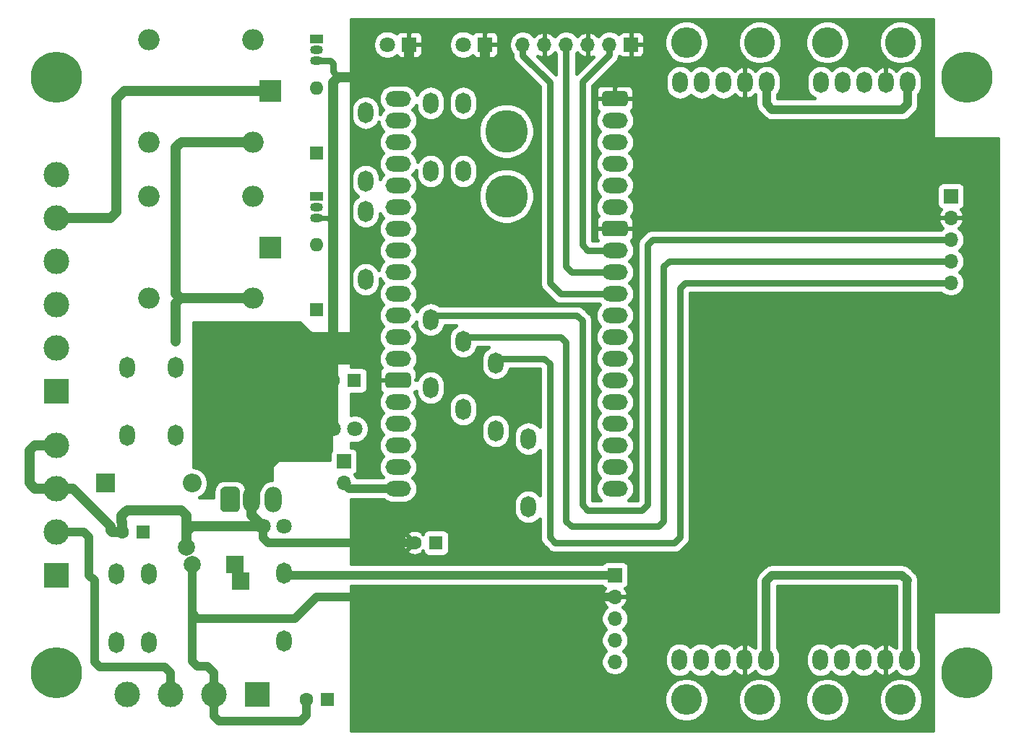
<source format=gbr>
G04 #@! TF.GenerationSoftware,KiCad,Pcbnew,5.1.5+dfsg1-2build2*
G04 #@! TF.CreationDate,2022-08-24T15:36:07+02:00*
G04 #@! TF.ProjectId,capLevelSensorESP,6361704c-6576-4656-9c53-656e736f7245,rev?*
G04 #@! TF.SameCoordinates,Original*
G04 #@! TF.FileFunction,Copper,L2,Bot*
G04 #@! TF.FilePolarity,Positive*
%FSLAX46Y46*%
G04 Gerber Fmt 4.6, Leading zero omitted, Abs format (unit mm)*
G04 Created by KiCad (PCBNEW 5.1.5+dfsg1-2build2) date 2022-08-24 15:36:07*
%MOMM*%
%LPD*%
G04 APERTURE LIST*
%ADD10C,0.100000*%
%ADD11O,2.000000X3.000000*%
%ADD12C,0.800000*%
%ADD13C,6.000000*%
%ADD14C,5.000000*%
%ADD15O,1.800000X2.500000*%
%ADD16O,3.600000X3.600000*%
%ADD17O,3.000000X1.800000*%
%ADD18C,3.000000*%
%ADD19R,3.000000X3.000000*%
%ADD20O,2.500000X2.500000*%
%ADD21R,2.500000X2.500000*%
%ADD22O,2.200000X2.200000*%
%ADD23R,2.200000X2.200000*%
%ADD24C,1.600000*%
%ADD25R,1.600000X1.600000*%
%ADD26R,1.500000X1.050000*%
%ADD27O,1.500000X1.050000*%
%ADD28O,1.700000X1.700000*%
%ADD29R,1.700000X1.700000*%
%ADD30O,1.600000X1.600000*%
%ADD31C,1.800000*%
%ADD32R,1.800000X1.800000*%
%ADD33C,2.000000*%
%ADD34R,2.000000X2.000000*%
%ADD35C,1.000000*%
%ADD36C,1.200000*%
%ADD37C,0.800000*%
%ADD38C,0.600000*%
%ADD39C,0.400000*%
G04 APERTURE END LIST*
G04 #@! TA.AperFunction,ComponentPad*
D10*
G36*
X77466360Y-131852769D02*
G01*
X77522177Y-131861048D01*
X77576914Y-131874759D01*
X77630043Y-131893769D01*
X77681053Y-131917895D01*
X77729453Y-131946905D01*
X77774776Y-131980519D01*
X77816586Y-132018414D01*
X77854481Y-132060224D01*
X77888095Y-132105547D01*
X77917105Y-132153947D01*
X77941231Y-132204957D01*
X77960241Y-132258086D01*
X77973952Y-132312823D01*
X77982231Y-132368640D01*
X77985000Y-132425000D01*
X77985000Y-134275000D01*
X77982231Y-134331360D01*
X77973952Y-134387177D01*
X77960241Y-134441914D01*
X77941231Y-134495043D01*
X77917105Y-134546053D01*
X77888095Y-134594453D01*
X77854481Y-134639776D01*
X77816586Y-134681586D01*
X77774776Y-134719481D01*
X77729453Y-134753095D01*
X77681053Y-134782105D01*
X77630043Y-134806231D01*
X77576914Y-134825241D01*
X77522177Y-134838952D01*
X77466360Y-134847231D01*
X77410000Y-134850000D01*
X76260000Y-134850000D01*
X76203640Y-134847231D01*
X76147823Y-134838952D01*
X76093086Y-134825241D01*
X76039957Y-134806231D01*
X75988947Y-134782105D01*
X75940547Y-134753095D01*
X75895224Y-134719481D01*
X75853414Y-134681586D01*
X75815519Y-134639776D01*
X75781905Y-134594453D01*
X75752895Y-134546053D01*
X75728769Y-134495043D01*
X75709759Y-134441914D01*
X75696048Y-134387177D01*
X75687769Y-134331360D01*
X75685000Y-134275000D01*
X75685000Y-132425000D01*
X75687769Y-132368640D01*
X75696048Y-132312823D01*
X75709759Y-132258086D01*
X75728769Y-132204957D01*
X75752895Y-132153947D01*
X75781905Y-132105547D01*
X75815519Y-132060224D01*
X75853414Y-132018414D01*
X75895224Y-131980519D01*
X75940547Y-131946905D01*
X75988947Y-131917895D01*
X76039957Y-131893769D01*
X76093086Y-131874759D01*
X76147823Y-131861048D01*
X76203640Y-131852769D01*
X76260000Y-131850000D01*
X77410000Y-131850000D01*
X77466360Y-131852769D01*
G37*
G04 #@! TD.AperFunction*
D11*
X79375000Y-133350000D03*
X81915000Y-133350000D03*
G04 #@! TA.AperFunction,ComponentPad*
D10*
G36*
X84924009Y-113042408D02*
G01*
X84972545Y-113049607D01*
X85020142Y-113061530D01*
X85066342Y-113078060D01*
X85110698Y-113099039D01*
X85152785Y-113124265D01*
X85192197Y-113153495D01*
X85228553Y-113186447D01*
X85261505Y-113222803D01*
X85290735Y-113262215D01*
X85315961Y-113304302D01*
X85336940Y-113348658D01*
X85353470Y-113394858D01*
X85365393Y-113442455D01*
X85372592Y-113490991D01*
X85375000Y-113540000D01*
X85375000Y-122540000D01*
X85372592Y-122589009D01*
X85365393Y-122637545D01*
X85353470Y-122685142D01*
X85336940Y-122731342D01*
X85315961Y-122775698D01*
X85290735Y-122817785D01*
X85261505Y-122857197D01*
X85228553Y-122893553D01*
X85192197Y-122926505D01*
X85152785Y-122955735D01*
X85110698Y-122980961D01*
X85066342Y-123001940D01*
X85020142Y-123018470D01*
X84972545Y-123030393D01*
X84924009Y-123037592D01*
X84875000Y-123040000D01*
X73875000Y-123040000D01*
X73825991Y-123037592D01*
X73777455Y-123030393D01*
X73729858Y-123018470D01*
X73683658Y-123001940D01*
X73639302Y-122980961D01*
X73597215Y-122955735D01*
X73557803Y-122926505D01*
X73521447Y-122893553D01*
X73488495Y-122857197D01*
X73459265Y-122817785D01*
X73434039Y-122775698D01*
X73413060Y-122731342D01*
X73396530Y-122685142D01*
X73384607Y-122637545D01*
X73377408Y-122589009D01*
X73375000Y-122540000D01*
X73375000Y-113540000D01*
X73377408Y-113490991D01*
X73384607Y-113442455D01*
X73396530Y-113394858D01*
X73413060Y-113348658D01*
X73434039Y-113304302D01*
X73459265Y-113262215D01*
X73488495Y-113222803D01*
X73521447Y-113186447D01*
X73557803Y-113153495D01*
X73597215Y-113124265D01*
X73639302Y-113099039D01*
X73683658Y-113078060D01*
X73729858Y-113061530D01*
X73777455Y-113049607D01*
X73825991Y-113042408D01*
X73875000Y-113040000D01*
X84875000Y-113040000D01*
X84924009Y-113042408D01*
G37*
G04 #@! TD.AperFunction*
D12*
X164785990Y-152079010D03*
X163195000Y-151420000D03*
X161604010Y-152079010D03*
X160945000Y-153670000D03*
X161604010Y-155260990D03*
X163195000Y-155920000D03*
X164785990Y-155260990D03*
X165445000Y-153670000D03*
D13*
X163195000Y-153670000D03*
D12*
X164785990Y-82229010D03*
X163195000Y-81570000D03*
X161604010Y-82229010D03*
X160945000Y-83820000D03*
X161604010Y-85410990D03*
X163195000Y-86070000D03*
X164785990Y-85410990D03*
X165445000Y-83820000D03*
D13*
X163195000Y-83820000D03*
D14*
X109220000Y-97790000D03*
X109220000Y-90170000D03*
D13*
X56515000Y-83820000D03*
D12*
X58765000Y-83820000D03*
X58105990Y-85410990D03*
X56515000Y-86070000D03*
X54924010Y-85410990D03*
X54265000Y-83820000D03*
X54924010Y-82229010D03*
X56515000Y-81570000D03*
X58105990Y-82229010D03*
D13*
X56515000Y-153670000D03*
D12*
X58765000Y-153670000D03*
X58105990Y-155260990D03*
X56515000Y-155920000D03*
X54924010Y-155260990D03*
X54265000Y-153670000D03*
X54924010Y-152079010D03*
X56515000Y-151420000D03*
X58105990Y-152079010D03*
D15*
X132040000Y-152155000D03*
X137120000Y-152155000D03*
D16*
X138900000Y-156855000D03*
D15*
X129500000Y-152155000D03*
X139660000Y-152155000D03*
X134580000Y-152155000D03*
D16*
X130300000Y-156855000D03*
X130300000Y-79755000D03*
X138900000Y-79755000D03*
D15*
X129540000Y-84455000D03*
X132080000Y-84455000D03*
X134620000Y-84455000D03*
X137160000Y-84455000D03*
X139700000Y-84455000D03*
X148550000Y-152155000D03*
X153630000Y-152155000D03*
D16*
X155410000Y-156855000D03*
D15*
X146010000Y-152155000D03*
X156170000Y-152155000D03*
X151090000Y-152155000D03*
D16*
X146810000Y-156855000D03*
X146810000Y-79755000D03*
X155410000Y-79755000D03*
D15*
X146050000Y-84455000D03*
X148590000Y-84455000D03*
X151130000Y-84455000D03*
X153670000Y-84455000D03*
X156210000Y-84455000D03*
D17*
X121920000Y-99060000D03*
X121920000Y-116840000D03*
X121920000Y-96520000D03*
X121920000Y-91440000D03*
X121920000Y-93980000D03*
X121920000Y-121920000D03*
X121920000Y-127000000D03*
X121920000Y-119380000D03*
G04 #@! TA.AperFunction,ComponentPad*
D10*
G36*
X123014108Y-85462167D02*
G01*
X123057791Y-85468647D01*
X123100628Y-85479377D01*
X123142208Y-85494254D01*
X123182129Y-85513135D01*
X123220007Y-85535839D01*
X123255477Y-85562145D01*
X123288198Y-85591802D01*
X123317855Y-85624523D01*
X123344161Y-85659993D01*
X123366865Y-85697871D01*
X123385746Y-85737792D01*
X123400623Y-85779372D01*
X123411353Y-85822209D01*
X123417833Y-85865892D01*
X123420000Y-85910000D01*
X123420000Y-86810000D01*
X123417833Y-86854108D01*
X123411353Y-86897791D01*
X123400623Y-86940628D01*
X123385746Y-86982208D01*
X123366865Y-87022129D01*
X123344161Y-87060007D01*
X123317855Y-87095477D01*
X123288198Y-87128198D01*
X123255477Y-87157855D01*
X123220007Y-87184161D01*
X123182129Y-87206865D01*
X123142208Y-87225746D01*
X123100628Y-87240623D01*
X123057791Y-87251353D01*
X123014108Y-87257833D01*
X122970000Y-87260000D01*
X120870000Y-87260000D01*
X120825892Y-87257833D01*
X120782209Y-87251353D01*
X120739372Y-87240623D01*
X120697792Y-87225746D01*
X120657871Y-87206865D01*
X120619993Y-87184161D01*
X120584523Y-87157855D01*
X120551802Y-87128198D01*
X120522145Y-87095477D01*
X120495839Y-87060007D01*
X120473135Y-87022129D01*
X120454254Y-86982208D01*
X120439377Y-86940628D01*
X120428647Y-86897791D01*
X120422167Y-86854108D01*
X120420000Y-86810000D01*
X120420000Y-85910000D01*
X120422167Y-85865892D01*
X120428647Y-85822209D01*
X120439377Y-85779372D01*
X120454254Y-85737792D01*
X120473135Y-85697871D01*
X120495839Y-85659993D01*
X120522145Y-85624523D01*
X120551802Y-85591802D01*
X120584523Y-85562145D01*
X120619993Y-85535839D01*
X120657871Y-85513135D01*
X120697792Y-85494254D01*
X120739372Y-85479377D01*
X120782209Y-85468647D01*
X120825892Y-85462167D01*
X120870000Y-85460000D01*
X122970000Y-85460000D01*
X123014108Y-85462167D01*
G37*
G04 #@! TD.AperFunction*
D17*
X121920000Y-132080000D03*
X121920000Y-129540000D03*
X121920000Y-109220000D03*
X121920000Y-104140000D03*
X121920000Y-106680000D03*
X121920000Y-114300000D03*
X121920000Y-124460000D03*
X121920000Y-111760000D03*
G04 #@! TA.AperFunction,ComponentPad*
D10*
G36*
X123014108Y-100702167D02*
G01*
X123057791Y-100708647D01*
X123100628Y-100719377D01*
X123142208Y-100734254D01*
X123182129Y-100753135D01*
X123220007Y-100775839D01*
X123255477Y-100802145D01*
X123288198Y-100831802D01*
X123317855Y-100864523D01*
X123344161Y-100899993D01*
X123366865Y-100937871D01*
X123385746Y-100977792D01*
X123400623Y-101019372D01*
X123411353Y-101062209D01*
X123417833Y-101105892D01*
X123420000Y-101150000D01*
X123420000Y-102050000D01*
X123417833Y-102094108D01*
X123411353Y-102137791D01*
X123400623Y-102180628D01*
X123385746Y-102222208D01*
X123366865Y-102262129D01*
X123344161Y-102300007D01*
X123317855Y-102335477D01*
X123288198Y-102368198D01*
X123255477Y-102397855D01*
X123220007Y-102424161D01*
X123182129Y-102446865D01*
X123142208Y-102465746D01*
X123100628Y-102480623D01*
X123057791Y-102491353D01*
X123014108Y-102497833D01*
X122970000Y-102500000D01*
X120870000Y-102500000D01*
X120825892Y-102497833D01*
X120782209Y-102491353D01*
X120739372Y-102480623D01*
X120697792Y-102465746D01*
X120657871Y-102446865D01*
X120619993Y-102424161D01*
X120584523Y-102397855D01*
X120551802Y-102368198D01*
X120522145Y-102335477D01*
X120495839Y-102300007D01*
X120473135Y-102262129D01*
X120454254Y-102222208D01*
X120439377Y-102180628D01*
X120428647Y-102137791D01*
X120422167Y-102094108D01*
X120420000Y-102050000D01*
X120420000Y-101150000D01*
X120422167Y-101105892D01*
X120428647Y-101062209D01*
X120439377Y-101019372D01*
X120454254Y-100977792D01*
X120473135Y-100937871D01*
X120495839Y-100899993D01*
X120522145Y-100864523D01*
X120551802Y-100831802D01*
X120584523Y-100802145D01*
X120619993Y-100775839D01*
X120657871Y-100753135D01*
X120697792Y-100734254D01*
X120739372Y-100719377D01*
X120782209Y-100708647D01*
X120825892Y-100702167D01*
X120870000Y-100700000D01*
X122970000Y-100700000D01*
X123014108Y-100702167D01*
G37*
G04 #@! TD.AperFunction*
D17*
X121920000Y-88900000D03*
X96520000Y-99060000D03*
X96520000Y-88900000D03*
X96520000Y-101600000D03*
X96520000Y-104140000D03*
X96520000Y-106680000D03*
X96520000Y-86360000D03*
X96520000Y-91440000D03*
X96520000Y-93980000D03*
X96520000Y-96520000D03*
X96520000Y-129540000D03*
X96520000Y-132080000D03*
X96520000Y-124460000D03*
X96520000Y-127000000D03*
G04 #@! TA.AperFunction,ComponentPad*
D10*
G36*
X97614108Y-118482167D02*
G01*
X97657791Y-118488647D01*
X97700628Y-118499377D01*
X97742208Y-118514254D01*
X97782129Y-118533135D01*
X97820007Y-118555839D01*
X97855477Y-118582145D01*
X97888198Y-118611802D01*
X97917855Y-118644523D01*
X97944161Y-118679993D01*
X97966865Y-118717871D01*
X97985746Y-118757792D01*
X98000623Y-118799372D01*
X98011353Y-118842209D01*
X98017833Y-118885892D01*
X98020000Y-118930000D01*
X98020000Y-119830000D01*
X98017833Y-119874108D01*
X98011353Y-119917791D01*
X98000623Y-119960628D01*
X97985746Y-120002208D01*
X97966865Y-120042129D01*
X97944161Y-120080007D01*
X97917855Y-120115477D01*
X97888198Y-120148198D01*
X97855477Y-120177855D01*
X97820007Y-120204161D01*
X97782129Y-120226865D01*
X97742208Y-120245746D01*
X97700628Y-120260623D01*
X97657791Y-120271353D01*
X97614108Y-120277833D01*
X97570000Y-120280000D01*
X95470000Y-120280000D01*
X95425892Y-120277833D01*
X95382209Y-120271353D01*
X95339372Y-120260623D01*
X95297792Y-120245746D01*
X95257871Y-120226865D01*
X95219993Y-120204161D01*
X95184523Y-120177855D01*
X95151802Y-120148198D01*
X95122145Y-120115477D01*
X95095839Y-120080007D01*
X95073135Y-120042129D01*
X95054254Y-120002208D01*
X95039377Y-119960628D01*
X95028647Y-119917791D01*
X95022167Y-119874108D01*
X95020000Y-119830000D01*
X95020000Y-118930000D01*
X95022167Y-118885892D01*
X95028647Y-118842209D01*
X95039377Y-118799372D01*
X95054254Y-118757792D01*
X95073135Y-118717871D01*
X95095839Y-118679993D01*
X95122145Y-118644523D01*
X95151802Y-118611802D01*
X95184523Y-118582145D01*
X95219993Y-118555839D01*
X95257871Y-118533135D01*
X95297792Y-118514254D01*
X95339372Y-118499377D01*
X95382209Y-118488647D01*
X95425892Y-118482167D01*
X95470000Y-118480000D01*
X97570000Y-118480000D01*
X97614108Y-118482167D01*
G37*
G04 #@! TD.AperFunction*
D17*
X96520000Y-121920000D03*
X96520000Y-109220000D03*
X96520000Y-111760000D03*
X96520000Y-114300000D03*
X96520000Y-116840000D03*
D18*
X56515000Y-95250000D03*
X56515000Y-100330000D03*
X56515000Y-105410000D03*
D19*
X56515000Y-120650000D03*
D18*
X56515000Y-110490000D03*
X56515000Y-115570000D03*
D20*
X79510000Y-91440000D03*
X67310000Y-91440000D03*
X67310000Y-79440000D03*
X79510000Y-79440000D03*
D21*
X81510000Y-85440000D03*
D20*
X79510000Y-109790000D03*
X67310000Y-109790000D03*
X67310000Y-97790000D03*
X79510000Y-97790000D03*
D21*
X81510000Y-103790000D03*
D15*
X92710000Y-96020000D03*
X92710000Y-88020000D03*
D22*
X72390000Y-131445000D03*
D23*
X62230000Y-131445000D03*
D24*
X98465000Y-138430000D03*
D25*
X100965000Y-138430000D03*
D24*
X64175000Y-137160000D03*
D25*
X66675000Y-137160000D03*
D15*
X107950000Y-125340000D03*
X107950000Y-117340000D03*
X104140000Y-122800000D03*
X104140000Y-114800000D03*
X100330000Y-120260000D03*
X100330000Y-112260000D03*
X83185000Y-141995000D03*
X83185000Y-149995000D03*
X111760000Y-134230000D03*
X111760000Y-126230000D03*
X92710000Y-99560000D03*
X92710000Y-107560000D03*
X100330000Y-86860000D03*
X100330000Y-94860000D03*
X104140000Y-86860000D03*
X104140000Y-94860000D03*
X63500000Y-142105000D03*
X63500000Y-150105000D03*
X67310000Y-150105000D03*
X67310000Y-142105000D03*
D26*
X86995000Y-97790000D03*
D27*
X86995000Y-100330000D03*
X86995000Y-99060000D03*
D26*
X86995000Y-79375000D03*
D27*
X86995000Y-81915000D03*
X86995000Y-80645000D03*
D28*
X90170000Y-131445000D03*
D29*
X90170000Y-128905000D03*
D28*
X121920000Y-152400000D03*
X121920000Y-149860000D03*
X121920000Y-147320000D03*
X121920000Y-144780000D03*
D29*
X121920000Y-142240000D03*
D28*
X111125000Y-80010000D03*
X113665000Y-80010000D03*
X116205000Y-80010000D03*
X118745000Y-80010000D03*
X121285000Y-80010000D03*
D29*
X123825000Y-80010000D03*
D28*
X161290000Y-107950000D03*
X161290000Y-105410000D03*
X161290000Y-102870000D03*
X161290000Y-100330000D03*
D29*
X161290000Y-97790000D03*
D18*
X64770000Y-156210000D03*
D19*
X80010000Y-156210000D03*
D18*
X69850000Y-156210000D03*
X74930000Y-156210000D03*
X56515000Y-127000000D03*
D19*
X56515000Y-142240000D03*
D18*
X56515000Y-132080000D03*
X56515000Y-137160000D03*
D15*
X70485000Y-125865000D03*
X70485000Y-117865000D03*
X64770000Y-125865000D03*
X64770000Y-117865000D03*
D30*
X86995000Y-103505000D03*
D25*
X86995000Y-111125000D03*
D30*
X86995000Y-85090000D03*
D25*
X86995000Y-92710000D03*
D31*
X95250000Y-80010000D03*
D32*
X97790000Y-80010000D03*
D31*
X104140000Y-80010000D03*
D32*
X106680000Y-80010000D03*
D33*
X71760712Y-138970000D03*
D34*
X78105000Y-142970000D03*
D33*
X72432856Y-140970000D03*
D34*
X77432856Y-140970000D03*
D31*
X83185000Y-136525000D03*
X80685000Y-136525000D03*
D24*
X88900000Y-119380000D03*
D25*
X91400000Y-119380000D03*
D24*
X85765000Y-156845000D03*
D25*
X88265000Y-156845000D03*
D31*
X91440000Y-125095000D03*
X88940000Y-125095000D03*
D12*
X80645000Y-119380000D03*
X78105000Y-119380000D03*
X76835000Y-119380000D03*
X76835000Y-118110000D03*
X81915000Y-119380000D03*
X81915000Y-118110000D03*
X74295000Y-121920000D03*
X75565000Y-121920000D03*
X76835000Y-121920000D03*
X78105000Y-121920000D03*
X80645000Y-121920000D03*
X81915000Y-121920000D03*
X83185000Y-121920000D03*
X84455000Y-121920000D03*
X83185000Y-119380000D03*
X83185000Y-118110000D03*
X84455000Y-118110000D03*
X84455000Y-119380000D03*
X84455000Y-120650000D03*
X83185000Y-120650000D03*
X81915000Y-120650000D03*
X80645000Y-120650000D03*
X78105000Y-120650000D03*
X76835000Y-120650000D03*
X75565000Y-120650000D03*
X74295000Y-120650000D03*
X75565000Y-119380000D03*
X74295000Y-119380000D03*
X75565000Y-118110000D03*
X74295000Y-118110000D03*
X74295000Y-114300000D03*
X75565000Y-114300000D03*
X76835000Y-114300000D03*
X78105000Y-114300000D03*
X79375000Y-114300000D03*
X80645000Y-114300000D03*
X81915000Y-114300000D03*
X83185000Y-114300000D03*
X84455000Y-114300000D03*
X84455000Y-115570000D03*
X83185000Y-115570000D03*
X81915000Y-115570000D03*
X76835000Y-115570000D03*
X75565000Y-115570000D03*
X74295000Y-115570000D03*
X74295000Y-116840000D03*
X75565000Y-116840000D03*
X76835000Y-116840000D03*
X81915000Y-116840000D03*
X83185000Y-116840000D03*
X84455000Y-116840000D03*
X79375000Y-120650000D03*
X79375000Y-121920000D03*
X79375000Y-119380000D03*
D35*
X72432856Y-152357144D02*
X73025000Y-152949288D01*
X73025000Y-152949288D02*
X74209288Y-152949288D01*
X74209288Y-152949288D02*
X74930000Y-153670000D01*
X74930000Y-153670000D02*
X74930000Y-156845000D01*
X73025000Y-147320000D02*
X72390000Y-146685000D01*
X86995000Y-144780000D02*
X84455000Y-147320000D01*
X72390000Y-146685000D02*
X72432856Y-152357144D01*
X84455000Y-147320000D02*
X73025000Y-147320000D01*
X72432856Y-140970000D02*
X72390000Y-146685000D01*
X85090000Y-159385000D02*
X75565000Y-159385000D01*
X75565000Y-159385000D02*
X74930000Y-158750000D01*
X80685000Y-137835000D02*
X80685000Y-136525000D01*
X81280000Y-138430000D02*
X80685000Y-137835000D01*
X98425000Y-138430000D02*
X81280000Y-138430000D01*
X121920000Y-144780000D02*
X86995000Y-144780000D01*
D36*
X64175000Y-136028630D02*
X64135000Y-135988630D01*
X64175000Y-137160000D02*
X64175000Y-136028630D01*
X64135000Y-135988630D02*
X64135000Y-135255000D01*
X64135000Y-135255000D02*
X64770000Y-134620000D01*
X64770000Y-134620000D02*
X71120000Y-134620000D01*
X71120000Y-134620000D02*
X71760712Y-135260712D01*
X88940000Y-119420000D02*
X88900000Y-119380000D01*
X88940000Y-125095000D02*
X88940000Y-119420000D01*
X88940000Y-125095000D02*
X81280000Y-125095000D01*
X81280000Y-125095000D02*
X79375000Y-127000000D01*
X79375000Y-127000000D02*
X79375000Y-133350000D01*
X88900000Y-84455000D02*
X89535000Y-83820000D01*
X89535000Y-83820000D02*
X97155000Y-83820000D01*
X97790000Y-83185000D02*
X97790000Y-80010000D01*
X97155000Y-83820000D02*
X97790000Y-83185000D01*
D37*
X88545000Y-81915000D02*
X86995000Y-81915000D01*
X88900000Y-82270000D02*
X88545000Y-81915000D01*
X88900000Y-83185000D02*
X88900000Y-82270000D01*
X89535000Y-83820000D02*
X88900000Y-83185000D01*
D36*
X71760712Y-137800712D02*
X71755000Y-137795000D01*
X71760712Y-138970000D02*
X71760712Y-137800712D01*
X72390000Y-136525000D02*
X71755000Y-137160000D01*
X80685000Y-136525000D02*
X72390000Y-136525000D01*
X71755000Y-137160000D02*
X71760712Y-138970000D01*
X71760712Y-135260712D02*
X71755000Y-137160000D01*
X79375000Y-135215000D02*
X80685000Y-136525000D01*
X79375000Y-133350000D02*
X79375000Y-135215000D01*
X62865000Y-136981370D02*
X63043630Y-137160000D01*
X63043630Y-137160000D02*
X64175000Y-137160000D01*
X62865000Y-136525000D02*
X62865000Y-136981370D01*
X58420000Y-132080000D02*
X62865000Y-136525000D01*
X56515000Y-132080000D02*
X58420000Y-132080000D01*
X56515000Y-132080000D02*
X53975000Y-132080000D01*
X53975000Y-132080000D02*
X53340000Y-131445000D01*
X53340000Y-131445000D02*
X53340000Y-127635000D01*
X53340000Y-127635000D02*
X53975000Y-127000000D01*
X53975000Y-127000000D02*
X56515000Y-127000000D01*
D38*
X86995000Y-100330000D02*
X88265000Y-100330000D01*
X88265000Y-100330000D02*
X88900000Y-100965000D01*
D36*
X88900000Y-100965000D02*
X88900000Y-84455000D01*
X88900000Y-119380000D02*
X88900000Y-100965000D01*
X106680000Y-80010000D02*
X106680000Y-83185000D01*
X106680000Y-83185000D02*
X106045000Y-83820000D01*
X98425000Y-83820000D02*
X97790000Y-83185000D01*
X106045000Y-83820000D02*
X98425000Y-83820000D01*
D35*
X74930000Y-156210000D02*
X74930000Y-157480000D01*
X74930000Y-157480000D02*
X74930000Y-156845000D01*
X74930000Y-158750000D02*
X74930000Y-157480000D01*
X85765000Y-158710000D02*
X85090000Y-159385000D01*
X85765000Y-156845000D02*
X85765000Y-158710000D01*
D36*
X79375000Y-123190000D02*
X81280000Y-125095000D01*
X79375000Y-116840000D02*
X79375000Y-123190000D01*
X71120000Y-91440000D02*
X79510000Y-91440000D01*
X70485000Y-92075000D02*
X71120000Y-91440000D01*
X70485000Y-109220000D02*
X70485000Y-92075000D01*
X71055000Y-109790000D02*
X70485000Y-109220000D01*
X79510000Y-109790000D02*
X71055000Y-109790000D01*
X70485000Y-110360000D02*
X71055000Y-109790000D01*
X70485000Y-114825000D02*
X70485000Y-110360000D01*
D37*
X79510000Y-91440000D02*
X79510000Y-91575000D01*
D35*
X59690000Y-137160000D02*
X56515000Y-137160000D01*
X60325000Y-142240000D02*
X60325000Y-137795000D01*
X60960000Y-142875000D02*
X60325000Y-142240000D01*
X60960000Y-152400000D02*
X60960000Y-142875000D01*
X61595000Y-153035000D02*
X60960000Y-152400000D01*
X69215000Y-153035000D02*
X61595000Y-153035000D01*
X69850000Y-153670000D02*
X69215000Y-153035000D01*
X60325000Y-137795000D02*
X59690000Y-137160000D01*
X69850000Y-156845000D02*
X69850000Y-153670000D01*
X83930000Y-142240000D02*
X83185000Y-141495000D01*
X121920000Y-142240000D02*
X83930000Y-142240000D01*
X139660000Y-152155000D02*
X139660000Y-142915000D01*
X139660000Y-142915000D02*
X139700000Y-142875000D01*
X139660000Y-142915000D02*
X140335000Y-142240000D01*
X140335000Y-142240000D02*
X155575000Y-142240000D01*
X155575000Y-142240000D02*
X156210000Y-142875000D01*
X156170000Y-142915000D02*
X156170000Y-152155000D01*
X156210000Y-142875000D02*
X156170000Y-142915000D01*
X156210000Y-86995000D02*
X156210000Y-84455000D01*
X155575000Y-87630000D02*
X156210000Y-86995000D01*
X140335000Y-87630000D02*
X155575000Y-87630000D01*
X139700000Y-86995000D02*
X140335000Y-87630000D01*
X139700000Y-84455000D02*
X139700000Y-86995000D01*
D37*
X100330000Y-111760000D02*
X113665000Y-111760000D01*
X125095000Y-134620000D02*
X125730000Y-133985000D01*
X118745000Y-134620000D02*
X125095000Y-134620000D01*
X118110000Y-133985000D02*
X118745000Y-134620000D01*
X118110000Y-112395000D02*
X118110000Y-133985000D01*
X117475000Y-111760000D02*
X118110000Y-112395000D01*
X117475000Y-111760000D02*
X113665000Y-111760000D01*
X126365000Y-102870000D02*
X125730000Y-103505000D01*
X125730000Y-133985000D02*
X125730000Y-103505000D01*
X161290000Y-102870000D02*
X126365000Y-102870000D01*
X104140000Y-114300000D02*
X115570000Y-114300000D01*
X115570000Y-114300000D02*
X116205000Y-114935000D01*
X116205000Y-114935000D02*
X116205000Y-135890000D01*
X116205000Y-135890000D02*
X116840000Y-136525000D01*
X116840000Y-136525000D02*
X127000000Y-136525000D01*
X127000000Y-136525000D02*
X127635000Y-135890000D01*
X128270000Y-105410000D02*
X127635000Y-106045000D01*
X161290000Y-105410000D02*
X128270000Y-105410000D01*
X127635000Y-135890000D02*
X127635000Y-106045000D01*
X128905000Y-138430000D02*
X129540000Y-137795000D01*
X114935000Y-138430000D02*
X128905000Y-138430000D01*
X114300000Y-137795000D02*
X114935000Y-138430000D01*
X114300000Y-117475000D02*
X114300000Y-137795000D01*
X113665000Y-116840000D02*
X114300000Y-117475000D01*
X113665000Y-116840000D02*
X107950000Y-116840000D01*
X161290000Y-107950000D02*
X130175000Y-107950000D01*
X130175000Y-107950000D02*
X129540000Y-108585000D01*
X129540000Y-137795000D02*
X129540000Y-108585000D01*
X111125000Y-81280000D02*
X111125000Y-80010000D01*
X114300000Y-84455000D02*
X111125000Y-81280000D01*
X114300000Y-107950000D02*
X114300000Y-84455000D01*
X115570000Y-109220000D02*
X114300000Y-107950000D01*
X121920000Y-109220000D02*
X115570000Y-109220000D01*
X116205000Y-80010000D02*
X116205000Y-106045000D01*
X116840000Y-106680000D02*
X121920000Y-106680000D01*
X116205000Y-106045000D02*
X116840000Y-106680000D01*
X121285000Y-81212081D02*
X118110000Y-84387081D01*
X121285000Y-80010000D02*
X121285000Y-81212081D01*
X118110000Y-84387081D02*
X118110000Y-103505000D01*
X118745000Y-104140000D02*
X121920000Y-104140000D01*
X118110000Y-103505000D02*
X118745000Y-104140000D01*
D35*
X90170000Y-131445000D02*
X90805000Y-132080000D01*
X90805000Y-132080000D02*
X96520000Y-132080000D01*
D36*
X81510000Y-85440000D02*
X64420000Y-85440000D01*
X64420000Y-85440000D02*
X63500000Y-86360000D01*
X63500000Y-86360000D02*
X63500000Y-99695000D01*
X62865000Y-100330000D02*
X56515000Y-100330000D01*
X63500000Y-99695000D02*
X62865000Y-100330000D01*
D39*
G36*
X159185000Y-90805000D02*
G01*
X159188843Y-90844018D01*
X159200224Y-90881537D01*
X159218706Y-90916114D01*
X159243579Y-90946421D01*
X159273886Y-90971294D01*
X159308463Y-90989776D01*
X159345982Y-91001157D01*
X159385000Y-91005000D01*
X166805000Y-91005000D01*
X166805000Y-146485000D01*
X159385000Y-146485000D01*
X159345982Y-146488843D01*
X159308463Y-146500224D01*
X159273886Y-146518706D01*
X159243579Y-146543579D01*
X159218706Y-146573886D01*
X159200224Y-146608463D01*
X159188843Y-146645982D01*
X159185000Y-146685000D01*
X159185000Y-160455000D01*
X91005000Y-160455000D01*
X91005000Y-156598922D01*
X127700000Y-156598922D01*
X127700000Y-157111078D01*
X127799917Y-157613392D01*
X127995910Y-158086562D01*
X128280448Y-158512403D01*
X128642597Y-158874552D01*
X129068438Y-159159090D01*
X129541608Y-159355083D01*
X130043922Y-159455000D01*
X130556078Y-159455000D01*
X131058392Y-159355083D01*
X131531562Y-159159090D01*
X131957403Y-158874552D01*
X132319552Y-158512403D01*
X132604090Y-158086562D01*
X132800083Y-157613392D01*
X132900000Y-157111078D01*
X132900000Y-156598922D01*
X136300000Y-156598922D01*
X136300000Y-157111078D01*
X136399917Y-157613392D01*
X136595910Y-158086562D01*
X136880448Y-158512403D01*
X137242597Y-158874552D01*
X137668438Y-159159090D01*
X138141608Y-159355083D01*
X138643922Y-159455000D01*
X139156078Y-159455000D01*
X139658392Y-159355083D01*
X140131562Y-159159090D01*
X140557403Y-158874552D01*
X140919552Y-158512403D01*
X141204090Y-158086562D01*
X141400083Y-157613392D01*
X141500000Y-157111078D01*
X141500000Y-156598922D01*
X144210000Y-156598922D01*
X144210000Y-157111078D01*
X144309917Y-157613392D01*
X144505910Y-158086562D01*
X144790448Y-158512403D01*
X145152597Y-158874552D01*
X145578438Y-159159090D01*
X146051608Y-159355083D01*
X146553922Y-159455000D01*
X147066078Y-159455000D01*
X147568392Y-159355083D01*
X148041562Y-159159090D01*
X148467403Y-158874552D01*
X148829552Y-158512403D01*
X149114090Y-158086562D01*
X149310083Y-157613392D01*
X149410000Y-157111078D01*
X149410000Y-156598922D01*
X152810000Y-156598922D01*
X152810000Y-157111078D01*
X152909917Y-157613392D01*
X153105910Y-158086562D01*
X153390448Y-158512403D01*
X153752597Y-158874552D01*
X154178438Y-159159090D01*
X154651608Y-159355083D01*
X155153922Y-159455000D01*
X155666078Y-159455000D01*
X156168392Y-159355083D01*
X156641562Y-159159090D01*
X157067403Y-158874552D01*
X157429552Y-158512403D01*
X157714090Y-158086562D01*
X157910083Y-157613392D01*
X158010000Y-157111078D01*
X158010000Y-156598922D01*
X157910083Y-156096608D01*
X157714090Y-155623438D01*
X157429552Y-155197597D01*
X157067403Y-154835448D01*
X156641562Y-154550910D01*
X156168392Y-154354917D01*
X155666078Y-154255000D01*
X155153922Y-154255000D01*
X154651608Y-154354917D01*
X154178438Y-154550910D01*
X153752597Y-154835448D01*
X153390448Y-155197597D01*
X153105910Y-155623438D01*
X152909917Y-156096608D01*
X152810000Y-156598922D01*
X149410000Y-156598922D01*
X149310083Y-156096608D01*
X149114090Y-155623438D01*
X148829552Y-155197597D01*
X148467403Y-154835448D01*
X148041562Y-154550910D01*
X147568392Y-154354917D01*
X147066078Y-154255000D01*
X146553922Y-154255000D01*
X146051608Y-154354917D01*
X145578438Y-154550910D01*
X145152597Y-154835448D01*
X144790448Y-155197597D01*
X144505910Y-155623438D01*
X144309917Y-156096608D01*
X144210000Y-156598922D01*
X141500000Y-156598922D01*
X141400083Y-156096608D01*
X141204090Y-155623438D01*
X140919552Y-155197597D01*
X140557403Y-154835448D01*
X140131562Y-154550910D01*
X139658392Y-154354917D01*
X139156078Y-154255000D01*
X138643922Y-154255000D01*
X138141608Y-154354917D01*
X137668438Y-154550910D01*
X137242597Y-154835448D01*
X136880448Y-155197597D01*
X136595910Y-155623438D01*
X136399917Y-156096608D01*
X136300000Y-156598922D01*
X132900000Y-156598922D01*
X132800083Y-156096608D01*
X132604090Y-155623438D01*
X132319552Y-155197597D01*
X131957403Y-154835448D01*
X131531562Y-154550910D01*
X131058392Y-154354917D01*
X130556078Y-154255000D01*
X130043922Y-154255000D01*
X129541608Y-154354917D01*
X129068438Y-154550910D01*
X128642597Y-154835448D01*
X128280448Y-155197597D01*
X127995910Y-155623438D01*
X127799917Y-156096608D01*
X127700000Y-156598922D01*
X91005000Y-156598922D01*
X91005000Y-147157489D01*
X120270000Y-147157489D01*
X120270000Y-147482511D01*
X120333408Y-147801287D01*
X120457789Y-148101568D01*
X120638361Y-148371814D01*
X120856547Y-148590000D01*
X120638361Y-148808186D01*
X120457789Y-149078432D01*
X120333408Y-149378713D01*
X120270000Y-149697489D01*
X120270000Y-150022511D01*
X120333408Y-150341287D01*
X120457789Y-150641568D01*
X120638361Y-150911814D01*
X120856547Y-151130000D01*
X120638361Y-151348186D01*
X120457789Y-151618432D01*
X120333408Y-151918713D01*
X120270000Y-152237489D01*
X120270000Y-152562511D01*
X120333408Y-152881287D01*
X120457789Y-153181568D01*
X120638361Y-153451814D01*
X120868186Y-153681639D01*
X121138432Y-153862211D01*
X121438713Y-153986592D01*
X121757489Y-154050000D01*
X122082511Y-154050000D01*
X122401287Y-153986592D01*
X122701568Y-153862211D01*
X122971814Y-153681639D01*
X123201639Y-153451814D01*
X123382211Y-153181568D01*
X123506592Y-152881287D01*
X123570000Y-152562511D01*
X123570000Y-152237489D01*
X123506592Y-151918713D01*
X123424900Y-151721491D01*
X127800000Y-151721491D01*
X127800000Y-152588510D01*
X127824598Y-152838258D01*
X127921806Y-153158709D01*
X128079663Y-153454039D01*
X128292104Y-153712897D01*
X128550962Y-153925337D01*
X128846292Y-154083194D01*
X129166743Y-154180402D01*
X129500000Y-154213225D01*
X129833258Y-154180402D01*
X130153709Y-154083194D01*
X130449039Y-153925337D01*
X130707897Y-153712897D01*
X130770000Y-153637224D01*
X130832104Y-153712897D01*
X131090962Y-153925337D01*
X131386292Y-154083194D01*
X131706743Y-154180402D01*
X132040000Y-154213225D01*
X132373258Y-154180402D01*
X132693709Y-154083194D01*
X132989039Y-153925337D01*
X133247897Y-153712897D01*
X133310000Y-153637224D01*
X133372104Y-153712897D01*
X133630962Y-153925337D01*
X133926292Y-154083194D01*
X134246743Y-154180402D01*
X134580000Y-154213225D01*
X134913258Y-154180402D01*
X135233709Y-154083194D01*
X135529039Y-153925337D01*
X135787897Y-153712897D01*
X135914428Y-153558719D01*
X136021157Y-153680212D01*
X136271543Y-153872004D01*
X136554535Y-154011263D01*
X136815260Y-154083860D01*
X137066000Y-153934981D01*
X137066000Y-152209000D01*
X137046000Y-152209000D01*
X137046000Y-152101000D01*
X137066000Y-152101000D01*
X137066000Y-150375019D01*
X137174000Y-150375019D01*
X137174000Y-152101000D01*
X137194000Y-152101000D01*
X137194000Y-152209000D01*
X137174000Y-152209000D01*
X137174000Y-153934981D01*
X137424740Y-154083860D01*
X137685465Y-154011263D01*
X137968457Y-153872004D01*
X138218843Y-153680212D01*
X138325572Y-153558719D01*
X138452104Y-153712897D01*
X138710962Y-153925337D01*
X139006292Y-154083194D01*
X139326743Y-154180402D01*
X139660000Y-154213225D01*
X139993258Y-154180402D01*
X140313709Y-154083194D01*
X140609039Y-153925337D01*
X140867897Y-153712897D01*
X141080337Y-153454039D01*
X141238194Y-153158709D01*
X141335402Y-152838257D01*
X141360000Y-152588509D01*
X141360000Y-151721491D01*
X144310000Y-151721491D01*
X144310000Y-152588510D01*
X144334598Y-152838258D01*
X144431806Y-153158709D01*
X144589663Y-153454039D01*
X144802104Y-153712897D01*
X145060962Y-153925337D01*
X145356292Y-154083194D01*
X145676743Y-154180402D01*
X146010000Y-154213225D01*
X146343258Y-154180402D01*
X146663709Y-154083194D01*
X146959039Y-153925337D01*
X147217897Y-153712897D01*
X147280000Y-153637224D01*
X147342104Y-153712897D01*
X147600962Y-153925337D01*
X147896292Y-154083194D01*
X148216743Y-154180402D01*
X148550000Y-154213225D01*
X148883258Y-154180402D01*
X149203709Y-154083194D01*
X149499039Y-153925337D01*
X149757897Y-153712897D01*
X149820000Y-153637224D01*
X149882104Y-153712897D01*
X150140962Y-153925337D01*
X150436292Y-154083194D01*
X150756743Y-154180402D01*
X151090000Y-154213225D01*
X151423258Y-154180402D01*
X151743709Y-154083194D01*
X152039039Y-153925337D01*
X152297897Y-153712897D01*
X152424428Y-153558719D01*
X152531157Y-153680212D01*
X152781543Y-153872004D01*
X153064535Y-154011263D01*
X153325260Y-154083860D01*
X153576000Y-153934981D01*
X153576000Y-152209000D01*
X153556000Y-152209000D01*
X153556000Y-152101000D01*
X153576000Y-152101000D01*
X153576000Y-150375019D01*
X153325260Y-150226140D01*
X153064535Y-150298737D01*
X152781543Y-150437996D01*
X152531157Y-150629788D01*
X152424428Y-150751281D01*
X152297897Y-150597103D01*
X152039038Y-150384663D01*
X151743708Y-150226806D01*
X151423257Y-150129598D01*
X151090000Y-150096775D01*
X150756742Y-150129598D01*
X150436291Y-150226806D01*
X150140961Y-150384663D01*
X149882103Y-150597103D01*
X149820000Y-150672776D01*
X149757897Y-150597103D01*
X149499038Y-150384663D01*
X149203708Y-150226806D01*
X148883257Y-150129598D01*
X148550000Y-150096775D01*
X148216742Y-150129598D01*
X147896291Y-150226806D01*
X147600961Y-150384663D01*
X147342103Y-150597103D01*
X147280000Y-150672776D01*
X147217897Y-150597103D01*
X146959038Y-150384663D01*
X146663708Y-150226806D01*
X146343257Y-150129598D01*
X146010000Y-150096775D01*
X145676742Y-150129598D01*
X145356291Y-150226806D01*
X145060961Y-150384663D01*
X144802103Y-150597103D01*
X144589663Y-150855962D01*
X144431806Y-151151292D01*
X144334598Y-151471743D01*
X144310000Y-151721491D01*
X141360000Y-151721491D01*
X141360000Y-151721490D01*
X141335402Y-151471742D01*
X141238194Y-151151291D01*
X141080337Y-150855961D01*
X140960000Y-150709330D01*
X140960000Y-143540000D01*
X154870000Y-143540000D01*
X154870001Y-150709330D01*
X154835572Y-150751282D01*
X154728843Y-150629788D01*
X154478457Y-150437996D01*
X154195465Y-150298737D01*
X153934740Y-150226140D01*
X153684000Y-150375019D01*
X153684000Y-152101000D01*
X153704000Y-152101000D01*
X153704000Y-152209000D01*
X153684000Y-152209000D01*
X153684000Y-153934981D01*
X153934740Y-154083860D01*
X154195465Y-154011263D01*
X154478457Y-153872004D01*
X154728843Y-153680212D01*
X154835572Y-153558719D01*
X154962104Y-153712897D01*
X155220962Y-153925337D01*
X155516292Y-154083194D01*
X155836743Y-154180402D01*
X156170000Y-154213225D01*
X156503258Y-154180402D01*
X156823709Y-154083194D01*
X157119039Y-153925337D01*
X157377897Y-153712897D01*
X157590337Y-153454039D01*
X157748194Y-153158709D01*
X157845402Y-152838257D01*
X157870000Y-152588509D01*
X157870000Y-151721490D01*
X157845402Y-151471742D01*
X157748194Y-151151291D01*
X157590337Y-150855961D01*
X157470000Y-150709330D01*
X157470000Y-143199698D01*
X157491190Y-143129844D01*
X157495114Y-143090000D01*
X157516291Y-142875000D01*
X157491190Y-142620156D01*
X157428989Y-142415105D01*
X157416855Y-142375104D01*
X157296141Y-142149265D01*
X157207224Y-142040920D01*
X157133686Y-141951314D01*
X157084076Y-141910600D01*
X156539404Y-141365927D01*
X156498687Y-141316313D01*
X156300736Y-141153860D01*
X156074896Y-141033145D01*
X155829845Y-140958810D01*
X155638864Y-140940000D01*
X155638861Y-140940000D01*
X155575000Y-140933710D01*
X155511139Y-140940000D01*
X140398860Y-140940000D01*
X140334999Y-140933710D01*
X140271138Y-140940000D01*
X140271136Y-140940000D01*
X140080155Y-140958810D01*
X139835104Y-141033145D01*
X139609264Y-141153860D01*
X139411313Y-141316313D01*
X139370597Y-141365926D01*
X138785922Y-141950601D01*
X138736314Y-141991313D01*
X138695603Y-142040920D01*
X138573860Y-142189265D01*
X138453145Y-142415105D01*
X138428957Y-142494844D01*
X138390945Y-142620156D01*
X138378811Y-142660156D01*
X138353710Y-142915000D01*
X138360001Y-142978871D01*
X138360000Y-150709331D01*
X138325572Y-150751282D01*
X138218843Y-150629788D01*
X137968457Y-150437996D01*
X137685465Y-150298737D01*
X137424740Y-150226140D01*
X137174000Y-150375019D01*
X137066000Y-150375019D01*
X136815260Y-150226140D01*
X136554535Y-150298737D01*
X136271543Y-150437996D01*
X136021157Y-150629788D01*
X135914428Y-150751281D01*
X135787897Y-150597103D01*
X135529038Y-150384663D01*
X135233708Y-150226806D01*
X134913257Y-150129598D01*
X134580000Y-150096775D01*
X134246742Y-150129598D01*
X133926291Y-150226806D01*
X133630961Y-150384663D01*
X133372103Y-150597103D01*
X133310000Y-150672776D01*
X133247897Y-150597103D01*
X132989038Y-150384663D01*
X132693708Y-150226806D01*
X132373257Y-150129598D01*
X132040000Y-150096775D01*
X131706742Y-150129598D01*
X131386291Y-150226806D01*
X131090961Y-150384663D01*
X130832103Y-150597103D01*
X130770000Y-150672776D01*
X130707897Y-150597103D01*
X130449038Y-150384663D01*
X130153708Y-150226806D01*
X129833257Y-150129598D01*
X129500000Y-150096775D01*
X129166742Y-150129598D01*
X128846291Y-150226806D01*
X128550961Y-150384663D01*
X128292103Y-150597103D01*
X128079663Y-150855962D01*
X127921806Y-151151292D01*
X127824598Y-151471743D01*
X127800000Y-151721491D01*
X123424900Y-151721491D01*
X123382211Y-151618432D01*
X123201639Y-151348186D01*
X122983453Y-151130000D01*
X123201639Y-150911814D01*
X123382211Y-150641568D01*
X123506592Y-150341287D01*
X123570000Y-150022511D01*
X123570000Y-149697489D01*
X123506592Y-149378713D01*
X123382211Y-149078432D01*
X123201639Y-148808186D01*
X122983453Y-148590000D01*
X123201639Y-148371814D01*
X123382211Y-148101568D01*
X123506592Y-147801287D01*
X123570000Y-147482511D01*
X123570000Y-147157489D01*
X123506592Y-146838713D01*
X123382211Y-146538432D01*
X123201639Y-146268186D01*
X122971814Y-146038361D01*
X122894022Y-145986382D01*
X123016591Y-145886733D01*
X123211433Y-145651533D01*
X123356646Y-145382841D01*
X123446650Y-145090982D01*
X123449446Y-145076914D01*
X123299944Y-144834000D01*
X121974000Y-144834000D01*
X121974000Y-144854000D01*
X121866000Y-144854000D01*
X121866000Y-144834000D01*
X120540056Y-144834000D01*
X120390554Y-145076914D01*
X120393350Y-145090982D01*
X120483354Y-145382841D01*
X120628567Y-145651533D01*
X120823409Y-145886733D01*
X120945978Y-145986382D01*
X120868186Y-146038361D01*
X120638361Y-146268186D01*
X120457789Y-146538432D01*
X120333408Y-146838713D01*
X120270000Y-147157489D01*
X91005000Y-147157489D01*
X91005000Y-143540000D01*
X120404392Y-143540000D01*
X120501578Y-143658422D01*
X120623394Y-143758393D01*
X120713147Y-143806368D01*
X120628567Y-143908467D01*
X120483354Y-144177159D01*
X120393350Y-144469018D01*
X120390554Y-144483086D01*
X120540056Y-144726000D01*
X121866000Y-144726000D01*
X121866000Y-144706000D01*
X121974000Y-144706000D01*
X121974000Y-144726000D01*
X123299944Y-144726000D01*
X123449446Y-144483086D01*
X123446650Y-144469018D01*
X123356646Y-144177159D01*
X123211433Y-143908467D01*
X123126853Y-143806368D01*
X123216606Y-143758393D01*
X123338422Y-143658422D01*
X123438393Y-143536606D01*
X123512679Y-143397628D01*
X123558424Y-143246827D01*
X123573870Y-143090000D01*
X123573870Y-141390000D01*
X123558424Y-141233173D01*
X123512679Y-141082372D01*
X123438393Y-140943394D01*
X123338422Y-140821578D01*
X123216606Y-140721607D01*
X123077628Y-140647321D01*
X122926827Y-140601576D01*
X122770000Y-140586130D01*
X121070000Y-140586130D01*
X120913173Y-140601576D01*
X120762372Y-140647321D01*
X120623394Y-140721607D01*
X120501578Y-140821578D01*
X120404392Y-140940000D01*
X91005000Y-140940000D01*
X91005000Y-138424506D01*
X96949713Y-138424506D01*
X96977756Y-138720229D01*
X97062954Y-139004799D01*
X97202032Y-139267279D01*
X97208137Y-139276417D01*
X97481268Y-139337364D01*
X98388632Y-138430000D01*
X97481268Y-137522636D01*
X97208137Y-137583583D01*
X97067159Y-137845048D01*
X96979900Y-138128993D01*
X96949713Y-138424506D01*
X91005000Y-138424506D01*
X91005000Y-137446268D01*
X97557636Y-137446268D01*
X98465000Y-138353632D01*
X98479142Y-138339490D01*
X98555510Y-138415858D01*
X98541368Y-138430000D01*
X98555510Y-138444142D01*
X98479142Y-138520510D01*
X98465000Y-138506368D01*
X97557636Y-139413732D01*
X97618583Y-139686863D01*
X97880048Y-139827841D01*
X98163993Y-139915100D01*
X98459506Y-139945287D01*
X98755229Y-139917244D01*
X99039799Y-139832046D01*
X99302279Y-139692968D01*
X99311417Y-139686863D01*
X99372364Y-139413734D01*
X99390126Y-139431496D01*
X99422321Y-139537628D01*
X99496607Y-139676606D01*
X99596578Y-139798422D01*
X99718394Y-139898393D01*
X99857372Y-139972679D01*
X100008173Y-140018424D01*
X100165000Y-140033870D01*
X101765000Y-140033870D01*
X101921827Y-140018424D01*
X102072628Y-139972679D01*
X102211606Y-139898393D01*
X102333422Y-139798422D01*
X102433393Y-139676606D01*
X102507679Y-139537628D01*
X102553424Y-139386827D01*
X102568870Y-139230000D01*
X102568870Y-137630000D01*
X102553424Y-137473173D01*
X102507679Y-137322372D01*
X102433393Y-137183394D01*
X102333422Y-137061578D01*
X102211606Y-136961607D01*
X102072628Y-136887321D01*
X101921827Y-136841576D01*
X101765000Y-136826130D01*
X100165000Y-136826130D01*
X100008173Y-136841576D01*
X99857372Y-136887321D01*
X99718394Y-136961607D01*
X99596578Y-137061578D01*
X99496607Y-137183394D01*
X99422321Y-137322372D01*
X99390126Y-137428504D01*
X99372364Y-137446266D01*
X99311417Y-137173137D01*
X99049952Y-137032159D01*
X98766007Y-136944900D01*
X98470494Y-136914713D01*
X98174771Y-136942756D01*
X97890201Y-137027954D01*
X97627721Y-137167032D01*
X97618583Y-137173137D01*
X97557636Y-137446268D01*
X91005000Y-137446268D01*
X91005000Y-133380000D01*
X94824330Y-133380000D01*
X94970961Y-133500337D01*
X95266291Y-133658194D01*
X95586742Y-133755402D01*
X95836490Y-133780000D01*
X97203510Y-133780000D01*
X97453258Y-133755402D01*
X97773709Y-133658194D01*
X98069039Y-133500337D01*
X98327897Y-133287897D01*
X98540337Y-133029039D01*
X98698194Y-132733709D01*
X98795402Y-132413258D01*
X98828225Y-132080000D01*
X98795402Y-131746742D01*
X98698194Y-131426291D01*
X98540337Y-131130961D01*
X98327897Y-130872103D01*
X98252225Y-130810000D01*
X98327897Y-130747897D01*
X98540337Y-130489039D01*
X98698194Y-130193709D01*
X98795402Y-129873258D01*
X98828225Y-129540000D01*
X98795402Y-129206742D01*
X98698194Y-128886291D01*
X98540337Y-128590961D01*
X98327897Y-128332103D01*
X98252225Y-128270000D01*
X98327897Y-128207897D01*
X98540337Y-127949039D01*
X98698194Y-127653709D01*
X98795402Y-127333258D01*
X98828225Y-127000000D01*
X98795402Y-126666742D01*
X98698194Y-126346291D01*
X98540337Y-126050961D01*
X98327897Y-125792103D01*
X98252225Y-125730000D01*
X98327897Y-125667897D01*
X98540337Y-125409039D01*
X98698194Y-125113709D01*
X98761053Y-124906490D01*
X106250000Y-124906490D01*
X106250000Y-125773509D01*
X106274598Y-126023257D01*
X106371806Y-126343708D01*
X106529663Y-126639038D01*
X106742103Y-126897897D01*
X107000961Y-127110337D01*
X107296291Y-127268194D01*
X107616742Y-127365402D01*
X107950000Y-127398225D01*
X108283257Y-127365402D01*
X108603708Y-127268194D01*
X108899038Y-127110337D01*
X109157897Y-126897897D01*
X109370337Y-126639039D01*
X109528194Y-126343709D01*
X109625402Y-126023258D01*
X109650000Y-125773510D01*
X109650000Y-124906491D01*
X109625402Y-124656743D01*
X109528194Y-124336291D01*
X109370337Y-124040961D01*
X109157897Y-123782103D01*
X108899039Y-123569663D01*
X108603709Y-123411806D01*
X108283258Y-123314598D01*
X107950000Y-123281775D01*
X107616743Y-123314598D01*
X107296292Y-123411806D01*
X107000962Y-123569663D01*
X106742104Y-123782103D01*
X106529663Y-124040961D01*
X106371806Y-124336291D01*
X106274598Y-124656742D01*
X106250000Y-124906490D01*
X98761053Y-124906490D01*
X98795402Y-124793258D01*
X98828225Y-124460000D01*
X98795402Y-124126742D01*
X98698194Y-123806291D01*
X98540337Y-123510961D01*
X98327897Y-123252103D01*
X98252225Y-123190000D01*
X98327897Y-123127897D01*
X98540337Y-122869039D01*
X98698194Y-122573709D01*
X98761053Y-122366490D01*
X102440000Y-122366490D01*
X102440000Y-123233509D01*
X102464598Y-123483257D01*
X102561806Y-123803708D01*
X102719663Y-124099038D01*
X102932103Y-124357897D01*
X103190961Y-124570337D01*
X103486291Y-124728194D01*
X103806742Y-124825402D01*
X104140000Y-124858225D01*
X104473257Y-124825402D01*
X104793708Y-124728194D01*
X105089038Y-124570337D01*
X105347897Y-124357897D01*
X105560337Y-124099039D01*
X105718194Y-123803709D01*
X105815402Y-123483258D01*
X105840000Y-123233510D01*
X105840000Y-122366491D01*
X105815402Y-122116743D01*
X105718194Y-121796291D01*
X105560337Y-121500961D01*
X105347897Y-121242103D01*
X105089039Y-121029663D01*
X104793709Y-120871806D01*
X104473258Y-120774598D01*
X104140000Y-120741775D01*
X103806743Y-120774598D01*
X103486292Y-120871806D01*
X103190962Y-121029663D01*
X102932104Y-121242103D01*
X102719663Y-121500961D01*
X102561806Y-121796291D01*
X102464598Y-122116742D01*
X102440000Y-122366490D01*
X98761053Y-122366490D01*
X98795402Y-122253258D01*
X98828225Y-121920000D01*
X98795402Y-121586742D01*
X98698194Y-121266291D01*
X98540337Y-120970961D01*
X98441233Y-120850203D01*
X98523054Y-120783054D01*
X98611529Y-120675247D01*
X98630000Y-120640690D01*
X98630000Y-120693509D01*
X98654598Y-120943257D01*
X98751806Y-121263708D01*
X98909663Y-121559038D01*
X99122103Y-121817897D01*
X99380961Y-122030337D01*
X99676291Y-122188194D01*
X99996742Y-122285402D01*
X100330000Y-122318225D01*
X100663257Y-122285402D01*
X100983708Y-122188194D01*
X101279038Y-122030337D01*
X101537897Y-121817897D01*
X101750337Y-121559039D01*
X101908194Y-121263709D01*
X102005402Y-120943258D01*
X102030000Y-120693510D01*
X102030000Y-119826491D01*
X102005402Y-119576743D01*
X101908194Y-119256291D01*
X101750337Y-118960961D01*
X101537897Y-118702103D01*
X101279039Y-118489663D01*
X100983709Y-118331806D01*
X100663258Y-118234598D01*
X100330000Y-118201775D01*
X99996743Y-118234598D01*
X99676292Y-118331806D01*
X99380962Y-118489663D01*
X99122104Y-118702103D01*
X98909663Y-118960961D01*
X98751806Y-119256291D01*
X98728000Y-119334769D01*
X98728000Y-119325998D01*
X98551002Y-119325998D01*
X98728000Y-119149000D01*
X98731426Y-118480000D01*
X98717756Y-118341208D01*
X98677272Y-118207749D01*
X98611529Y-118084753D01*
X98523054Y-117976946D01*
X98441233Y-117909797D01*
X98540337Y-117789039D01*
X98698194Y-117493709D01*
X98795402Y-117173258D01*
X98828225Y-116840000D01*
X98795402Y-116506742D01*
X98698194Y-116186291D01*
X98540337Y-115890961D01*
X98327897Y-115632103D01*
X98252225Y-115570000D01*
X98327897Y-115507897D01*
X98540337Y-115249039D01*
X98698194Y-114953709D01*
X98795402Y-114633258D01*
X98828225Y-114300000D01*
X98795402Y-113966742D01*
X98698194Y-113646291D01*
X98540337Y-113350961D01*
X98327897Y-113092103D01*
X98252225Y-113030000D01*
X98327897Y-112967897D01*
X98540337Y-112709039D01*
X98630000Y-112541291D01*
X98630000Y-112693509D01*
X98654598Y-112943257D01*
X98751806Y-113263708D01*
X98909663Y-113559038D01*
X99122103Y-113817897D01*
X99380961Y-114030337D01*
X99676291Y-114188194D01*
X99996742Y-114285402D01*
X100330000Y-114318225D01*
X100663257Y-114285402D01*
X100983708Y-114188194D01*
X101279038Y-114030337D01*
X101537897Y-113817897D01*
X101750337Y-113559039D01*
X101908194Y-113263709D01*
X102000323Y-112960000D01*
X103321292Y-112960000D01*
X103190962Y-113029663D01*
X102932104Y-113242103D01*
X102719663Y-113500961D01*
X102561806Y-113796291D01*
X102464598Y-114116742D01*
X102440000Y-114366490D01*
X102440000Y-115233509D01*
X102464598Y-115483257D01*
X102561806Y-115803708D01*
X102719663Y-116099038D01*
X102932103Y-116357897D01*
X103190961Y-116570337D01*
X103486291Y-116728194D01*
X103806742Y-116825402D01*
X104140000Y-116858225D01*
X104473257Y-116825402D01*
X104793708Y-116728194D01*
X105089038Y-116570337D01*
X105347897Y-116357897D01*
X105560337Y-116099039D01*
X105718194Y-115803709D01*
X105810323Y-115500000D01*
X107131292Y-115500000D01*
X107000962Y-115569663D01*
X106742104Y-115782103D01*
X106529663Y-116040961D01*
X106371806Y-116336291D01*
X106274598Y-116656742D01*
X106250000Y-116906490D01*
X106250000Y-117773509D01*
X106274598Y-118023257D01*
X106371806Y-118343708D01*
X106529663Y-118639038D01*
X106742103Y-118897897D01*
X107000961Y-119110337D01*
X107296291Y-119268194D01*
X107616742Y-119365402D01*
X107950000Y-119398225D01*
X108283257Y-119365402D01*
X108603708Y-119268194D01*
X108899038Y-119110337D01*
X109157897Y-118897897D01*
X109370337Y-118639039D01*
X109528194Y-118343709D01*
X109620323Y-118040000D01*
X113100000Y-118040000D01*
X113100000Y-124833071D01*
X112967897Y-124672103D01*
X112709039Y-124459663D01*
X112413709Y-124301806D01*
X112093258Y-124204598D01*
X111760000Y-124171775D01*
X111426743Y-124204598D01*
X111106292Y-124301806D01*
X110810962Y-124459663D01*
X110552104Y-124672103D01*
X110339663Y-124930961D01*
X110181806Y-125226291D01*
X110084598Y-125546742D01*
X110060000Y-125796490D01*
X110060000Y-126663509D01*
X110084598Y-126913257D01*
X110181806Y-127233708D01*
X110339663Y-127529038D01*
X110552103Y-127787897D01*
X110810961Y-128000337D01*
X111106291Y-128158194D01*
X111426742Y-128255402D01*
X111760000Y-128288225D01*
X112093257Y-128255402D01*
X112413708Y-128158194D01*
X112709038Y-128000337D01*
X112967897Y-127787897D01*
X113100000Y-127626929D01*
X113100001Y-132833071D01*
X112967897Y-132672103D01*
X112709039Y-132459663D01*
X112413709Y-132301806D01*
X112093258Y-132204598D01*
X111760000Y-132171775D01*
X111426743Y-132204598D01*
X111106292Y-132301806D01*
X110810962Y-132459663D01*
X110552104Y-132672103D01*
X110339663Y-132930961D01*
X110181806Y-133226291D01*
X110084598Y-133546742D01*
X110060000Y-133796490D01*
X110060000Y-134663509D01*
X110084598Y-134913257D01*
X110181806Y-135233708D01*
X110339663Y-135529038D01*
X110552103Y-135787897D01*
X110810961Y-136000337D01*
X111106291Y-136158194D01*
X111426742Y-136255402D01*
X111760000Y-136288225D01*
X112093257Y-136255402D01*
X112413708Y-136158194D01*
X112709038Y-136000337D01*
X112967897Y-135787897D01*
X113100001Y-135626928D01*
X113100001Y-137736043D01*
X113094194Y-137795000D01*
X113117364Y-138030240D01*
X113185981Y-138256441D01*
X113297409Y-138464910D01*
X113409787Y-138601843D01*
X113447367Y-138647634D01*
X113493156Y-138685212D01*
X114044780Y-139236835D01*
X114082366Y-139282634D01*
X114265090Y-139432591D01*
X114461601Y-139537628D01*
X114473558Y-139544019D01*
X114699759Y-139612637D01*
X114935000Y-139635806D01*
X114993950Y-139630000D01*
X128846053Y-139630000D01*
X128905000Y-139635806D01*
X128963947Y-139630000D01*
X128963950Y-139630000D01*
X129140241Y-139612637D01*
X129366442Y-139544019D01*
X129574910Y-139432591D01*
X129757634Y-139282634D01*
X129795216Y-139236839D01*
X130346836Y-138685219D01*
X130392634Y-138647634D01*
X130542591Y-138464910D01*
X130654019Y-138256442D01*
X130722637Y-138030241D01*
X130740000Y-137853950D01*
X130740000Y-137853949D01*
X130745806Y-137795000D01*
X130740000Y-137736050D01*
X130740000Y-109150000D01*
X160156547Y-109150000D01*
X160238186Y-109231639D01*
X160508432Y-109412211D01*
X160808713Y-109536592D01*
X161127489Y-109600000D01*
X161452511Y-109600000D01*
X161771287Y-109536592D01*
X162071568Y-109412211D01*
X162341814Y-109231639D01*
X162571639Y-109001814D01*
X162752211Y-108731568D01*
X162876592Y-108431287D01*
X162940000Y-108112511D01*
X162940000Y-107787489D01*
X162876592Y-107468713D01*
X162752211Y-107168432D01*
X162571639Y-106898186D01*
X162353453Y-106680000D01*
X162571639Y-106461814D01*
X162752211Y-106191568D01*
X162876592Y-105891287D01*
X162940000Y-105572511D01*
X162940000Y-105247489D01*
X162876592Y-104928713D01*
X162752211Y-104628432D01*
X162571639Y-104358186D01*
X162353453Y-104140000D01*
X162571639Y-103921814D01*
X162752211Y-103651568D01*
X162876592Y-103351287D01*
X162940000Y-103032511D01*
X162940000Y-102707489D01*
X162876592Y-102388713D01*
X162752211Y-102088432D01*
X162571639Y-101818186D01*
X162341814Y-101588361D01*
X162264022Y-101536382D01*
X162386591Y-101436733D01*
X162581433Y-101201533D01*
X162726646Y-100932841D01*
X162816650Y-100640982D01*
X162819446Y-100626914D01*
X162669944Y-100384000D01*
X161344000Y-100384000D01*
X161344000Y-100404000D01*
X161236000Y-100404000D01*
X161236000Y-100384000D01*
X159910056Y-100384000D01*
X159760554Y-100626914D01*
X159763350Y-100640982D01*
X159853354Y-100932841D01*
X159998567Y-101201533D01*
X160193409Y-101436733D01*
X160315978Y-101536382D01*
X160238186Y-101588361D01*
X160156547Y-101670000D01*
X126423950Y-101670000D01*
X126365000Y-101664194D01*
X126306050Y-101670000D01*
X126129759Y-101687363D01*
X125903558Y-101755981D01*
X125695090Y-101867409D01*
X125512366Y-102017366D01*
X125474780Y-102063165D01*
X124923156Y-102614788D01*
X124877367Y-102652366D01*
X124839790Y-102698154D01*
X124839788Y-102698156D01*
X124727409Y-102835090D01*
X124615981Y-103043559D01*
X124547364Y-103269760D01*
X124524194Y-103505000D01*
X124530001Y-103563957D01*
X124530000Y-133420000D01*
X123566930Y-133420000D01*
X123727897Y-133287897D01*
X123940337Y-133029039D01*
X124098194Y-132733709D01*
X124195402Y-132413258D01*
X124228225Y-132080000D01*
X124195402Y-131746742D01*
X124098194Y-131426291D01*
X123940337Y-131130961D01*
X123727897Y-130872103D01*
X123652225Y-130810000D01*
X123727897Y-130747897D01*
X123940337Y-130489039D01*
X124098194Y-130193709D01*
X124195402Y-129873258D01*
X124228225Y-129540000D01*
X124195402Y-129206742D01*
X124098194Y-128886291D01*
X123940337Y-128590961D01*
X123727897Y-128332103D01*
X123652225Y-128270000D01*
X123727897Y-128207897D01*
X123940337Y-127949039D01*
X124098194Y-127653709D01*
X124195402Y-127333258D01*
X124228225Y-127000000D01*
X124195402Y-126666742D01*
X124098194Y-126346291D01*
X123940337Y-126050961D01*
X123727897Y-125792103D01*
X123652225Y-125730000D01*
X123727897Y-125667897D01*
X123940337Y-125409039D01*
X124098194Y-125113709D01*
X124195402Y-124793258D01*
X124228225Y-124460000D01*
X124195402Y-124126742D01*
X124098194Y-123806291D01*
X123940337Y-123510961D01*
X123727897Y-123252103D01*
X123652225Y-123190000D01*
X123727897Y-123127897D01*
X123940337Y-122869039D01*
X124098194Y-122573709D01*
X124195402Y-122253258D01*
X124228225Y-121920000D01*
X124195402Y-121586742D01*
X124098194Y-121266291D01*
X123940337Y-120970961D01*
X123727897Y-120712103D01*
X123652225Y-120650000D01*
X123727897Y-120587897D01*
X123940337Y-120329039D01*
X124098194Y-120033709D01*
X124195402Y-119713258D01*
X124228225Y-119380000D01*
X124195402Y-119046742D01*
X124098194Y-118726291D01*
X123940337Y-118430961D01*
X123727897Y-118172103D01*
X123652225Y-118110000D01*
X123727897Y-118047897D01*
X123940337Y-117789039D01*
X124098194Y-117493709D01*
X124195402Y-117173258D01*
X124228225Y-116840000D01*
X124195402Y-116506742D01*
X124098194Y-116186291D01*
X123940337Y-115890961D01*
X123727897Y-115632103D01*
X123652225Y-115570000D01*
X123727897Y-115507897D01*
X123940337Y-115249039D01*
X124098194Y-114953709D01*
X124195402Y-114633258D01*
X124228225Y-114300000D01*
X124195402Y-113966742D01*
X124098194Y-113646291D01*
X123940337Y-113350961D01*
X123727897Y-113092103D01*
X123652225Y-113030000D01*
X123727897Y-112967897D01*
X123940337Y-112709039D01*
X124098194Y-112413709D01*
X124195402Y-112093258D01*
X124228225Y-111760000D01*
X124195402Y-111426742D01*
X124098194Y-111106291D01*
X123940337Y-110810961D01*
X123727897Y-110552103D01*
X123652225Y-110490000D01*
X123727897Y-110427897D01*
X123940337Y-110169039D01*
X124098194Y-109873709D01*
X124195402Y-109553258D01*
X124228225Y-109220000D01*
X124195402Y-108886742D01*
X124098194Y-108566291D01*
X123940337Y-108270961D01*
X123727897Y-108012103D01*
X123652225Y-107950000D01*
X123727897Y-107887897D01*
X123940337Y-107629039D01*
X124098194Y-107333709D01*
X124195402Y-107013258D01*
X124228225Y-106680000D01*
X124195402Y-106346742D01*
X124098194Y-106026291D01*
X123940337Y-105730961D01*
X123727897Y-105472103D01*
X123652225Y-105410000D01*
X123727897Y-105347897D01*
X123940337Y-105089039D01*
X124098194Y-104793709D01*
X124195402Y-104473258D01*
X124228225Y-104140000D01*
X124195402Y-103806742D01*
X124098194Y-103486291D01*
X123940337Y-103190961D01*
X123841233Y-103070203D01*
X123923054Y-103003054D01*
X124011529Y-102895247D01*
X124077272Y-102772251D01*
X124117756Y-102638792D01*
X124131426Y-102500000D01*
X124128000Y-101831000D01*
X123951000Y-101654000D01*
X121974000Y-101654000D01*
X121974000Y-101674000D01*
X121866000Y-101674000D01*
X121866000Y-101654000D01*
X119889000Y-101654000D01*
X119712000Y-101831000D01*
X119708574Y-102500000D01*
X119722244Y-102638792D01*
X119762728Y-102772251D01*
X119828471Y-102895247D01*
X119865199Y-102940000D01*
X119310000Y-102940000D01*
X119310000Y-88900000D01*
X119611775Y-88900000D01*
X119644598Y-89233258D01*
X119741806Y-89553709D01*
X119899663Y-89849039D01*
X120112103Y-90107897D01*
X120187775Y-90170000D01*
X120112103Y-90232103D01*
X119899663Y-90490961D01*
X119741806Y-90786291D01*
X119644598Y-91106742D01*
X119611775Y-91440000D01*
X119644598Y-91773258D01*
X119741806Y-92093709D01*
X119899663Y-92389039D01*
X120112103Y-92647897D01*
X120187775Y-92710000D01*
X120112103Y-92772103D01*
X119899663Y-93030961D01*
X119741806Y-93326291D01*
X119644598Y-93646742D01*
X119611775Y-93980000D01*
X119644598Y-94313258D01*
X119741806Y-94633709D01*
X119899663Y-94929039D01*
X120112103Y-95187897D01*
X120187775Y-95250000D01*
X120112103Y-95312103D01*
X119899663Y-95570961D01*
X119741806Y-95866291D01*
X119644598Y-96186742D01*
X119611775Y-96520000D01*
X119644598Y-96853258D01*
X119741806Y-97173709D01*
X119899663Y-97469039D01*
X120112103Y-97727897D01*
X120187775Y-97790000D01*
X120112103Y-97852103D01*
X119899663Y-98110961D01*
X119741806Y-98406291D01*
X119644598Y-98726742D01*
X119611775Y-99060000D01*
X119644598Y-99393258D01*
X119741806Y-99713709D01*
X119899663Y-100009039D01*
X119998767Y-100129797D01*
X119916946Y-100196946D01*
X119828471Y-100304753D01*
X119762728Y-100427749D01*
X119722244Y-100561208D01*
X119708574Y-100700000D01*
X119712000Y-101369000D01*
X119889000Y-101546000D01*
X121866000Y-101546000D01*
X121866000Y-101526000D01*
X121974000Y-101526000D01*
X121974000Y-101546000D01*
X123951000Y-101546000D01*
X124128000Y-101369000D01*
X124131426Y-100700000D01*
X124117756Y-100561208D01*
X124077272Y-100427749D01*
X124011529Y-100304753D01*
X123923054Y-100196946D01*
X123841233Y-100129797D01*
X123940337Y-100009039D01*
X124098194Y-99713709D01*
X124195402Y-99393258D01*
X124228225Y-99060000D01*
X124195402Y-98726742D01*
X124098194Y-98406291D01*
X123940337Y-98110961D01*
X123727897Y-97852103D01*
X123652225Y-97790000D01*
X123727897Y-97727897D01*
X123940337Y-97469039D01*
X124098194Y-97173709D01*
X124169089Y-96940000D01*
X159636130Y-96940000D01*
X159636130Y-98640000D01*
X159651576Y-98796827D01*
X159697321Y-98947628D01*
X159771607Y-99086606D01*
X159871578Y-99208422D01*
X159993394Y-99308393D01*
X160083147Y-99356368D01*
X159998567Y-99458467D01*
X159853354Y-99727159D01*
X159763350Y-100019018D01*
X159760554Y-100033086D01*
X159910056Y-100276000D01*
X161236000Y-100276000D01*
X161236000Y-100256000D01*
X161344000Y-100256000D01*
X161344000Y-100276000D01*
X162669944Y-100276000D01*
X162819446Y-100033086D01*
X162816650Y-100019018D01*
X162726646Y-99727159D01*
X162581433Y-99458467D01*
X162496853Y-99356368D01*
X162586606Y-99308393D01*
X162708422Y-99208422D01*
X162808393Y-99086606D01*
X162882679Y-98947628D01*
X162928424Y-98796827D01*
X162943870Y-98640000D01*
X162943870Y-96940000D01*
X162928424Y-96783173D01*
X162882679Y-96632372D01*
X162808393Y-96493394D01*
X162708422Y-96371578D01*
X162586606Y-96271607D01*
X162447628Y-96197321D01*
X162296827Y-96151576D01*
X162140000Y-96136130D01*
X160440000Y-96136130D01*
X160283173Y-96151576D01*
X160132372Y-96197321D01*
X159993394Y-96271607D01*
X159871578Y-96371578D01*
X159771607Y-96493394D01*
X159697321Y-96632372D01*
X159651576Y-96783173D01*
X159636130Y-96940000D01*
X124169089Y-96940000D01*
X124195402Y-96853258D01*
X124228225Y-96520000D01*
X124195402Y-96186742D01*
X124098194Y-95866291D01*
X123940337Y-95570961D01*
X123727897Y-95312103D01*
X123652225Y-95250000D01*
X123727897Y-95187897D01*
X123940337Y-94929039D01*
X124098194Y-94633709D01*
X124195402Y-94313258D01*
X124228225Y-93980000D01*
X124195402Y-93646742D01*
X124098194Y-93326291D01*
X123940337Y-93030961D01*
X123727897Y-92772103D01*
X123652225Y-92710000D01*
X123727897Y-92647897D01*
X123940337Y-92389039D01*
X124098194Y-92093709D01*
X124195402Y-91773258D01*
X124228225Y-91440000D01*
X124195402Y-91106742D01*
X124098194Y-90786291D01*
X123940337Y-90490961D01*
X123727897Y-90232103D01*
X123652225Y-90170000D01*
X123727897Y-90107897D01*
X123940337Y-89849039D01*
X124098194Y-89553709D01*
X124195402Y-89233258D01*
X124228225Y-88900000D01*
X124195402Y-88566742D01*
X124098194Y-88246291D01*
X123940337Y-87950961D01*
X123841233Y-87830203D01*
X123923054Y-87763054D01*
X124011529Y-87655247D01*
X124077272Y-87532251D01*
X124117756Y-87398792D01*
X124131426Y-87260000D01*
X124128000Y-86591000D01*
X123951000Y-86414000D01*
X121974000Y-86414000D01*
X121974000Y-86434000D01*
X121866000Y-86434000D01*
X121866000Y-86414000D01*
X119889000Y-86414000D01*
X119712000Y-86591000D01*
X119708574Y-87260000D01*
X119722244Y-87398792D01*
X119762728Y-87532251D01*
X119828471Y-87655247D01*
X119916946Y-87763054D01*
X119998767Y-87830203D01*
X119899663Y-87950961D01*
X119741806Y-88246291D01*
X119644598Y-88566742D01*
X119611775Y-88900000D01*
X119310000Y-88900000D01*
X119310000Y-85460000D01*
X119708574Y-85460000D01*
X119712000Y-86129000D01*
X119889000Y-86306000D01*
X121866000Y-86306000D01*
X121866000Y-84929000D01*
X121974000Y-84929000D01*
X121974000Y-86306000D01*
X123951000Y-86306000D01*
X124128000Y-86129000D01*
X124131426Y-85460000D01*
X124117756Y-85321208D01*
X124077272Y-85187749D01*
X124011529Y-85064753D01*
X123923054Y-84956946D01*
X123815247Y-84868471D01*
X123692251Y-84802728D01*
X123558792Y-84762244D01*
X123420000Y-84748574D01*
X122151000Y-84752000D01*
X121974000Y-84929000D01*
X121866000Y-84929000D01*
X121689000Y-84752000D01*
X120420000Y-84748574D01*
X120281208Y-84762244D01*
X120147749Y-84802728D01*
X120024753Y-84868471D01*
X119916946Y-84956946D01*
X119828471Y-85064753D01*
X119762728Y-85187749D01*
X119722244Y-85321208D01*
X119708574Y-85460000D01*
X119310000Y-85460000D01*
X119310000Y-84884137D01*
X120172647Y-84021490D01*
X127840000Y-84021490D01*
X127840000Y-84888509D01*
X127864598Y-85138257D01*
X127961806Y-85458708D01*
X128119663Y-85754038D01*
X128332103Y-86012897D01*
X128590961Y-86225337D01*
X128886291Y-86383194D01*
X129206742Y-86480402D01*
X129540000Y-86513225D01*
X129873257Y-86480402D01*
X130193708Y-86383194D01*
X130489038Y-86225337D01*
X130747897Y-86012897D01*
X130810000Y-85937224D01*
X130872103Y-86012897D01*
X131130961Y-86225337D01*
X131426291Y-86383194D01*
X131746742Y-86480402D01*
X132080000Y-86513225D01*
X132413257Y-86480402D01*
X132733708Y-86383194D01*
X133029038Y-86225337D01*
X133287897Y-86012897D01*
X133350000Y-85937224D01*
X133412103Y-86012897D01*
X133670961Y-86225337D01*
X133966291Y-86383194D01*
X134286742Y-86480402D01*
X134620000Y-86513225D01*
X134953257Y-86480402D01*
X135273708Y-86383194D01*
X135569038Y-86225337D01*
X135827897Y-86012897D01*
X135954428Y-85858719D01*
X136061157Y-85980212D01*
X136311543Y-86172004D01*
X136594535Y-86311263D01*
X136855260Y-86383860D01*
X137106000Y-86234981D01*
X137106000Y-84509000D01*
X137086000Y-84509000D01*
X137086000Y-84401000D01*
X137106000Y-84401000D01*
X137106000Y-82675019D01*
X137214000Y-82675019D01*
X137214000Y-84401000D01*
X137234000Y-84401000D01*
X137234000Y-84509000D01*
X137214000Y-84509000D01*
X137214000Y-86234981D01*
X137464740Y-86383860D01*
X137725465Y-86311263D01*
X138008457Y-86172004D01*
X138258843Y-85980212D01*
X138365572Y-85858718D01*
X138400001Y-85900670D01*
X138400001Y-86931130D01*
X138393710Y-86995000D01*
X138412672Y-87187517D01*
X138418811Y-87249845D01*
X138424925Y-87270000D01*
X138493145Y-87494895D01*
X138552919Y-87606723D01*
X138613861Y-87720736D01*
X138776314Y-87918687D01*
X138825922Y-87959399D01*
X139370593Y-88504069D01*
X139411313Y-88553687D01*
X139593566Y-88703257D01*
X139609265Y-88716141D01*
X139744066Y-88788194D01*
X139835104Y-88836855D01*
X140080155Y-88911190D01*
X140271136Y-88930000D01*
X140271137Y-88930000D01*
X140335000Y-88936290D01*
X140398863Y-88930000D01*
X155511139Y-88930000D01*
X155575000Y-88936290D01*
X155638861Y-88930000D01*
X155638864Y-88930000D01*
X155829845Y-88911190D01*
X156074896Y-88836855D01*
X156300736Y-88716140D01*
X156498687Y-88553687D01*
X156539404Y-88504073D01*
X157084070Y-87959406D01*
X157133687Y-87918687D01*
X157296140Y-87720736D01*
X157416855Y-87494896D01*
X157491190Y-87249845D01*
X157510000Y-87058864D01*
X157510000Y-87058863D01*
X157516290Y-86995000D01*
X157510000Y-86931137D01*
X157510000Y-85900670D01*
X157630337Y-85754039D01*
X157788194Y-85458709D01*
X157885402Y-85138258D01*
X157910000Y-84888510D01*
X157910000Y-84021491D01*
X157885402Y-83771743D01*
X157788194Y-83451291D01*
X157630337Y-83155961D01*
X157417897Y-82897103D01*
X157159039Y-82684663D01*
X156863709Y-82526806D01*
X156543258Y-82429598D01*
X156210000Y-82396775D01*
X155876743Y-82429598D01*
X155556292Y-82526806D01*
X155260962Y-82684663D01*
X155002104Y-82897103D01*
X154875572Y-83051281D01*
X154768843Y-82929788D01*
X154518457Y-82737996D01*
X154235465Y-82598737D01*
X153974740Y-82526140D01*
X153724000Y-82675019D01*
X153724000Y-84401000D01*
X153744000Y-84401000D01*
X153744000Y-84509000D01*
X153724000Y-84509000D01*
X153724000Y-84529000D01*
X153616000Y-84529000D01*
X153616000Y-84509000D01*
X153596000Y-84509000D01*
X153596000Y-84401000D01*
X153616000Y-84401000D01*
X153616000Y-82675019D01*
X153365260Y-82526140D01*
X153104535Y-82598737D01*
X152821543Y-82737996D01*
X152571157Y-82929788D01*
X152464428Y-83051281D01*
X152337897Y-82897103D01*
X152079039Y-82684663D01*
X151783709Y-82526806D01*
X151463258Y-82429598D01*
X151130000Y-82396775D01*
X150796743Y-82429598D01*
X150476292Y-82526806D01*
X150180962Y-82684663D01*
X149922104Y-82897103D01*
X149860000Y-82972776D01*
X149797897Y-82897103D01*
X149539039Y-82684663D01*
X149243709Y-82526806D01*
X148923258Y-82429598D01*
X148590000Y-82396775D01*
X148256743Y-82429598D01*
X147936292Y-82526806D01*
X147640962Y-82684663D01*
X147382104Y-82897103D01*
X147320000Y-82972776D01*
X147257897Y-82897103D01*
X146999039Y-82684663D01*
X146703709Y-82526806D01*
X146383258Y-82429598D01*
X146050000Y-82396775D01*
X145716743Y-82429598D01*
X145396292Y-82526806D01*
X145100962Y-82684663D01*
X144842104Y-82897103D01*
X144629663Y-83155961D01*
X144471806Y-83451291D01*
X144374598Y-83771742D01*
X144350000Y-84021490D01*
X144350000Y-84888509D01*
X144374598Y-85138257D01*
X144471806Y-85458708D01*
X144629663Y-85754038D01*
X144842103Y-86012897D01*
X145100961Y-86225337D01*
X145296772Y-86330000D01*
X141000000Y-86330000D01*
X141000000Y-85900670D01*
X141120337Y-85754039D01*
X141278194Y-85458709D01*
X141375402Y-85138258D01*
X141400000Y-84888510D01*
X141400000Y-84021491D01*
X141375402Y-83771743D01*
X141278194Y-83451291D01*
X141120337Y-83155961D01*
X140907897Y-82897103D01*
X140649039Y-82684663D01*
X140353709Y-82526806D01*
X140033258Y-82429598D01*
X139700000Y-82396775D01*
X139366743Y-82429598D01*
X139046292Y-82526806D01*
X138750962Y-82684663D01*
X138492104Y-82897103D01*
X138365572Y-83051281D01*
X138258843Y-82929788D01*
X138008457Y-82737996D01*
X137725465Y-82598737D01*
X137464740Y-82526140D01*
X137214000Y-82675019D01*
X137106000Y-82675019D01*
X136855260Y-82526140D01*
X136594535Y-82598737D01*
X136311543Y-82737996D01*
X136061157Y-82929788D01*
X135954428Y-83051281D01*
X135827897Y-82897103D01*
X135569039Y-82684663D01*
X135273709Y-82526806D01*
X134953258Y-82429598D01*
X134620000Y-82396775D01*
X134286743Y-82429598D01*
X133966292Y-82526806D01*
X133670962Y-82684663D01*
X133412104Y-82897103D01*
X133350000Y-82972776D01*
X133287897Y-82897103D01*
X133029039Y-82684663D01*
X132733709Y-82526806D01*
X132413258Y-82429598D01*
X132080000Y-82396775D01*
X131746743Y-82429598D01*
X131426292Y-82526806D01*
X131130962Y-82684663D01*
X130872104Y-82897103D01*
X130810000Y-82972776D01*
X130747897Y-82897103D01*
X130489039Y-82684663D01*
X130193709Y-82526806D01*
X129873258Y-82429598D01*
X129540000Y-82396775D01*
X129206743Y-82429598D01*
X128886292Y-82526806D01*
X128590962Y-82684663D01*
X128332104Y-82897103D01*
X128119663Y-83155961D01*
X127961806Y-83451291D01*
X127864598Y-83771742D01*
X127840000Y-84021490D01*
X120172647Y-84021490D01*
X122091846Y-82102292D01*
X122137634Y-82064715D01*
X122231852Y-81949910D01*
X122287591Y-81881992D01*
X122399019Y-81673523D01*
X122403121Y-81660000D01*
X122467637Y-81447322D01*
X122475638Y-81366084D01*
X122579753Y-81451529D01*
X122702749Y-81517272D01*
X122836208Y-81557756D01*
X122975000Y-81571426D01*
X123594000Y-81568000D01*
X123771000Y-81391000D01*
X123771000Y-80064000D01*
X123879000Y-80064000D01*
X123879000Y-81391000D01*
X124056000Y-81568000D01*
X124675000Y-81571426D01*
X124813792Y-81557756D01*
X124947251Y-81517272D01*
X125070247Y-81451529D01*
X125178054Y-81363054D01*
X125266529Y-81255247D01*
X125332272Y-81132251D01*
X125372756Y-80998792D01*
X125386426Y-80860000D01*
X125383000Y-80241000D01*
X125206000Y-80064000D01*
X123879000Y-80064000D01*
X123771000Y-80064000D01*
X123751000Y-80064000D01*
X123751000Y-79956000D01*
X123771000Y-79956000D01*
X123771000Y-78629000D01*
X123879000Y-78629000D01*
X123879000Y-79956000D01*
X125206000Y-79956000D01*
X125383000Y-79779000D01*
X125384550Y-79498922D01*
X127700000Y-79498922D01*
X127700000Y-80011078D01*
X127799917Y-80513392D01*
X127995910Y-80986562D01*
X128280448Y-81412403D01*
X128642597Y-81774552D01*
X129068438Y-82059090D01*
X129541608Y-82255083D01*
X130043922Y-82355000D01*
X130556078Y-82355000D01*
X131058392Y-82255083D01*
X131531562Y-82059090D01*
X131957403Y-81774552D01*
X132319552Y-81412403D01*
X132604090Y-80986562D01*
X132800083Y-80513392D01*
X132900000Y-80011078D01*
X132900000Y-79498922D01*
X136300000Y-79498922D01*
X136300000Y-80011078D01*
X136399917Y-80513392D01*
X136595910Y-80986562D01*
X136880448Y-81412403D01*
X137242597Y-81774552D01*
X137668438Y-82059090D01*
X138141608Y-82255083D01*
X138643922Y-82355000D01*
X139156078Y-82355000D01*
X139658392Y-82255083D01*
X140131562Y-82059090D01*
X140557403Y-81774552D01*
X140919552Y-81412403D01*
X141204090Y-80986562D01*
X141400083Y-80513392D01*
X141500000Y-80011078D01*
X141500000Y-79498922D01*
X144210000Y-79498922D01*
X144210000Y-80011078D01*
X144309917Y-80513392D01*
X144505910Y-80986562D01*
X144790448Y-81412403D01*
X145152597Y-81774552D01*
X145578438Y-82059090D01*
X146051608Y-82255083D01*
X146553922Y-82355000D01*
X147066078Y-82355000D01*
X147568392Y-82255083D01*
X148041562Y-82059090D01*
X148467403Y-81774552D01*
X148829552Y-81412403D01*
X149114090Y-80986562D01*
X149310083Y-80513392D01*
X149410000Y-80011078D01*
X149410000Y-79498922D01*
X152810000Y-79498922D01*
X152810000Y-80011078D01*
X152909917Y-80513392D01*
X153105910Y-80986562D01*
X153390448Y-81412403D01*
X153752597Y-81774552D01*
X154178438Y-82059090D01*
X154651608Y-82255083D01*
X155153922Y-82355000D01*
X155666078Y-82355000D01*
X156168392Y-82255083D01*
X156641562Y-82059090D01*
X157067403Y-81774552D01*
X157429552Y-81412403D01*
X157714090Y-80986562D01*
X157910083Y-80513392D01*
X158010000Y-80011078D01*
X158010000Y-79498922D01*
X157910083Y-78996608D01*
X157714090Y-78523438D01*
X157429552Y-78097597D01*
X157067403Y-77735448D01*
X156641562Y-77450910D01*
X156168392Y-77254917D01*
X155666078Y-77155000D01*
X155153922Y-77155000D01*
X154651608Y-77254917D01*
X154178438Y-77450910D01*
X153752597Y-77735448D01*
X153390448Y-78097597D01*
X153105910Y-78523438D01*
X152909917Y-78996608D01*
X152810000Y-79498922D01*
X149410000Y-79498922D01*
X149310083Y-78996608D01*
X149114090Y-78523438D01*
X148829552Y-78097597D01*
X148467403Y-77735448D01*
X148041562Y-77450910D01*
X147568392Y-77254917D01*
X147066078Y-77155000D01*
X146553922Y-77155000D01*
X146051608Y-77254917D01*
X145578438Y-77450910D01*
X145152597Y-77735448D01*
X144790448Y-78097597D01*
X144505910Y-78523438D01*
X144309917Y-78996608D01*
X144210000Y-79498922D01*
X141500000Y-79498922D01*
X141400083Y-78996608D01*
X141204090Y-78523438D01*
X140919552Y-78097597D01*
X140557403Y-77735448D01*
X140131562Y-77450910D01*
X139658392Y-77254917D01*
X139156078Y-77155000D01*
X138643922Y-77155000D01*
X138141608Y-77254917D01*
X137668438Y-77450910D01*
X137242597Y-77735448D01*
X136880448Y-78097597D01*
X136595910Y-78523438D01*
X136399917Y-78996608D01*
X136300000Y-79498922D01*
X132900000Y-79498922D01*
X132800083Y-78996608D01*
X132604090Y-78523438D01*
X132319552Y-78097597D01*
X131957403Y-77735448D01*
X131531562Y-77450910D01*
X131058392Y-77254917D01*
X130556078Y-77155000D01*
X130043922Y-77155000D01*
X129541608Y-77254917D01*
X129068438Y-77450910D01*
X128642597Y-77735448D01*
X128280448Y-78097597D01*
X127995910Y-78523438D01*
X127799917Y-78996608D01*
X127700000Y-79498922D01*
X125384550Y-79498922D01*
X125386426Y-79160000D01*
X125372756Y-79021208D01*
X125332272Y-78887749D01*
X125266529Y-78764753D01*
X125178054Y-78656946D01*
X125070247Y-78568471D01*
X124947251Y-78502728D01*
X124813792Y-78462244D01*
X124675000Y-78448574D01*
X124056000Y-78452000D01*
X123879000Y-78629000D01*
X123771000Y-78629000D01*
X123594000Y-78452000D01*
X122975000Y-78448574D01*
X122836208Y-78462244D01*
X122702749Y-78502728D01*
X122579753Y-78568471D01*
X122471946Y-78656946D01*
X122383471Y-78764753D01*
X122379895Y-78771442D01*
X122336814Y-78728361D01*
X122066568Y-78547789D01*
X121766287Y-78423408D01*
X121447511Y-78360000D01*
X121122489Y-78360000D01*
X120803713Y-78423408D01*
X120503432Y-78547789D01*
X120233186Y-78728361D01*
X120003361Y-78958186D01*
X119951382Y-79035978D01*
X119851733Y-78913409D01*
X119616533Y-78718567D01*
X119347841Y-78573354D01*
X119055982Y-78483350D01*
X119041914Y-78480554D01*
X118799000Y-78630056D01*
X118799000Y-79956000D01*
X118819000Y-79956000D01*
X118819000Y-80064000D01*
X118799000Y-80064000D01*
X118799000Y-81389944D01*
X119041914Y-81539446D01*
X119055982Y-81536650D01*
X119347841Y-81446646D01*
X119359890Y-81440134D01*
X117405000Y-83395025D01*
X117405000Y-81143453D01*
X117486639Y-81061814D01*
X117538618Y-80984022D01*
X117638267Y-81106591D01*
X117873467Y-81301433D01*
X118142159Y-81446646D01*
X118434018Y-81536650D01*
X118448086Y-81539446D01*
X118691000Y-81389944D01*
X118691000Y-80064000D01*
X118671000Y-80064000D01*
X118671000Y-79956000D01*
X118691000Y-79956000D01*
X118691000Y-78630056D01*
X118448086Y-78480554D01*
X118434018Y-78483350D01*
X118142159Y-78573354D01*
X117873467Y-78718567D01*
X117638267Y-78913409D01*
X117538618Y-79035978D01*
X117486639Y-78958186D01*
X117256814Y-78728361D01*
X116986568Y-78547789D01*
X116686287Y-78423408D01*
X116367511Y-78360000D01*
X116042489Y-78360000D01*
X115723713Y-78423408D01*
X115423432Y-78547789D01*
X115153186Y-78728361D01*
X114923361Y-78958186D01*
X114871382Y-79035978D01*
X114771733Y-78913409D01*
X114536533Y-78718567D01*
X114267841Y-78573354D01*
X113975982Y-78483350D01*
X113961914Y-78480554D01*
X113719000Y-78630056D01*
X113719000Y-79956000D01*
X113739000Y-79956000D01*
X113739000Y-80064000D01*
X113719000Y-80064000D01*
X113719000Y-81389944D01*
X113961914Y-81539446D01*
X113975982Y-81536650D01*
X114267841Y-81446646D01*
X114536533Y-81301433D01*
X114771733Y-81106591D01*
X114871382Y-80984022D01*
X114923361Y-81061814D01*
X115005000Y-81143453D01*
X115005000Y-83462943D01*
X112902316Y-81360260D01*
X113062159Y-81446646D01*
X113354018Y-81536650D01*
X113368086Y-81539446D01*
X113611000Y-81389944D01*
X113611000Y-80064000D01*
X113591000Y-80064000D01*
X113591000Y-79956000D01*
X113611000Y-79956000D01*
X113611000Y-78630056D01*
X113368086Y-78480554D01*
X113354018Y-78483350D01*
X113062159Y-78573354D01*
X112793467Y-78718567D01*
X112558267Y-78913409D01*
X112458618Y-79035978D01*
X112406639Y-78958186D01*
X112176814Y-78728361D01*
X111906568Y-78547789D01*
X111606287Y-78423408D01*
X111287511Y-78360000D01*
X110962489Y-78360000D01*
X110643713Y-78423408D01*
X110343432Y-78547789D01*
X110073186Y-78728361D01*
X109843361Y-78958186D01*
X109662789Y-79228432D01*
X109538408Y-79528713D01*
X109475000Y-79847489D01*
X109475000Y-80172511D01*
X109538408Y-80491287D01*
X109662789Y-80791568D01*
X109843361Y-81061814D01*
X109925000Y-81143453D01*
X109925000Y-81221053D01*
X109919194Y-81280000D01*
X109925000Y-81338947D01*
X109925000Y-81338949D01*
X109942363Y-81515240D01*
X110010981Y-81741441D01*
X110122409Y-81949910D01*
X110179049Y-82018926D01*
X110272366Y-82132634D01*
X110318160Y-82170216D01*
X113100001Y-84952058D01*
X113100000Y-107891053D01*
X113094194Y-107950000D01*
X113100000Y-108008947D01*
X113100000Y-108008949D01*
X113117363Y-108185240D01*
X113185981Y-108411441D01*
X113297409Y-108619910D01*
X113367353Y-108705136D01*
X113447366Y-108802634D01*
X113493160Y-108840216D01*
X114679784Y-110026840D01*
X114717366Y-110072634D01*
X114900090Y-110222591D01*
X115108558Y-110334019D01*
X115334759Y-110402637D01*
X115511050Y-110420000D01*
X115511052Y-110420000D01*
X115569999Y-110425806D01*
X115628946Y-110420000D01*
X120105622Y-110420000D01*
X120112103Y-110427897D01*
X120187775Y-110490000D01*
X120112103Y-110552103D01*
X119899663Y-110810961D01*
X119741806Y-111106291D01*
X119644598Y-111426742D01*
X119611775Y-111760000D01*
X119644598Y-112093258D01*
X119741806Y-112413709D01*
X119899663Y-112709039D01*
X120112103Y-112967897D01*
X120187775Y-113030000D01*
X120112103Y-113092103D01*
X119899663Y-113350961D01*
X119741806Y-113646291D01*
X119644598Y-113966742D01*
X119611775Y-114300000D01*
X119644598Y-114633258D01*
X119741806Y-114953709D01*
X119899663Y-115249039D01*
X120112103Y-115507897D01*
X120187775Y-115570000D01*
X120112103Y-115632103D01*
X119899663Y-115890961D01*
X119741806Y-116186291D01*
X119644598Y-116506742D01*
X119611775Y-116840000D01*
X119644598Y-117173258D01*
X119741806Y-117493709D01*
X119899663Y-117789039D01*
X120112103Y-118047897D01*
X120187775Y-118110000D01*
X120112103Y-118172103D01*
X119899663Y-118430961D01*
X119741806Y-118726291D01*
X119644598Y-119046742D01*
X119611775Y-119380000D01*
X119644598Y-119713258D01*
X119741806Y-120033709D01*
X119899663Y-120329039D01*
X120112103Y-120587897D01*
X120187775Y-120650000D01*
X120112103Y-120712103D01*
X119899663Y-120970961D01*
X119741806Y-121266291D01*
X119644598Y-121586742D01*
X119611775Y-121920000D01*
X119644598Y-122253258D01*
X119741806Y-122573709D01*
X119899663Y-122869039D01*
X120112103Y-123127897D01*
X120187775Y-123190000D01*
X120112103Y-123252103D01*
X119899663Y-123510961D01*
X119741806Y-123806291D01*
X119644598Y-124126742D01*
X119611775Y-124460000D01*
X119644598Y-124793258D01*
X119741806Y-125113709D01*
X119899663Y-125409039D01*
X120112103Y-125667897D01*
X120187775Y-125730000D01*
X120112103Y-125792103D01*
X119899663Y-126050961D01*
X119741806Y-126346291D01*
X119644598Y-126666742D01*
X119611775Y-127000000D01*
X119644598Y-127333258D01*
X119741806Y-127653709D01*
X119899663Y-127949039D01*
X120112103Y-128207897D01*
X120187775Y-128270000D01*
X120112103Y-128332103D01*
X119899663Y-128590961D01*
X119741806Y-128886291D01*
X119644598Y-129206742D01*
X119611775Y-129540000D01*
X119644598Y-129873258D01*
X119741806Y-130193709D01*
X119899663Y-130489039D01*
X120112103Y-130747897D01*
X120187775Y-130810000D01*
X120112103Y-130872103D01*
X119899663Y-131130961D01*
X119741806Y-131426291D01*
X119644598Y-131746742D01*
X119611775Y-132080000D01*
X119644598Y-132413258D01*
X119741806Y-132733709D01*
X119899663Y-133029039D01*
X120112103Y-133287897D01*
X120273070Y-133420000D01*
X119310000Y-133420000D01*
X119310000Y-112453950D01*
X119315806Y-112395000D01*
X119292637Y-112159759D01*
X119224019Y-111933558D01*
X119112591Y-111725090D01*
X118962634Y-111542366D01*
X118916836Y-111504781D01*
X118365216Y-110953161D01*
X118327634Y-110907366D01*
X118144910Y-110757409D01*
X117936442Y-110645981D01*
X117710241Y-110577363D01*
X117533950Y-110560000D01*
X117533947Y-110560000D01*
X117475000Y-110554194D01*
X117416053Y-110560000D01*
X101364745Y-110560000D01*
X101279039Y-110489663D01*
X100983709Y-110331806D01*
X100663258Y-110234598D01*
X100330000Y-110201775D01*
X99996743Y-110234598D01*
X99676292Y-110331806D01*
X99380962Y-110489663D01*
X99122104Y-110702103D01*
X98909663Y-110960961D01*
X98751806Y-111256291D01*
X98747751Y-111269658D01*
X98698194Y-111106291D01*
X98540337Y-110810961D01*
X98327897Y-110552103D01*
X98252225Y-110490000D01*
X98327897Y-110427897D01*
X98540337Y-110169039D01*
X98698194Y-109873709D01*
X98795402Y-109553258D01*
X98828225Y-109220000D01*
X98795402Y-108886742D01*
X98698194Y-108566291D01*
X98540337Y-108270961D01*
X98327897Y-108012103D01*
X98252225Y-107950000D01*
X98327897Y-107887897D01*
X98540337Y-107629039D01*
X98698194Y-107333709D01*
X98795402Y-107013258D01*
X98828225Y-106680000D01*
X98795402Y-106346742D01*
X98698194Y-106026291D01*
X98540337Y-105730961D01*
X98327897Y-105472103D01*
X98252225Y-105410000D01*
X98327897Y-105347897D01*
X98540337Y-105089039D01*
X98698194Y-104793709D01*
X98795402Y-104473258D01*
X98828225Y-104140000D01*
X98795402Y-103806742D01*
X98698194Y-103486291D01*
X98540337Y-103190961D01*
X98327897Y-102932103D01*
X98252225Y-102870000D01*
X98327897Y-102807897D01*
X98540337Y-102549039D01*
X98698194Y-102253709D01*
X98795402Y-101933258D01*
X98828225Y-101600000D01*
X98795402Y-101266742D01*
X98698194Y-100946291D01*
X98540337Y-100650961D01*
X98327897Y-100392103D01*
X98252225Y-100330000D01*
X98327897Y-100267897D01*
X98540337Y-100009039D01*
X98698194Y-99713709D01*
X98795402Y-99393258D01*
X98828225Y-99060000D01*
X98795402Y-98726742D01*
X98698194Y-98406291D01*
X98540337Y-98110961D01*
X98327897Y-97852103D01*
X98252225Y-97790000D01*
X98327897Y-97727897D01*
X98540337Y-97469039D01*
X98542507Y-97464978D01*
X105920000Y-97464978D01*
X105920000Y-98115022D01*
X106046817Y-98752574D01*
X106295578Y-99353136D01*
X106656723Y-99893627D01*
X107116373Y-100353277D01*
X107656864Y-100714422D01*
X108257426Y-100963183D01*
X108894978Y-101090000D01*
X109545022Y-101090000D01*
X110182574Y-100963183D01*
X110783136Y-100714422D01*
X111323627Y-100353277D01*
X111783277Y-99893627D01*
X112144422Y-99353136D01*
X112393183Y-98752574D01*
X112520000Y-98115022D01*
X112520000Y-97464978D01*
X112393183Y-96827426D01*
X112144422Y-96226864D01*
X111783277Y-95686373D01*
X111323627Y-95226723D01*
X110783136Y-94865578D01*
X110182574Y-94616817D01*
X109545022Y-94490000D01*
X108894978Y-94490000D01*
X108257426Y-94616817D01*
X107656864Y-94865578D01*
X107116373Y-95226723D01*
X106656723Y-95686373D01*
X106295578Y-96226864D01*
X106046817Y-96827426D01*
X105920000Y-97464978D01*
X98542507Y-97464978D01*
X98698194Y-97173709D01*
X98795402Y-96853258D01*
X98828225Y-96520000D01*
X98795402Y-96186742D01*
X98698194Y-95866291D01*
X98540337Y-95570961D01*
X98327897Y-95312103D01*
X98252225Y-95250000D01*
X98327897Y-95187897D01*
X98540337Y-94929039D01*
X98630000Y-94761291D01*
X98630000Y-95293510D01*
X98654598Y-95543258D01*
X98751806Y-95863709D01*
X98909663Y-96159039D01*
X99122104Y-96417897D01*
X99380962Y-96630337D01*
X99676292Y-96788194D01*
X99996743Y-96885402D01*
X100330000Y-96918225D01*
X100663258Y-96885402D01*
X100983709Y-96788194D01*
X101279039Y-96630337D01*
X101537897Y-96417897D01*
X101750337Y-96159039D01*
X101908194Y-95863709D01*
X102005402Y-95543257D01*
X102030000Y-95293509D01*
X102030000Y-94426491D01*
X102440000Y-94426491D01*
X102440000Y-95293510D01*
X102464598Y-95543258D01*
X102561806Y-95863709D01*
X102719663Y-96159039D01*
X102932104Y-96417897D01*
X103190962Y-96630337D01*
X103486292Y-96788194D01*
X103806743Y-96885402D01*
X104140000Y-96918225D01*
X104473258Y-96885402D01*
X104793709Y-96788194D01*
X105089039Y-96630337D01*
X105347897Y-96417897D01*
X105560337Y-96159039D01*
X105718194Y-95863709D01*
X105815402Y-95543257D01*
X105840000Y-95293509D01*
X105840000Y-94426490D01*
X105815402Y-94176742D01*
X105718194Y-93856291D01*
X105560337Y-93560961D01*
X105347897Y-93302103D01*
X105089038Y-93089663D01*
X104793708Y-92931806D01*
X104473257Y-92834598D01*
X104140000Y-92801775D01*
X103806742Y-92834598D01*
X103486291Y-92931806D01*
X103190961Y-93089663D01*
X102932103Y-93302103D01*
X102719663Y-93560962D01*
X102561806Y-93856292D01*
X102464598Y-94176743D01*
X102440000Y-94426491D01*
X102030000Y-94426491D01*
X102030000Y-94426490D01*
X102005402Y-94176742D01*
X101908194Y-93856291D01*
X101750337Y-93560961D01*
X101537897Y-93302103D01*
X101279038Y-93089663D01*
X100983708Y-92931806D01*
X100663257Y-92834598D01*
X100330000Y-92801775D01*
X99996742Y-92834598D01*
X99676291Y-92931806D01*
X99380961Y-93089663D01*
X99122103Y-93302103D01*
X98909663Y-93560962D01*
X98806046Y-93754815D01*
X98795402Y-93646742D01*
X98698194Y-93326291D01*
X98540337Y-93030961D01*
X98327897Y-92772103D01*
X98252225Y-92710000D01*
X98327897Y-92647897D01*
X98540337Y-92389039D01*
X98698194Y-92093709D01*
X98795402Y-91773258D01*
X98828225Y-91440000D01*
X98795402Y-91106742D01*
X98698194Y-90786291D01*
X98540337Y-90490961D01*
X98327897Y-90232103D01*
X98252225Y-90170000D01*
X98327897Y-90107897D01*
X98540337Y-89849039D01*
X98542507Y-89844978D01*
X105920000Y-89844978D01*
X105920000Y-90495022D01*
X106046817Y-91132574D01*
X106295578Y-91733136D01*
X106656723Y-92273627D01*
X107116373Y-92733277D01*
X107656864Y-93094422D01*
X108257426Y-93343183D01*
X108894978Y-93470000D01*
X109545022Y-93470000D01*
X110182574Y-93343183D01*
X110783136Y-93094422D01*
X111323627Y-92733277D01*
X111783277Y-92273627D01*
X112144422Y-91733136D01*
X112393183Y-91132574D01*
X112520000Y-90495022D01*
X112520000Y-89844978D01*
X112393183Y-89207426D01*
X112144422Y-88606864D01*
X111783277Y-88066373D01*
X111323627Y-87606723D01*
X110783136Y-87245578D01*
X110182574Y-86996817D01*
X109545022Y-86870000D01*
X108894978Y-86870000D01*
X108257426Y-86996817D01*
X107656864Y-87245578D01*
X107116373Y-87606723D01*
X106656723Y-88066373D01*
X106295578Y-88606864D01*
X106046817Y-89207426D01*
X105920000Y-89844978D01*
X98542507Y-89844978D01*
X98698194Y-89553709D01*
X98795402Y-89233258D01*
X98828225Y-88900000D01*
X98795402Y-88566742D01*
X98698194Y-88246291D01*
X98540337Y-87950961D01*
X98327897Y-87692103D01*
X98252225Y-87630000D01*
X98327897Y-87567897D01*
X98540337Y-87309039D01*
X98630000Y-87141291D01*
X98630000Y-87293510D01*
X98654598Y-87543258D01*
X98751806Y-87863709D01*
X98909663Y-88159039D01*
X99122104Y-88417897D01*
X99380962Y-88630337D01*
X99676292Y-88788194D01*
X99996743Y-88885402D01*
X100330000Y-88918225D01*
X100663258Y-88885402D01*
X100983709Y-88788194D01*
X101279039Y-88630337D01*
X101537897Y-88417897D01*
X101750337Y-88159039D01*
X101908194Y-87863709D01*
X102005402Y-87543257D01*
X102030000Y-87293509D01*
X102030000Y-86426491D01*
X102440000Y-86426491D01*
X102440000Y-87293510D01*
X102464598Y-87543258D01*
X102561806Y-87863709D01*
X102719663Y-88159039D01*
X102932104Y-88417897D01*
X103190962Y-88630337D01*
X103486292Y-88788194D01*
X103806743Y-88885402D01*
X104140000Y-88918225D01*
X104473258Y-88885402D01*
X104793709Y-88788194D01*
X105089039Y-88630337D01*
X105347897Y-88417897D01*
X105560337Y-88159039D01*
X105718194Y-87863709D01*
X105815402Y-87543257D01*
X105840000Y-87293509D01*
X105840000Y-86426490D01*
X105815402Y-86176742D01*
X105718194Y-85856291D01*
X105560337Y-85560961D01*
X105347897Y-85302103D01*
X105089038Y-85089663D01*
X104793708Y-84931806D01*
X104473257Y-84834598D01*
X104140000Y-84801775D01*
X103806742Y-84834598D01*
X103486291Y-84931806D01*
X103190961Y-85089663D01*
X102932103Y-85302103D01*
X102719663Y-85560962D01*
X102561806Y-85856292D01*
X102464598Y-86176743D01*
X102440000Y-86426491D01*
X102030000Y-86426491D01*
X102030000Y-86426490D01*
X102005402Y-86176742D01*
X101908194Y-85856291D01*
X101750337Y-85560961D01*
X101537897Y-85302103D01*
X101279038Y-85089663D01*
X100983708Y-84931806D01*
X100663257Y-84834598D01*
X100330000Y-84801775D01*
X99996742Y-84834598D01*
X99676291Y-84931806D01*
X99380961Y-85089663D01*
X99122103Y-85302103D01*
X98909663Y-85560962D01*
X98751806Y-85856292D01*
X98747751Y-85869659D01*
X98698194Y-85706291D01*
X98540337Y-85410961D01*
X98327897Y-85152103D01*
X98069039Y-84939663D01*
X97773709Y-84781806D01*
X97453258Y-84684598D01*
X97203510Y-84660000D01*
X95836490Y-84660000D01*
X95586742Y-84684598D01*
X95266291Y-84781806D01*
X94970961Y-84939663D01*
X94712103Y-85152103D01*
X94499663Y-85410961D01*
X94341806Y-85706291D01*
X94244598Y-86026742D01*
X94211775Y-86360000D01*
X94244598Y-86693258D01*
X94341806Y-87013709D01*
X94499663Y-87309039D01*
X94712103Y-87567897D01*
X94787775Y-87630000D01*
X94712103Y-87692103D01*
X94499663Y-87950961D01*
X94410000Y-88118709D01*
X94410000Y-87586491D01*
X94385402Y-87336743D01*
X94288194Y-87016291D01*
X94130337Y-86720961D01*
X93917897Y-86462103D01*
X93659039Y-86249663D01*
X93363709Y-86091806D01*
X93043258Y-85994598D01*
X92710000Y-85961775D01*
X92376743Y-85994598D01*
X92056292Y-86091806D01*
X91760962Y-86249663D01*
X91502104Y-86462103D01*
X91289663Y-86720961D01*
X91131806Y-87016291D01*
X91034598Y-87336742D01*
X91010000Y-87586490D01*
X91010000Y-88453509D01*
X91034598Y-88703257D01*
X91131806Y-89023708D01*
X91289663Y-89319038D01*
X91502103Y-89577897D01*
X91760961Y-89790337D01*
X92056291Y-89948194D01*
X92376742Y-90045402D01*
X92710000Y-90078225D01*
X93043257Y-90045402D01*
X93363708Y-89948194D01*
X93659038Y-89790337D01*
X93917897Y-89577897D01*
X94130337Y-89319039D01*
X94233954Y-89125185D01*
X94244598Y-89233258D01*
X94341806Y-89553709D01*
X94499663Y-89849039D01*
X94712103Y-90107897D01*
X94787775Y-90170000D01*
X94712103Y-90232103D01*
X94499663Y-90490961D01*
X94341806Y-90786291D01*
X94244598Y-91106742D01*
X94211775Y-91440000D01*
X94244598Y-91773258D01*
X94341806Y-92093709D01*
X94499663Y-92389039D01*
X94712103Y-92647897D01*
X94787775Y-92710000D01*
X94712103Y-92772103D01*
X94499663Y-93030961D01*
X94341806Y-93326291D01*
X94244598Y-93646742D01*
X94211775Y-93980000D01*
X94244598Y-94313258D01*
X94341806Y-94633709D01*
X94499663Y-94929039D01*
X94712103Y-95187897D01*
X94787775Y-95250000D01*
X94712103Y-95312103D01*
X94499663Y-95570961D01*
X94410000Y-95738709D01*
X94410000Y-95586491D01*
X94385402Y-95336743D01*
X94288194Y-95016291D01*
X94130337Y-94720961D01*
X93917897Y-94462103D01*
X93659039Y-94249663D01*
X93363709Y-94091806D01*
X93043258Y-93994598D01*
X92710000Y-93961775D01*
X92376743Y-93994598D01*
X92056292Y-94091806D01*
X91760962Y-94249663D01*
X91502104Y-94462103D01*
X91289663Y-94720961D01*
X91131806Y-95016291D01*
X91034598Y-95336742D01*
X91010000Y-95586490D01*
X91010000Y-96453509D01*
X91034598Y-96703257D01*
X91131806Y-97023708D01*
X91289663Y-97319038D01*
X91502103Y-97577897D01*
X91760550Y-97790000D01*
X91502103Y-98002103D01*
X91289663Y-98260962D01*
X91131806Y-98556292D01*
X91034598Y-98876743D01*
X91010000Y-99126491D01*
X91010000Y-99993510D01*
X91034598Y-100243258D01*
X91131806Y-100563709D01*
X91289663Y-100859039D01*
X91502104Y-101117897D01*
X91760962Y-101330337D01*
X92056292Y-101488194D01*
X92376743Y-101585402D01*
X92710000Y-101618225D01*
X93043258Y-101585402D01*
X93363709Y-101488194D01*
X93659039Y-101330337D01*
X93917897Y-101117897D01*
X94130337Y-100859039D01*
X94288194Y-100563709D01*
X94385402Y-100243257D01*
X94410000Y-99993509D01*
X94410000Y-99841291D01*
X94499663Y-100009039D01*
X94712103Y-100267897D01*
X94787775Y-100330000D01*
X94712103Y-100392103D01*
X94499663Y-100650961D01*
X94341806Y-100946291D01*
X94244598Y-101266742D01*
X94211775Y-101600000D01*
X94244598Y-101933258D01*
X94341806Y-102253709D01*
X94499663Y-102549039D01*
X94712103Y-102807897D01*
X94787775Y-102870000D01*
X94712103Y-102932103D01*
X94499663Y-103190961D01*
X94341806Y-103486291D01*
X94244598Y-103806742D01*
X94211775Y-104140000D01*
X94244598Y-104473258D01*
X94341806Y-104793709D01*
X94499663Y-105089039D01*
X94712103Y-105347897D01*
X94787775Y-105410000D01*
X94712103Y-105472103D01*
X94499663Y-105730961D01*
X94341806Y-106026291D01*
X94244598Y-106346742D01*
X94233954Y-106454815D01*
X94130337Y-106260961D01*
X93917897Y-106002103D01*
X93659038Y-105789663D01*
X93363708Y-105631806D01*
X93043257Y-105534598D01*
X92710000Y-105501775D01*
X92376742Y-105534598D01*
X92056291Y-105631806D01*
X91760961Y-105789663D01*
X91502103Y-106002103D01*
X91289663Y-106260962D01*
X91131806Y-106556292D01*
X91034598Y-106876743D01*
X91010000Y-107126491D01*
X91010000Y-107993510D01*
X91034598Y-108243258D01*
X91131806Y-108563709D01*
X91289663Y-108859039D01*
X91502104Y-109117897D01*
X91760962Y-109330337D01*
X92056292Y-109488194D01*
X92376743Y-109585402D01*
X92710000Y-109618225D01*
X93043258Y-109585402D01*
X93363709Y-109488194D01*
X93659039Y-109330337D01*
X93917897Y-109117897D01*
X94130337Y-108859039D01*
X94288194Y-108563709D01*
X94385402Y-108243257D01*
X94410000Y-107993509D01*
X94410000Y-107461291D01*
X94499663Y-107629039D01*
X94712103Y-107887897D01*
X94787775Y-107950000D01*
X94712103Y-108012103D01*
X94499663Y-108270961D01*
X94341806Y-108566291D01*
X94244598Y-108886742D01*
X94211775Y-109220000D01*
X94244598Y-109553258D01*
X94341806Y-109873709D01*
X94499663Y-110169039D01*
X94712103Y-110427897D01*
X94787775Y-110490000D01*
X94712103Y-110552103D01*
X94499663Y-110810961D01*
X94341806Y-111106291D01*
X94244598Y-111426742D01*
X94211775Y-111760000D01*
X94244598Y-112093258D01*
X94341806Y-112413709D01*
X94499663Y-112709039D01*
X94712103Y-112967897D01*
X94787775Y-113030000D01*
X94712103Y-113092103D01*
X94499663Y-113350961D01*
X94341806Y-113646291D01*
X94244598Y-113966742D01*
X94211775Y-114300000D01*
X94244598Y-114633258D01*
X94341806Y-114953709D01*
X94499663Y-115249039D01*
X94712103Y-115507897D01*
X94787775Y-115570000D01*
X94712103Y-115632103D01*
X94499663Y-115890961D01*
X94341806Y-116186291D01*
X94244598Y-116506742D01*
X94211775Y-116840000D01*
X94244598Y-117173258D01*
X94341806Y-117493709D01*
X94499663Y-117789039D01*
X94598767Y-117909797D01*
X94516946Y-117976946D01*
X94428471Y-118084753D01*
X94362728Y-118207749D01*
X94322244Y-118341208D01*
X94308574Y-118480000D01*
X94312000Y-119149000D01*
X94489000Y-119326000D01*
X96466000Y-119326000D01*
X96466000Y-119306000D01*
X96574000Y-119306000D01*
X96574000Y-119326000D01*
X96594000Y-119326000D01*
X96594000Y-119434000D01*
X96574000Y-119434000D01*
X96574000Y-119454000D01*
X96466000Y-119454000D01*
X96466000Y-119434000D01*
X94489000Y-119434000D01*
X94312000Y-119611000D01*
X94308574Y-120280000D01*
X94322244Y-120418792D01*
X94362728Y-120552251D01*
X94428471Y-120675247D01*
X94516946Y-120783054D01*
X94598767Y-120850203D01*
X94499663Y-120970961D01*
X94341806Y-121266291D01*
X94244598Y-121586742D01*
X94211775Y-121920000D01*
X94244598Y-122253258D01*
X94341806Y-122573709D01*
X94499663Y-122869039D01*
X94712103Y-123127897D01*
X94787775Y-123190000D01*
X94712103Y-123252103D01*
X94499663Y-123510961D01*
X94341806Y-123806291D01*
X94244598Y-124126742D01*
X94211775Y-124460000D01*
X94244598Y-124793258D01*
X94341806Y-125113709D01*
X94499663Y-125409039D01*
X94712103Y-125667897D01*
X94787775Y-125730000D01*
X94712103Y-125792103D01*
X94499663Y-126050961D01*
X94341806Y-126346291D01*
X94244598Y-126666742D01*
X94211775Y-127000000D01*
X94244598Y-127333258D01*
X94341806Y-127653709D01*
X94499663Y-127949039D01*
X94712103Y-128207897D01*
X94787775Y-128270000D01*
X94712103Y-128332103D01*
X94499663Y-128590961D01*
X94341806Y-128886291D01*
X94244598Y-129206742D01*
X94211775Y-129540000D01*
X94244598Y-129873258D01*
X94341806Y-130193709D01*
X94499663Y-130489039D01*
X94712103Y-130747897D01*
X94751220Y-130780000D01*
X91680495Y-130780000D01*
X91632211Y-130663432D01*
X91469975Y-130420628D01*
X91588422Y-130323422D01*
X91688393Y-130201606D01*
X91762679Y-130062628D01*
X91808424Y-129911827D01*
X91823870Y-129755000D01*
X91823870Y-128055000D01*
X91808424Y-127898173D01*
X91762679Y-127747372D01*
X91688393Y-127608394D01*
X91588422Y-127486578D01*
X91466606Y-127386607D01*
X91327628Y-127312321D01*
X91176827Y-127266576D01*
X91020000Y-127251130D01*
X91005000Y-127251130D01*
X91005000Y-126741778D01*
X91272565Y-126795000D01*
X91607435Y-126795000D01*
X91935872Y-126729670D01*
X92245252Y-126601521D01*
X92523687Y-126415477D01*
X92760477Y-126178687D01*
X92946521Y-125900252D01*
X93074670Y-125590872D01*
X93140000Y-125262435D01*
X93140000Y-124927565D01*
X93074670Y-124599128D01*
X92946521Y-124289748D01*
X92760477Y-124011313D01*
X92523687Y-123774523D01*
X92245252Y-123588479D01*
X91935872Y-123460330D01*
X91607435Y-123395000D01*
X91272565Y-123395000D01*
X91005000Y-123448222D01*
X91005000Y-120983870D01*
X92200000Y-120983870D01*
X92356827Y-120968424D01*
X92507628Y-120922679D01*
X92646606Y-120848393D01*
X92768422Y-120748422D01*
X92868393Y-120626606D01*
X92942679Y-120487628D01*
X92988424Y-120336827D01*
X93003870Y-120180000D01*
X93003870Y-118580000D01*
X92988424Y-118423173D01*
X92942679Y-118272372D01*
X92868393Y-118133394D01*
X92768422Y-118011578D01*
X92646606Y-117911607D01*
X92507628Y-117837321D01*
X92356827Y-117791576D01*
X92200000Y-117776130D01*
X91005000Y-117776130D01*
X91005000Y-79842565D01*
X93550000Y-79842565D01*
X93550000Y-80177435D01*
X93615330Y-80505872D01*
X93743479Y-80815252D01*
X93929523Y-81093687D01*
X94166313Y-81330477D01*
X94444748Y-81516521D01*
X94754128Y-81644670D01*
X95082565Y-81710000D01*
X95417435Y-81710000D01*
X95745872Y-81644670D01*
X96055252Y-81516521D01*
X96324316Y-81336739D01*
X96386946Y-81413054D01*
X96494753Y-81501529D01*
X96617749Y-81567272D01*
X96751208Y-81607756D01*
X96890000Y-81621426D01*
X97559000Y-81618000D01*
X97736000Y-81441000D01*
X97736000Y-80064000D01*
X97844000Y-80064000D01*
X97844000Y-81441000D01*
X98021000Y-81618000D01*
X98690000Y-81621426D01*
X98828792Y-81607756D01*
X98962251Y-81567272D01*
X99085247Y-81501529D01*
X99193054Y-81413054D01*
X99281529Y-81305247D01*
X99347272Y-81182251D01*
X99387756Y-81048792D01*
X99401426Y-80910000D01*
X99398000Y-80241000D01*
X99221000Y-80064000D01*
X97844000Y-80064000D01*
X97736000Y-80064000D01*
X97716000Y-80064000D01*
X97716000Y-79956000D01*
X97736000Y-79956000D01*
X97736000Y-78579000D01*
X97844000Y-78579000D01*
X97844000Y-79956000D01*
X99221000Y-79956000D01*
X99334435Y-79842565D01*
X102440000Y-79842565D01*
X102440000Y-80177435D01*
X102505330Y-80505872D01*
X102633479Y-80815252D01*
X102819523Y-81093687D01*
X103056313Y-81330477D01*
X103334748Y-81516521D01*
X103644128Y-81644670D01*
X103972565Y-81710000D01*
X104307435Y-81710000D01*
X104635872Y-81644670D01*
X104945252Y-81516521D01*
X105214316Y-81336739D01*
X105276946Y-81413054D01*
X105384753Y-81501529D01*
X105507749Y-81567272D01*
X105641208Y-81607756D01*
X105780000Y-81621426D01*
X106449000Y-81618000D01*
X106626000Y-81441000D01*
X106626000Y-80064000D01*
X106734000Y-80064000D01*
X106734000Y-81441000D01*
X106911000Y-81618000D01*
X107580000Y-81621426D01*
X107718792Y-81607756D01*
X107852251Y-81567272D01*
X107975247Y-81501529D01*
X108083054Y-81413054D01*
X108171529Y-81305247D01*
X108237272Y-81182251D01*
X108277756Y-81048792D01*
X108291426Y-80910000D01*
X108288000Y-80241000D01*
X108111000Y-80064000D01*
X106734000Y-80064000D01*
X106626000Y-80064000D01*
X106606000Y-80064000D01*
X106606000Y-79956000D01*
X106626000Y-79956000D01*
X106626000Y-78579000D01*
X106734000Y-78579000D01*
X106734000Y-79956000D01*
X108111000Y-79956000D01*
X108288000Y-79779000D01*
X108291426Y-79110000D01*
X108277756Y-78971208D01*
X108237272Y-78837749D01*
X108171529Y-78714753D01*
X108083054Y-78606946D01*
X107975247Y-78518471D01*
X107852251Y-78452728D01*
X107718792Y-78412244D01*
X107580000Y-78398574D01*
X106911000Y-78402000D01*
X106734000Y-78579000D01*
X106626000Y-78579000D01*
X106449000Y-78402000D01*
X105780000Y-78398574D01*
X105641208Y-78412244D01*
X105507749Y-78452728D01*
X105384753Y-78518471D01*
X105276946Y-78606946D01*
X105214316Y-78683261D01*
X104945252Y-78503479D01*
X104635872Y-78375330D01*
X104307435Y-78310000D01*
X103972565Y-78310000D01*
X103644128Y-78375330D01*
X103334748Y-78503479D01*
X103056313Y-78689523D01*
X102819523Y-78926313D01*
X102633479Y-79204748D01*
X102505330Y-79514128D01*
X102440000Y-79842565D01*
X99334435Y-79842565D01*
X99398000Y-79779000D01*
X99401426Y-79110000D01*
X99387756Y-78971208D01*
X99347272Y-78837749D01*
X99281529Y-78714753D01*
X99193054Y-78606946D01*
X99085247Y-78518471D01*
X98962251Y-78452728D01*
X98828792Y-78412244D01*
X98690000Y-78398574D01*
X98021000Y-78402000D01*
X97844000Y-78579000D01*
X97736000Y-78579000D01*
X97559000Y-78402000D01*
X96890000Y-78398574D01*
X96751208Y-78412244D01*
X96617749Y-78452728D01*
X96494753Y-78518471D01*
X96386946Y-78606946D01*
X96324316Y-78683261D01*
X96055252Y-78503479D01*
X95745872Y-78375330D01*
X95417435Y-78310000D01*
X95082565Y-78310000D01*
X94754128Y-78375330D01*
X94444748Y-78503479D01*
X94166313Y-78689523D01*
X93929523Y-78926313D01*
X93743479Y-79204748D01*
X93615330Y-79514128D01*
X93550000Y-79842565D01*
X91005000Y-79842565D01*
X91005000Y-77035000D01*
X159185000Y-77035000D01*
X159185000Y-90805000D01*
G37*
X159185000Y-90805000D02*
X159188843Y-90844018D01*
X159200224Y-90881537D01*
X159218706Y-90916114D01*
X159243579Y-90946421D01*
X159273886Y-90971294D01*
X159308463Y-90989776D01*
X159345982Y-91001157D01*
X159385000Y-91005000D01*
X166805000Y-91005000D01*
X166805000Y-146485000D01*
X159385000Y-146485000D01*
X159345982Y-146488843D01*
X159308463Y-146500224D01*
X159273886Y-146518706D01*
X159243579Y-146543579D01*
X159218706Y-146573886D01*
X159200224Y-146608463D01*
X159188843Y-146645982D01*
X159185000Y-146685000D01*
X159185000Y-160455000D01*
X91005000Y-160455000D01*
X91005000Y-156598922D01*
X127700000Y-156598922D01*
X127700000Y-157111078D01*
X127799917Y-157613392D01*
X127995910Y-158086562D01*
X128280448Y-158512403D01*
X128642597Y-158874552D01*
X129068438Y-159159090D01*
X129541608Y-159355083D01*
X130043922Y-159455000D01*
X130556078Y-159455000D01*
X131058392Y-159355083D01*
X131531562Y-159159090D01*
X131957403Y-158874552D01*
X132319552Y-158512403D01*
X132604090Y-158086562D01*
X132800083Y-157613392D01*
X132900000Y-157111078D01*
X132900000Y-156598922D01*
X136300000Y-156598922D01*
X136300000Y-157111078D01*
X136399917Y-157613392D01*
X136595910Y-158086562D01*
X136880448Y-158512403D01*
X137242597Y-158874552D01*
X137668438Y-159159090D01*
X138141608Y-159355083D01*
X138643922Y-159455000D01*
X139156078Y-159455000D01*
X139658392Y-159355083D01*
X140131562Y-159159090D01*
X140557403Y-158874552D01*
X140919552Y-158512403D01*
X141204090Y-158086562D01*
X141400083Y-157613392D01*
X141500000Y-157111078D01*
X141500000Y-156598922D01*
X144210000Y-156598922D01*
X144210000Y-157111078D01*
X144309917Y-157613392D01*
X144505910Y-158086562D01*
X144790448Y-158512403D01*
X145152597Y-158874552D01*
X145578438Y-159159090D01*
X146051608Y-159355083D01*
X146553922Y-159455000D01*
X147066078Y-159455000D01*
X147568392Y-159355083D01*
X148041562Y-159159090D01*
X148467403Y-158874552D01*
X148829552Y-158512403D01*
X149114090Y-158086562D01*
X149310083Y-157613392D01*
X149410000Y-157111078D01*
X149410000Y-156598922D01*
X152810000Y-156598922D01*
X152810000Y-157111078D01*
X152909917Y-157613392D01*
X153105910Y-158086562D01*
X153390448Y-158512403D01*
X153752597Y-158874552D01*
X154178438Y-159159090D01*
X154651608Y-159355083D01*
X155153922Y-159455000D01*
X155666078Y-159455000D01*
X156168392Y-159355083D01*
X156641562Y-159159090D01*
X157067403Y-158874552D01*
X157429552Y-158512403D01*
X157714090Y-158086562D01*
X157910083Y-157613392D01*
X158010000Y-157111078D01*
X158010000Y-156598922D01*
X157910083Y-156096608D01*
X157714090Y-155623438D01*
X157429552Y-155197597D01*
X157067403Y-154835448D01*
X156641562Y-154550910D01*
X156168392Y-154354917D01*
X155666078Y-154255000D01*
X155153922Y-154255000D01*
X154651608Y-154354917D01*
X154178438Y-154550910D01*
X153752597Y-154835448D01*
X153390448Y-155197597D01*
X153105910Y-155623438D01*
X152909917Y-156096608D01*
X152810000Y-156598922D01*
X149410000Y-156598922D01*
X149310083Y-156096608D01*
X149114090Y-155623438D01*
X148829552Y-155197597D01*
X148467403Y-154835448D01*
X148041562Y-154550910D01*
X147568392Y-154354917D01*
X147066078Y-154255000D01*
X146553922Y-154255000D01*
X146051608Y-154354917D01*
X145578438Y-154550910D01*
X145152597Y-154835448D01*
X144790448Y-155197597D01*
X144505910Y-155623438D01*
X144309917Y-156096608D01*
X144210000Y-156598922D01*
X141500000Y-156598922D01*
X141400083Y-156096608D01*
X141204090Y-155623438D01*
X140919552Y-155197597D01*
X140557403Y-154835448D01*
X140131562Y-154550910D01*
X139658392Y-154354917D01*
X139156078Y-154255000D01*
X138643922Y-154255000D01*
X138141608Y-154354917D01*
X137668438Y-154550910D01*
X137242597Y-154835448D01*
X136880448Y-155197597D01*
X136595910Y-155623438D01*
X136399917Y-156096608D01*
X136300000Y-156598922D01*
X132900000Y-156598922D01*
X132800083Y-156096608D01*
X132604090Y-155623438D01*
X132319552Y-155197597D01*
X131957403Y-154835448D01*
X131531562Y-154550910D01*
X131058392Y-154354917D01*
X130556078Y-154255000D01*
X130043922Y-154255000D01*
X129541608Y-154354917D01*
X129068438Y-154550910D01*
X128642597Y-154835448D01*
X128280448Y-155197597D01*
X127995910Y-155623438D01*
X127799917Y-156096608D01*
X127700000Y-156598922D01*
X91005000Y-156598922D01*
X91005000Y-147157489D01*
X120270000Y-147157489D01*
X120270000Y-147482511D01*
X120333408Y-147801287D01*
X120457789Y-148101568D01*
X120638361Y-148371814D01*
X120856547Y-148590000D01*
X120638361Y-148808186D01*
X120457789Y-149078432D01*
X120333408Y-149378713D01*
X120270000Y-149697489D01*
X120270000Y-150022511D01*
X120333408Y-150341287D01*
X120457789Y-150641568D01*
X120638361Y-150911814D01*
X120856547Y-151130000D01*
X120638361Y-151348186D01*
X120457789Y-151618432D01*
X120333408Y-151918713D01*
X120270000Y-152237489D01*
X120270000Y-152562511D01*
X120333408Y-152881287D01*
X120457789Y-153181568D01*
X120638361Y-153451814D01*
X120868186Y-153681639D01*
X121138432Y-153862211D01*
X121438713Y-153986592D01*
X121757489Y-154050000D01*
X122082511Y-154050000D01*
X122401287Y-153986592D01*
X122701568Y-153862211D01*
X122971814Y-153681639D01*
X123201639Y-153451814D01*
X123382211Y-153181568D01*
X123506592Y-152881287D01*
X123570000Y-152562511D01*
X123570000Y-152237489D01*
X123506592Y-151918713D01*
X123424900Y-151721491D01*
X127800000Y-151721491D01*
X127800000Y-152588510D01*
X127824598Y-152838258D01*
X127921806Y-153158709D01*
X128079663Y-153454039D01*
X128292104Y-153712897D01*
X128550962Y-153925337D01*
X128846292Y-154083194D01*
X129166743Y-154180402D01*
X129500000Y-154213225D01*
X129833258Y-154180402D01*
X130153709Y-154083194D01*
X130449039Y-153925337D01*
X130707897Y-153712897D01*
X130770000Y-153637224D01*
X130832104Y-153712897D01*
X131090962Y-153925337D01*
X131386292Y-154083194D01*
X131706743Y-154180402D01*
X132040000Y-154213225D01*
X132373258Y-154180402D01*
X132693709Y-154083194D01*
X132989039Y-153925337D01*
X133247897Y-153712897D01*
X133310000Y-153637224D01*
X133372104Y-153712897D01*
X133630962Y-153925337D01*
X133926292Y-154083194D01*
X134246743Y-154180402D01*
X134580000Y-154213225D01*
X134913258Y-154180402D01*
X135233709Y-154083194D01*
X135529039Y-153925337D01*
X135787897Y-153712897D01*
X135914428Y-153558719D01*
X136021157Y-153680212D01*
X136271543Y-153872004D01*
X136554535Y-154011263D01*
X136815260Y-154083860D01*
X137066000Y-153934981D01*
X137066000Y-152209000D01*
X137046000Y-152209000D01*
X137046000Y-152101000D01*
X137066000Y-152101000D01*
X137066000Y-150375019D01*
X137174000Y-150375019D01*
X137174000Y-152101000D01*
X137194000Y-152101000D01*
X137194000Y-152209000D01*
X137174000Y-152209000D01*
X137174000Y-153934981D01*
X137424740Y-154083860D01*
X137685465Y-154011263D01*
X137968457Y-153872004D01*
X138218843Y-153680212D01*
X138325572Y-153558719D01*
X138452104Y-153712897D01*
X138710962Y-153925337D01*
X139006292Y-154083194D01*
X139326743Y-154180402D01*
X139660000Y-154213225D01*
X139993258Y-154180402D01*
X140313709Y-154083194D01*
X140609039Y-153925337D01*
X140867897Y-153712897D01*
X141080337Y-153454039D01*
X141238194Y-153158709D01*
X141335402Y-152838257D01*
X141360000Y-152588509D01*
X141360000Y-151721491D01*
X144310000Y-151721491D01*
X144310000Y-152588510D01*
X144334598Y-152838258D01*
X144431806Y-153158709D01*
X144589663Y-153454039D01*
X144802104Y-153712897D01*
X145060962Y-153925337D01*
X145356292Y-154083194D01*
X145676743Y-154180402D01*
X146010000Y-154213225D01*
X146343258Y-154180402D01*
X146663709Y-154083194D01*
X146959039Y-153925337D01*
X147217897Y-153712897D01*
X147280000Y-153637224D01*
X147342104Y-153712897D01*
X147600962Y-153925337D01*
X147896292Y-154083194D01*
X148216743Y-154180402D01*
X148550000Y-154213225D01*
X148883258Y-154180402D01*
X149203709Y-154083194D01*
X149499039Y-153925337D01*
X149757897Y-153712897D01*
X149820000Y-153637224D01*
X149882104Y-153712897D01*
X150140962Y-153925337D01*
X150436292Y-154083194D01*
X150756743Y-154180402D01*
X151090000Y-154213225D01*
X151423258Y-154180402D01*
X151743709Y-154083194D01*
X152039039Y-153925337D01*
X152297897Y-153712897D01*
X152424428Y-153558719D01*
X152531157Y-153680212D01*
X152781543Y-153872004D01*
X153064535Y-154011263D01*
X153325260Y-154083860D01*
X153576000Y-153934981D01*
X153576000Y-152209000D01*
X153556000Y-152209000D01*
X153556000Y-152101000D01*
X153576000Y-152101000D01*
X153576000Y-150375019D01*
X153325260Y-150226140D01*
X153064535Y-150298737D01*
X152781543Y-150437996D01*
X152531157Y-150629788D01*
X152424428Y-150751281D01*
X152297897Y-150597103D01*
X152039038Y-150384663D01*
X151743708Y-150226806D01*
X151423257Y-150129598D01*
X151090000Y-150096775D01*
X150756742Y-150129598D01*
X150436291Y-150226806D01*
X150140961Y-150384663D01*
X149882103Y-150597103D01*
X149820000Y-150672776D01*
X149757897Y-150597103D01*
X149499038Y-150384663D01*
X149203708Y-150226806D01*
X148883257Y-150129598D01*
X148550000Y-150096775D01*
X148216742Y-150129598D01*
X147896291Y-150226806D01*
X147600961Y-150384663D01*
X147342103Y-150597103D01*
X147280000Y-150672776D01*
X147217897Y-150597103D01*
X146959038Y-150384663D01*
X146663708Y-150226806D01*
X146343257Y-150129598D01*
X146010000Y-150096775D01*
X145676742Y-150129598D01*
X145356291Y-150226806D01*
X145060961Y-150384663D01*
X144802103Y-150597103D01*
X144589663Y-150855962D01*
X144431806Y-151151292D01*
X144334598Y-151471743D01*
X144310000Y-151721491D01*
X141360000Y-151721491D01*
X141360000Y-151721490D01*
X141335402Y-151471742D01*
X141238194Y-151151291D01*
X141080337Y-150855961D01*
X140960000Y-150709330D01*
X140960000Y-143540000D01*
X154870000Y-143540000D01*
X154870001Y-150709330D01*
X154835572Y-150751282D01*
X154728843Y-150629788D01*
X154478457Y-150437996D01*
X154195465Y-150298737D01*
X153934740Y-150226140D01*
X153684000Y-150375019D01*
X153684000Y-152101000D01*
X153704000Y-152101000D01*
X153704000Y-152209000D01*
X153684000Y-152209000D01*
X153684000Y-153934981D01*
X153934740Y-154083860D01*
X154195465Y-154011263D01*
X154478457Y-153872004D01*
X154728843Y-153680212D01*
X154835572Y-153558719D01*
X154962104Y-153712897D01*
X155220962Y-153925337D01*
X155516292Y-154083194D01*
X155836743Y-154180402D01*
X156170000Y-154213225D01*
X156503258Y-154180402D01*
X156823709Y-154083194D01*
X157119039Y-153925337D01*
X157377897Y-153712897D01*
X157590337Y-153454039D01*
X157748194Y-153158709D01*
X157845402Y-152838257D01*
X157870000Y-152588509D01*
X157870000Y-151721490D01*
X157845402Y-151471742D01*
X157748194Y-151151291D01*
X157590337Y-150855961D01*
X157470000Y-150709330D01*
X157470000Y-143199698D01*
X157491190Y-143129844D01*
X157495114Y-143090000D01*
X157516291Y-142875000D01*
X157491190Y-142620156D01*
X157428989Y-142415105D01*
X157416855Y-142375104D01*
X157296141Y-142149265D01*
X157207224Y-142040920D01*
X157133686Y-141951314D01*
X157084076Y-141910600D01*
X156539404Y-141365927D01*
X156498687Y-141316313D01*
X156300736Y-141153860D01*
X156074896Y-141033145D01*
X155829845Y-140958810D01*
X155638864Y-140940000D01*
X155638861Y-140940000D01*
X155575000Y-140933710D01*
X155511139Y-140940000D01*
X140398860Y-140940000D01*
X140334999Y-140933710D01*
X140271138Y-140940000D01*
X140271136Y-140940000D01*
X140080155Y-140958810D01*
X139835104Y-141033145D01*
X139609264Y-141153860D01*
X139411313Y-141316313D01*
X139370597Y-141365926D01*
X138785922Y-141950601D01*
X138736314Y-141991313D01*
X138695603Y-142040920D01*
X138573860Y-142189265D01*
X138453145Y-142415105D01*
X138428957Y-142494844D01*
X138390945Y-142620156D01*
X138378811Y-142660156D01*
X138353710Y-142915000D01*
X138360001Y-142978871D01*
X138360000Y-150709331D01*
X138325572Y-150751282D01*
X138218843Y-150629788D01*
X137968457Y-150437996D01*
X137685465Y-150298737D01*
X137424740Y-150226140D01*
X137174000Y-150375019D01*
X137066000Y-150375019D01*
X136815260Y-150226140D01*
X136554535Y-150298737D01*
X136271543Y-150437996D01*
X136021157Y-150629788D01*
X135914428Y-150751281D01*
X135787897Y-150597103D01*
X135529038Y-150384663D01*
X135233708Y-150226806D01*
X134913257Y-150129598D01*
X134580000Y-150096775D01*
X134246742Y-150129598D01*
X133926291Y-150226806D01*
X133630961Y-150384663D01*
X133372103Y-150597103D01*
X133310000Y-150672776D01*
X133247897Y-150597103D01*
X132989038Y-150384663D01*
X132693708Y-150226806D01*
X132373257Y-150129598D01*
X132040000Y-150096775D01*
X131706742Y-150129598D01*
X131386291Y-150226806D01*
X131090961Y-150384663D01*
X130832103Y-150597103D01*
X130770000Y-150672776D01*
X130707897Y-150597103D01*
X130449038Y-150384663D01*
X130153708Y-150226806D01*
X129833257Y-150129598D01*
X129500000Y-150096775D01*
X129166742Y-150129598D01*
X128846291Y-150226806D01*
X128550961Y-150384663D01*
X128292103Y-150597103D01*
X128079663Y-150855962D01*
X127921806Y-151151292D01*
X127824598Y-151471743D01*
X127800000Y-151721491D01*
X123424900Y-151721491D01*
X123382211Y-151618432D01*
X123201639Y-151348186D01*
X122983453Y-151130000D01*
X123201639Y-150911814D01*
X123382211Y-150641568D01*
X123506592Y-150341287D01*
X123570000Y-150022511D01*
X123570000Y-149697489D01*
X123506592Y-149378713D01*
X123382211Y-149078432D01*
X123201639Y-148808186D01*
X122983453Y-148590000D01*
X123201639Y-148371814D01*
X123382211Y-148101568D01*
X123506592Y-147801287D01*
X123570000Y-147482511D01*
X123570000Y-147157489D01*
X123506592Y-146838713D01*
X123382211Y-146538432D01*
X123201639Y-146268186D01*
X122971814Y-146038361D01*
X122894022Y-145986382D01*
X123016591Y-145886733D01*
X123211433Y-145651533D01*
X123356646Y-145382841D01*
X123446650Y-145090982D01*
X123449446Y-145076914D01*
X123299944Y-144834000D01*
X121974000Y-144834000D01*
X121974000Y-144854000D01*
X121866000Y-144854000D01*
X121866000Y-144834000D01*
X120540056Y-144834000D01*
X120390554Y-145076914D01*
X120393350Y-145090982D01*
X120483354Y-145382841D01*
X120628567Y-145651533D01*
X120823409Y-145886733D01*
X120945978Y-145986382D01*
X120868186Y-146038361D01*
X120638361Y-146268186D01*
X120457789Y-146538432D01*
X120333408Y-146838713D01*
X120270000Y-147157489D01*
X91005000Y-147157489D01*
X91005000Y-143540000D01*
X120404392Y-143540000D01*
X120501578Y-143658422D01*
X120623394Y-143758393D01*
X120713147Y-143806368D01*
X120628567Y-143908467D01*
X120483354Y-144177159D01*
X120393350Y-144469018D01*
X120390554Y-144483086D01*
X120540056Y-144726000D01*
X121866000Y-144726000D01*
X121866000Y-144706000D01*
X121974000Y-144706000D01*
X121974000Y-144726000D01*
X123299944Y-144726000D01*
X123449446Y-144483086D01*
X123446650Y-144469018D01*
X123356646Y-144177159D01*
X123211433Y-143908467D01*
X123126853Y-143806368D01*
X123216606Y-143758393D01*
X123338422Y-143658422D01*
X123438393Y-143536606D01*
X123512679Y-143397628D01*
X123558424Y-143246827D01*
X123573870Y-143090000D01*
X123573870Y-141390000D01*
X123558424Y-141233173D01*
X123512679Y-141082372D01*
X123438393Y-140943394D01*
X123338422Y-140821578D01*
X123216606Y-140721607D01*
X123077628Y-140647321D01*
X122926827Y-140601576D01*
X122770000Y-140586130D01*
X121070000Y-140586130D01*
X120913173Y-140601576D01*
X120762372Y-140647321D01*
X120623394Y-140721607D01*
X120501578Y-140821578D01*
X120404392Y-140940000D01*
X91005000Y-140940000D01*
X91005000Y-138424506D01*
X96949713Y-138424506D01*
X96977756Y-138720229D01*
X97062954Y-139004799D01*
X97202032Y-139267279D01*
X97208137Y-139276417D01*
X97481268Y-139337364D01*
X98388632Y-138430000D01*
X97481268Y-137522636D01*
X97208137Y-137583583D01*
X97067159Y-137845048D01*
X96979900Y-138128993D01*
X96949713Y-138424506D01*
X91005000Y-138424506D01*
X91005000Y-137446268D01*
X97557636Y-137446268D01*
X98465000Y-138353632D01*
X98479142Y-138339490D01*
X98555510Y-138415858D01*
X98541368Y-138430000D01*
X98555510Y-138444142D01*
X98479142Y-138520510D01*
X98465000Y-138506368D01*
X97557636Y-139413732D01*
X97618583Y-139686863D01*
X97880048Y-139827841D01*
X98163993Y-139915100D01*
X98459506Y-139945287D01*
X98755229Y-139917244D01*
X99039799Y-139832046D01*
X99302279Y-139692968D01*
X99311417Y-139686863D01*
X99372364Y-139413734D01*
X99390126Y-139431496D01*
X99422321Y-139537628D01*
X99496607Y-139676606D01*
X99596578Y-139798422D01*
X99718394Y-139898393D01*
X99857372Y-139972679D01*
X100008173Y-140018424D01*
X100165000Y-140033870D01*
X101765000Y-140033870D01*
X101921827Y-140018424D01*
X102072628Y-139972679D01*
X102211606Y-139898393D01*
X102333422Y-139798422D01*
X102433393Y-139676606D01*
X102507679Y-139537628D01*
X102553424Y-139386827D01*
X102568870Y-139230000D01*
X102568870Y-137630000D01*
X102553424Y-137473173D01*
X102507679Y-137322372D01*
X102433393Y-137183394D01*
X102333422Y-137061578D01*
X102211606Y-136961607D01*
X102072628Y-136887321D01*
X101921827Y-136841576D01*
X101765000Y-136826130D01*
X100165000Y-136826130D01*
X100008173Y-136841576D01*
X99857372Y-136887321D01*
X99718394Y-136961607D01*
X99596578Y-137061578D01*
X99496607Y-137183394D01*
X99422321Y-137322372D01*
X99390126Y-137428504D01*
X99372364Y-137446266D01*
X99311417Y-137173137D01*
X99049952Y-137032159D01*
X98766007Y-136944900D01*
X98470494Y-136914713D01*
X98174771Y-136942756D01*
X97890201Y-137027954D01*
X97627721Y-137167032D01*
X97618583Y-137173137D01*
X97557636Y-137446268D01*
X91005000Y-137446268D01*
X91005000Y-133380000D01*
X94824330Y-133380000D01*
X94970961Y-133500337D01*
X95266291Y-133658194D01*
X95586742Y-133755402D01*
X95836490Y-133780000D01*
X97203510Y-133780000D01*
X97453258Y-133755402D01*
X97773709Y-133658194D01*
X98069039Y-133500337D01*
X98327897Y-133287897D01*
X98540337Y-133029039D01*
X98698194Y-132733709D01*
X98795402Y-132413258D01*
X98828225Y-132080000D01*
X98795402Y-131746742D01*
X98698194Y-131426291D01*
X98540337Y-131130961D01*
X98327897Y-130872103D01*
X98252225Y-130810000D01*
X98327897Y-130747897D01*
X98540337Y-130489039D01*
X98698194Y-130193709D01*
X98795402Y-129873258D01*
X98828225Y-129540000D01*
X98795402Y-129206742D01*
X98698194Y-128886291D01*
X98540337Y-128590961D01*
X98327897Y-128332103D01*
X98252225Y-128270000D01*
X98327897Y-128207897D01*
X98540337Y-127949039D01*
X98698194Y-127653709D01*
X98795402Y-127333258D01*
X98828225Y-127000000D01*
X98795402Y-126666742D01*
X98698194Y-126346291D01*
X98540337Y-126050961D01*
X98327897Y-125792103D01*
X98252225Y-125730000D01*
X98327897Y-125667897D01*
X98540337Y-125409039D01*
X98698194Y-125113709D01*
X98761053Y-124906490D01*
X106250000Y-124906490D01*
X106250000Y-125773509D01*
X106274598Y-126023257D01*
X106371806Y-126343708D01*
X106529663Y-126639038D01*
X106742103Y-126897897D01*
X107000961Y-127110337D01*
X107296291Y-127268194D01*
X107616742Y-127365402D01*
X107950000Y-127398225D01*
X108283257Y-127365402D01*
X108603708Y-127268194D01*
X108899038Y-127110337D01*
X109157897Y-126897897D01*
X109370337Y-126639039D01*
X109528194Y-126343709D01*
X109625402Y-126023258D01*
X109650000Y-125773510D01*
X109650000Y-124906491D01*
X109625402Y-124656743D01*
X109528194Y-124336291D01*
X109370337Y-124040961D01*
X109157897Y-123782103D01*
X108899039Y-123569663D01*
X108603709Y-123411806D01*
X108283258Y-123314598D01*
X107950000Y-123281775D01*
X107616743Y-123314598D01*
X107296292Y-123411806D01*
X107000962Y-123569663D01*
X106742104Y-123782103D01*
X106529663Y-124040961D01*
X106371806Y-124336291D01*
X106274598Y-124656742D01*
X106250000Y-124906490D01*
X98761053Y-124906490D01*
X98795402Y-124793258D01*
X98828225Y-124460000D01*
X98795402Y-124126742D01*
X98698194Y-123806291D01*
X98540337Y-123510961D01*
X98327897Y-123252103D01*
X98252225Y-123190000D01*
X98327897Y-123127897D01*
X98540337Y-122869039D01*
X98698194Y-122573709D01*
X98761053Y-122366490D01*
X102440000Y-122366490D01*
X102440000Y-123233509D01*
X102464598Y-123483257D01*
X102561806Y-123803708D01*
X102719663Y-124099038D01*
X102932103Y-124357897D01*
X103190961Y-124570337D01*
X103486291Y-124728194D01*
X103806742Y-124825402D01*
X104140000Y-124858225D01*
X104473257Y-124825402D01*
X104793708Y-124728194D01*
X105089038Y-124570337D01*
X105347897Y-124357897D01*
X105560337Y-124099039D01*
X105718194Y-123803709D01*
X105815402Y-123483258D01*
X105840000Y-123233510D01*
X105840000Y-122366491D01*
X105815402Y-122116743D01*
X105718194Y-121796291D01*
X105560337Y-121500961D01*
X105347897Y-121242103D01*
X105089039Y-121029663D01*
X104793709Y-120871806D01*
X104473258Y-120774598D01*
X104140000Y-120741775D01*
X103806743Y-120774598D01*
X103486292Y-120871806D01*
X103190962Y-121029663D01*
X102932104Y-121242103D01*
X102719663Y-121500961D01*
X102561806Y-121796291D01*
X102464598Y-122116742D01*
X102440000Y-122366490D01*
X98761053Y-122366490D01*
X98795402Y-122253258D01*
X98828225Y-121920000D01*
X98795402Y-121586742D01*
X98698194Y-121266291D01*
X98540337Y-120970961D01*
X98441233Y-120850203D01*
X98523054Y-120783054D01*
X98611529Y-120675247D01*
X98630000Y-120640690D01*
X98630000Y-120693509D01*
X98654598Y-120943257D01*
X98751806Y-121263708D01*
X98909663Y-121559038D01*
X99122103Y-121817897D01*
X99380961Y-122030337D01*
X99676291Y-122188194D01*
X99996742Y-122285402D01*
X100330000Y-122318225D01*
X100663257Y-122285402D01*
X100983708Y-122188194D01*
X101279038Y-122030337D01*
X101537897Y-121817897D01*
X101750337Y-121559039D01*
X101908194Y-121263709D01*
X102005402Y-120943258D01*
X102030000Y-120693510D01*
X102030000Y-119826491D01*
X102005402Y-119576743D01*
X101908194Y-119256291D01*
X101750337Y-118960961D01*
X101537897Y-118702103D01*
X101279039Y-118489663D01*
X100983709Y-118331806D01*
X100663258Y-118234598D01*
X100330000Y-118201775D01*
X99996743Y-118234598D01*
X99676292Y-118331806D01*
X99380962Y-118489663D01*
X99122104Y-118702103D01*
X98909663Y-118960961D01*
X98751806Y-119256291D01*
X98728000Y-119334769D01*
X98728000Y-119325998D01*
X98551002Y-119325998D01*
X98728000Y-119149000D01*
X98731426Y-118480000D01*
X98717756Y-118341208D01*
X98677272Y-118207749D01*
X98611529Y-118084753D01*
X98523054Y-117976946D01*
X98441233Y-117909797D01*
X98540337Y-117789039D01*
X98698194Y-117493709D01*
X98795402Y-117173258D01*
X98828225Y-116840000D01*
X98795402Y-116506742D01*
X98698194Y-116186291D01*
X98540337Y-115890961D01*
X98327897Y-115632103D01*
X98252225Y-115570000D01*
X98327897Y-115507897D01*
X98540337Y-115249039D01*
X98698194Y-114953709D01*
X98795402Y-114633258D01*
X98828225Y-114300000D01*
X98795402Y-113966742D01*
X98698194Y-113646291D01*
X98540337Y-113350961D01*
X98327897Y-113092103D01*
X98252225Y-113030000D01*
X98327897Y-112967897D01*
X98540337Y-112709039D01*
X98630000Y-112541291D01*
X98630000Y-112693509D01*
X98654598Y-112943257D01*
X98751806Y-113263708D01*
X98909663Y-113559038D01*
X99122103Y-113817897D01*
X99380961Y-114030337D01*
X99676291Y-114188194D01*
X99996742Y-114285402D01*
X100330000Y-114318225D01*
X100663257Y-114285402D01*
X100983708Y-114188194D01*
X101279038Y-114030337D01*
X101537897Y-113817897D01*
X101750337Y-113559039D01*
X101908194Y-113263709D01*
X102000323Y-112960000D01*
X103321292Y-112960000D01*
X103190962Y-113029663D01*
X102932104Y-113242103D01*
X102719663Y-113500961D01*
X102561806Y-113796291D01*
X102464598Y-114116742D01*
X102440000Y-114366490D01*
X102440000Y-115233509D01*
X102464598Y-115483257D01*
X102561806Y-115803708D01*
X102719663Y-116099038D01*
X102932103Y-116357897D01*
X103190961Y-116570337D01*
X103486291Y-116728194D01*
X103806742Y-116825402D01*
X104140000Y-116858225D01*
X104473257Y-116825402D01*
X104793708Y-116728194D01*
X105089038Y-116570337D01*
X105347897Y-116357897D01*
X105560337Y-116099039D01*
X105718194Y-115803709D01*
X105810323Y-115500000D01*
X107131292Y-115500000D01*
X107000962Y-115569663D01*
X106742104Y-115782103D01*
X106529663Y-116040961D01*
X106371806Y-116336291D01*
X106274598Y-116656742D01*
X106250000Y-116906490D01*
X106250000Y-117773509D01*
X106274598Y-118023257D01*
X106371806Y-118343708D01*
X106529663Y-118639038D01*
X106742103Y-118897897D01*
X107000961Y-119110337D01*
X107296291Y-119268194D01*
X107616742Y-119365402D01*
X107950000Y-119398225D01*
X108283257Y-119365402D01*
X108603708Y-119268194D01*
X108899038Y-119110337D01*
X109157897Y-118897897D01*
X109370337Y-118639039D01*
X109528194Y-118343709D01*
X109620323Y-118040000D01*
X113100000Y-118040000D01*
X113100000Y-124833071D01*
X112967897Y-124672103D01*
X112709039Y-124459663D01*
X112413709Y-124301806D01*
X112093258Y-124204598D01*
X111760000Y-124171775D01*
X111426743Y-124204598D01*
X111106292Y-124301806D01*
X110810962Y-124459663D01*
X110552104Y-124672103D01*
X110339663Y-124930961D01*
X110181806Y-125226291D01*
X110084598Y-125546742D01*
X110060000Y-125796490D01*
X110060000Y-126663509D01*
X110084598Y-126913257D01*
X110181806Y-127233708D01*
X110339663Y-127529038D01*
X110552103Y-127787897D01*
X110810961Y-128000337D01*
X111106291Y-128158194D01*
X111426742Y-128255402D01*
X111760000Y-128288225D01*
X112093257Y-128255402D01*
X112413708Y-128158194D01*
X112709038Y-128000337D01*
X112967897Y-127787897D01*
X113100000Y-127626929D01*
X113100001Y-132833071D01*
X112967897Y-132672103D01*
X112709039Y-132459663D01*
X112413709Y-132301806D01*
X112093258Y-132204598D01*
X111760000Y-132171775D01*
X111426743Y-132204598D01*
X111106292Y-132301806D01*
X110810962Y-132459663D01*
X110552104Y-132672103D01*
X110339663Y-132930961D01*
X110181806Y-133226291D01*
X110084598Y-133546742D01*
X110060000Y-133796490D01*
X110060000Y-134663509D01*
X110084598Y-134913257D01*
X110181806Y-135233708D01*
X110339663Y-135529038D01*
X110552103Y-135787897D01*
X110810961Y-136000337D01*
X111106291Y-136158194D01*
X111426742Y-136255402D01*
X111760000Y-136288225D01*
X112093257Y-136255402D01*
X112413708Y-136158194D01*
X112709038Y-136000337D01*
X112967897Y-135787897D01*
X113100001Y-135626928D01*
X113100001Y-137736043D01*
X113094194Y-137795000D01*
X113117364Y-138030240D01*
X113185981Y-138256441D01*
X113297409Y-138464910D01*
X113409787Y-138601843D01*
X113447367Y-138647634D01*
X113493156Y-138685212D01*
X114044780Y-139236835D01*
X114082366Y-139282634D01*
X114265090Y-139432591D01*
X114461601Y-139537628D01*
X114473558Y-139544019D01*
X114699759Y-139612637D01*
X114935000Y-139635806D01*
X114993950Y-139630000D01*
X128846053Y-139630000D01*
X128905000Y-139635806D01*
X128963947Y-139630000D01*
X128963950Y-139630000D01*
X129140241Y-139612637D01*
X129366442Y-139544019D01*
X129574910Y-139432591D01*
X129757634Y-139282634D01*
X129795216Y-139236839D01*
X130346836Y-138685219D01*
X130392634Y-138647634D01*
X130542591Y-138464910D01*
X130654019Y-138256442D01*
X130722637Y-138030241D01*
X130740000Y-137853950D01*
X130740000Y-137853949D01*
X130745806Y-137795000D01*
X130740000Y-137736050D01*
X130740000Y-109150000D01*
X160156547Y-109150000D01*
X160238186Y-109231639D01*
X160508432Y-109412211D01*
X160808713Y-109536592D01*
X161127489Y-109600000D01*
X161452511Y-109600000D01*
X161771287Y-109536592D01*
X162071568Y-109412211D01*
X162341814Y-109231639D01*
X162571639Y-109001814D01*
X162752211Y-108731568D01*
X162876592Y-108431287D01*
X162940000Y-108112511D01*
X162940000Y-107787489D01*
X162876592Y-107468713D01*
X162752211Y-107168432D01*
X162571639Y-106898186D01*
X162353453Y-106680000D01*
X162571639Y-106461814D01*
X162752211Y-106191568D01*
X162876592Y-105891287D01*
X162940000Y-105572511D01*
X162940000Y-105247489D01*
X162876592Y-104928713D01*
X162752211Y-104628432D01*
X162571639Y-104358186D01*
X162353453Y-104140000D01*
X162571639Y-103921814D01*
X162752211Y-103651568D01*
X162876592Y-103351287D01*
X162940000Y-103032511D01*
X162940000Y-102707489D01*
X162876592Y-102388713D01*
X162752211Y-102088432D01*
X162571639Y-101818186D01*
X162341814Y-101588361D01*
X162264022Y-101536382D01*
X162386591Y-101436733D01*
X162581433Y-101201533D01*
X162726646Y-100932841D01*
X162816650Y-100640982D01*
X162819446Y-100626914D01*
X162669944Y-100384000D01*
X161344000Y-100384000D01*
X161344000Y-100404000D01*
X161236000Y-100404000D01*
X161236000Y-100384000D01*
X159910056Y-100384000D01*
X159760554Y-100626914D01*
X159763350Y-100640982D01*
X159853354Y-100932841D01*
X159998567Y-101201533D01*
X160193409Y-101436733D01*
X160315978Y-101536382D01*
X160238186Y-101588361D01*
X160156547Y-101670000D01*
X126423950Y-101670000D01*
X126365000Y-101664194D01*
X126306050Y-101670000D01*
X126129759Y-101687363D01*
X125903558Y-101755981D01*
X125695090Y-101867409D01*
X125512366Y-102017366D01*
X125474780Y-102063165D01*
X124923156Y-102614788D01*
X124877367Y-102652366D01*
X124839790Y-102698154D01*
X124839788Y-102698156D01*
X124727409Y-102835090D01*
X124615981Y-103043559D01*
X124547364Y-103269760D01*
X124524194Y-103505000D01*
X124530001Y-103563957D01*
X124530000Y-133420000D01*
X123566930Y-133420000D01*
X123727897Y-133287897D01*
X123940337Y-133029039D01*
X124098194Y-132733709D01*
X124195402Y-132413258D01*
X124228225Y-132080000D01*
X124195402Y-131746742D01*
X124098194Y-131426291D01*
X123940337Y-131130961D01*
X123727897Y-130872103D01*
X123652225Y-130810000D01*
X123727897Y-130747897D01*
X123940337Y-130489039D01*
X124098194Y-130193709D01*
X124195402Y-129873258D01*
X124228225Y-129540000D01*
X124195402Y-129206742D01*
X124098194Y-128886291D01*
X123940337Y-128590961D01*
X123727897Y-128332103D01*
X123652225Y-128270000D01*
X123727897Y-128207897D01*
X123940337Y-127949039D01*
X124098194Y-127653709D01*
X124195402Y-127333258D01*
X124228225Y-127000000D01*
X124195402Y-126666742D01*
X124098194Y-126346291D01*
X123940337Y-126050961D01*
X123727897Y-125792103D01*
X123652225Y-125730000D01*
X123727897Y-125667897D01*
X123940337Y-125409039D01*
X124098194Y-125113709D01*
X124195402Y-124793258D01*
X124228225Y-124460000D01*
X124195402Y-124126742D01*
X124098194Y-123806291D01*
X123940337Y-123510961D01*
X123727897Y-123252103D01*
X123652225Y-123190000D01*
X123727897Y-123127897D01*
X123940337Y-122869039D01*
X124098194Y-122573709D01*
X124195402Y-122253258D01*
X124228225Y-121920000D01*
X124195402Y-121586742D01*
X124098194Y-121266291D01*
X123940337Y-120970961D01*
X123727897Y-120712103D01*
X123652225Y-120650000D01*
X123727897Y-120587897D01*
X123940337Y-120329039D01*
X124098194Y-120033709D01*
X124195402Y-119713258D01*
X124228225Y-119380000D01*
X124195402Y-119046742D01*
X124098194Y-118726291D01*
X123940337Y-118430961D01*
X123727897Y-118172103D01*
X123652225Y-118110000D01*
X123727897Y-118047897D01*
X123940337Y-117789039D01*
X124098194Y-117493709D01*
X124195402Y-117173258D01*
X124228225Y-116840000D01*
X124195402Y-116506742D01*
X124098194Y-116186291D01*
X123940337Y-115890961D01*
X123727897Y-115632103D01*
X123652225Y-115570000D01*
X123727897Y-115507897D01*
X123940337Y-115249039D01*
X124098194Y-114953709D01*
X124195402Y-114633258D01*
X124228225Y-114300000D01*
X124195402Y-113966742D01*
X124098194Y-113646291D01*
X123940337Y-113350961D01*
X123727897Y-113092103D01*
X123652225Y-113030000D01*
X123727897Y-112967897D01*
X123940337Y-112709039D01*
X124098194Y-112413709D01*
X124195402Y-112093258D01*
X124228225Y-111760000D01*
X124195402Y-111426742D01*
X124098194Y-111106291D01*
X123940337Y-110810961D01*
X123727897Y-110552103D01*
X123652225Y-110490000D01*
X123727897Y-110427897D01*
X123940337Y-110169039D01*
X124098194Y-109873709D01*
X124195402Y-109553258D01*
X124228225Y-109220000D01*
X124195402Y-108886742D01*
X124098194Y-108566291D01*
X123940337Y-108270961D01*
X123727897Y-108012103D01*
X123652225Y-107950000D01*
X123727897Y-107887897D01*
X123940337Y-107629039D01*
X124098194Y-107333709D01*
X124195402Y-107013258D01*
X124228225Y-106680000D01*
X124195402Y-106346742D01*
X124098194Y-106026291D01*
X123940337Y-105730961D01*
X123727897Y-105472103D01*
X123652225Y-105410000D01*
X123727897Y-105347897D01*
X123940337Y-105089039D01*
X124098194Y-104793709D01*
X124195402Y-104473258D01*
X124228225Y-104140000D01*
X124195402Y-103806742D01*
X124098194Y-103486291D01*
X123940337Y-103190961D01*
X123841233Y-103070203D01*
X123923054Y-103003054D01*
X124011529Y-102895247D01*
X124077272Y-102772251D01*
X124117756Y-102638792D01*
X124131426Y-102500000D01*
X124128000Y-101831000D01*
X123951000Y-101654000D01*
X121974000Y-101654000D01*
X121974000Y-101674000D01*
X121866000Y-101674000D01*
X121866000Y-101654000D01*
X119889000Y-101654000D01*
X119712000Y-101831000D01*
X119708574Y-102500000D01*
X119722244Y-102638792D01*
X119762728Y-102772251D01*
X119828471Y-102895247D01*
X119865199Y-102940000D01*
X119310000Y-102940000D01*
X119310000Y-88900000D01*
X119611775Y-88900000D01*
X119644598Y-89233258D01*
X119741806Y-89553709D01*
X119899663Y-89849039D01*
X120112103Y-90107897D01*
X120187775Y-90170000D01*
X120112103Y-90232103D01*
X119899663Y-90490961D01*
X119741806Y-90786291D01*
X119644598Y-91106742D01*
X119611775Y-91440000D01*
X119644598Y-91773258D01*
X119741806Y-92093709D01*
X119899663Y-92389039D01*
X120112103Y-92647897D01*
X120187775Y-92710000D01*
X120112103Y-92772103D01*
X119899663Y-93030961D01*
X119741806Y-93326291D01*
X119644598Y-93646742D01*
X119611775Y-93980000D01*
X119644598Y-94313258D01*
X119741806Y-94633709D01*
X119899663Y-94929039D01*
X120112103Y-95187897D01*
X120187775Y-95250000D01*
X120112103Y-95312103D01*
X119899663Y-95570961D01*
X119741806Y-95866291D01*
X119644598Y-96186742D01*
X119611775Y-96520000D01*
X119644598Y-96853258D01*
X119741806Y-97173709D01*
X119899663Y-97469039D01*
X120112103Y-97727897D01*
X120187775Y-97790000D01*
X120112103Y-97852103D01*
X119899663Y-98110961D01*
X119741806Y-98406291D01*
X119644598Y-98726742D01*
X119611775Y-99060000D01*
X119644598Y-99393258D01*
X119741806Y-99713709D01*
X119899663Y-100009039D01*
X119998767Y-100129797D01*
X119916946Y-100196946D01*
X119828471Y-100304753D01*
X119762728Y-100427749D01*
X119722244Y-100561208D01*
X119708574Y-100700000D01*
X119712000Y-101369000D01*
X119889000Y-101546000D01*
X121866000Y-101546000D01*
X121866000Y-101526000D01*
X121974000Y-101526000D01*
X121974000Y-101546000D01*
X123951000Y-101546000D01*
X124128000Y-101369000D01*
X124131426Y-100700000D01*
X124117756Y-100561208D01*
X124077272Y-100427749D01*
X124011529Y-100304753D01*
X123923054Y-100196946D01*
X123841233Y-100129797D01*
X123940337Y-100009039D01*
X124098194Y-99713709D01*
X124195402Y-99393258D01*
X124228225Y-99060000D01*
X124195402Y-98726742D01*
X124098194Y-98406291D01*
X123940337Y-98110961D01*
X123727897Y-97852103D01*
X123652225Y-97790000D01*
X123727897Y-97727897D01*
X123940337Y-97469039D01*
X124098194Y-97173709D01*
X124169089Y-96940000D01*
X159636130Y-96940000D01*
X159636130Y-98640000D01*
X159651576Y-98796827D01*
X159697321Y-98947628D01*
X159771607Y-99086606D01*
X159871578Y-99208422D01*
X159993394Y-99308393D01*
X160083147Y-99356368D01*
X159998567Y-99458467D01*
X159853354Y-99727159D01*
X159763350Y-100019018D01*
X159760554Y-100033086D01*
X159910056Y-100276000D01*
X161236000Y-100276000D01*
X161236000Y-100256000D01*
X161344000Y-100256000D01*
X161344000Y-100276000D01*
X162669944Y-100276000D01*
X162819446Y-100033086D01*
X162816650Y-100019018D01*
X162726646Y-99727159D01*
X162581433Y-99458467D01*
X162496853Y-99356368D01*
X162586606Y-99308393D01*
X162708422Y-99208422D01*
X162808393Y-99086606D01*
X162882679Y-98947628D01*
X162928424Y-98796827D01*
X162943870Y-98640000D01*
X162943870Y-96940000D01*
X162928424Y-96783173D01*
X162882679Y-96632372D01*
X162808393Y-96493394D01*
X162708422Y-96371578D01*
X162586606Y-96271607D01*
X162447628Y-96197321D01*
X162296827Y-96151576D01*
X162140000Y-96136130D01*
X160440000Y-96136130D01*
X160283173Y-96151576D01*
X160132372Y-96197321D01*
X159993394Y-96271607D01*
X159871578Y-96371578D01*
X159771607Y-96493394D01*
X159697321Y-96632372D01*
X159651576Y-96783173D01*
X159636130Y-96940000D01*
X124169089Y-96940000D01*
X124195402Y-96853258D01*
X124228225Y-96520000D01*
X124195402Y-96186742D01*
X124098194Y-95866291D01*
X123940337Y-95570961D01*
X123727897Y-95312103D01*
X123652225Y-95250000D01*
X123727897Y-95187897D01*
X123940337Y-94929039D01*
X124098194Y-94633709D01*
X124195402Y-94313258D01*
X124228225Y-93980000D01*
X124195402Y-93646742D01*
X124098194Y-93326291D01*
X123940337Y-93030961D01*
X123727897Y-92772103D01*
X123652225Y-92710000D01*
X123727897Y-92647897D01*
X123940337Y-92389039D01*
X124098194Y-92093709D01*
X124195402Y-91773258D01*
X124228225Y-91440000D01*
X124195402Y-91106742D01*
X124098194Y-90786291D01*
X123940337Y-90490961D01*
X123727897Y-90232103D01*
X123652225Y-90170000D01*
X123727897Y-90107897D01*
X123940337Y-89849039D01*
X124098194Y-89553709D01*
X124195402Y-89233258D01*
X124228225Y-88900000D01*
X124195402Y-88566742D01*
X124098194Y-88246291D01*
X123940337Y-87950961D01*
X123841233Y-87830203D01*
X123923054Y-87763054D01*
X124011529Y-87655247D01*
X124077272Y-87532251D01*
X124117756Y-87398792D01*
X124131426Y-87260000D01*
X124128000Y-86591000D01*
X123951000Y-86414000D01*
X121974000Y-86414000D01*
X121974000Y-86434000D01*
X121866000Y-86434000D01*
X121866000Y-86414000D01*
X119889000Y-86414000D01*
X119712000Y-86591000D01*
X119708574Y-87260000D01*
X119722244Y-87398792D01*
X119762728Y-87532251D01*
X119828471Y-87655247D01*
X119916946Y-87763054D01*
X119998767Y-87830203D01*
X119899663Y-87950961D01*
X119741806Y-88246291D01*
X119644598Y-88566742D01*
X119611775Y-88900000D01*
X119310000Y-88900000D01*
X119310000Y-85460000D01*
X119708574Y-85460000D01*
X119712000Y-86129000D01*
X119889000Y-86306000D01*
X121866000Y-86306000D01*
X121866000Y-84929000D01*
X121974000Y-84929000D01*
X121974000Y-86306000D01*
X123951000Y-86306000D01*
X124128000Y-86129000D01*
X124131426Y-85460000D01*
X124117756Y-85321208D01*
X124077272Y-85187749D01*
X124011529Y-85064753D01*
X123923054Y-84956946D01*
X123815247Y-84868471D01*
X123692251Y-84802728D01*
X123558792Y-84762244D01*
X123420000Y-84748574D01*
X122151000Y-84752000D01*
X121974000Y-84929000D01*
X121866000Y-84929000D01*
X121689000Y-84752000D01*
X120420000Y-84748574D01*
X120281208Y-84762244D01*
X120147749Y-84802728D01*
X120024753Y-84868471D01*
X119916946Y-84956946D01*
X119828471Y-85064753D01*
X119762728Y-85187749D01*
X119722244Y-85321208D01*
X119708574Y-85460000D01*
X119310000Y-85460000D01*
X119310000Y-84884137D01*
X120172647Y-84021490D01*
X127840000Y-84021490D01*
X127840000Y-84888509D01*
X127864598Y-85138257D01*
X127961806Y-85458708D01*
X128119663Y-85754038D01*
X128332103Y-86012897D01*
X128590961Y-86225337D01*
X128886291Y-86383194D01*
X129206742Y-86480402D01*
X129540000Y-86513225D01*
X129873257Y-86480402D01*
X130193708Y-86383194D01*
X130489038Y-86225337D01*
X130747897Y-86012897D01*
X130810000Y-85937224D01*
X130872103Y-86012897D01*
X131130961Y-86225337D01*
X131426291Y-86383194D01*
X131746742Y-86480402D01*
X132080000Y-86513225D01*
X132413257Y-86480402D01*
X132733708Y-86383194D01*
X133029038Y-86225337D01*
X133287897Y-86012897D01*
X133350000Y-85937224D01*
X133412103Y-86012897D01*
X133670961Y-86225337D01*
X133966291Y-86383194D01*
X134286742Y-86480402D01*
X134620000Y-86513225D01*
X134953257Y-86480402D01*
X135273708Y-86383194D01*
X135569038Y-86225337D01*
X135827897Y-86012897D01*
X135954428Y-85858719D01*
X136061157Y-85980212D01*
X136311543Y-86172004D01*
X136594535Y-86311263D01*
X136855260Y-86383860D01*
X137106000Y-86234981D01*
X137106000Y-84509000D01*
X137086000Y-84509000D01*
X137086000Y-84401000D01*
X137106000Y-84401000D01*
X137106000Y-82675019D01*
X137214000Y-82675019D01*
X137214000Y-84401000D01*
X137234000Y-84401000D01*
X137234000Y-84509000D01*
X137214000Y-84509000D01*
X137214000Y-86234981D01*
X137464740Y-86383860D01*
X137725465Y-86311263D01*
X138008457Y-86172004D01*
X138258843Y-85980212D01*
X138365572Y-85858718D01*
X138400001Y-85900670D01*
X138400001Y-86931130D01*
X138393710Y-86995000D01*
X138412672Y-87187517D01*
X138418811Y-87249845D01*
X138424925Y-87270000D01*
X138493145Y-87494895D01*
X138552919Y-87606723D01*
X138613861Y-87720736D01*
X138776314Y-87918687D01*
X138825922Y-87959399D01*
X139370593Y-88504069D01*
X139411313Y-88553687D01*
X139593566Y-88703257D01*
X139609265Y-88716141D01*
X139744066Y-88788194D01*
X139835104Y-88836855D01*
X140080155Y-88911190D01*
X140271136Y-88930000D01*
X140271137Y-88930000D01*
X140335000Y-88936290D01*
X140398863Y-88930000D01*
X155511139Y-88930000D01*
X155575000Y-88936290D01*
X155638861Y-88930000D01*
X155638864Y-88930000D01*
X155829845Y-88911190D01*
X156074896Y-88836855D01*
X156300736Y-88716140D01*
X156498687Y-88553687D01*
X156539404Y-88504073D01*
X157084070Y-87959406D01*
X157133687Y-87918687D01*
X157296140Y-87720736D01*
X157416855Y-87494896D01*
X157491190Y-87249845D01*
X157510000Y-87058864D01*
X157510000Y-87058863D01*
X157516290Y-86995000D01*
X157510000Y-86931137D01*
X157510000Y-85900670D01*
X157630337Y-85754039D01*
X157788194Y-85458709D01*
X157885402Y-85138258D01*
X157910000Y-84888510D01*
X157910000Y-84021491D01*
X157885402Y-83771743D01*
X157788194Y-83451291D01*
X157630337Y-83155961D01*
X157417897Y-82897103D01*
X157159039Y-82684663D01*
X156863709Y-82526806D01*
X156543258Y-82429598D01*
X156210000Y-82396775D01*
X155876743Y-82429598D01*
X155556292Y-82526806D01*
X155260962Y-82684663D01*
X155002104Y-82897103D01*
X154875572Y-83051281D01*
X154768843Y-82929788D01*
X154518457Y-82737996D01*
X154235465Y-82598737D01*
X153974740Y-82526140D01*
X153724000Y-82675019D01*
X153724000Y-84401000D01*
X153744000Y-84401000D01*
X153744000Y-84509000D01*
X153724000Y-84509000D01*
X153724000Y-84529000D01*
X153616000Y-84529000D01*
X153616000Y-84509000D01*
X153596000Y-84509000D01*
X153596000Y-84401000D01*
X153616000Y-84401000D01*
X153616000Y-82675019D01*
X153365260Y-82526140D01*
X153104535Y-82598737D01*
X152821543Y-82737996D01*
X152571157Y-82929788D01*
X152464428Y-83051281D01*
X152337897Y-82897103D01*
X152079039Y-82684663D01*
X151783709Y-82526806D01*
X151463258Y-82429598D01*
X151130000Y-82396775D01*
X150796743Y-82429598D01*
X150476292Y-82526806D01*
X150180962Y-82684663D01*
X149922104Y-82897103D01*
X149860000Y-82972776D01*
X149797897Y-82897103D01*
X149539039Y-82684663D01*
X149243709Y-82526806D01*
X148923258Y-82429598D01*
X148590000Y-82396775D01*
X148256743Y-82429598D01*
X147936292Y-82526806D01*
X147640962Y-82684663D01*
X147382104Y-82897103D01*
X147320000Y-82972776D01*
X147257897Y-82897103D01*
X146999039Y-82684663D01*
X146703709Y-82526806D01*
X146383258Y-82429598D01*
X146050000Y-82396775D01*
X145716743Y-82429598D01*
X145396292Y-82526806D01*
X145100962Y-82684663D01*
X144842104Y-82897103D01*
X144629663Y-83155961D01*
X144471806Y-83451291D01*
X144374598Y-83771742D01*
X144350000Y-84021490D01*
X144350000Y-84888509D01*
X144374598Y-85138257D01*
X144471806Y-85458708D01*
X144629663Y-85754038D01*
X144842103Y-86012897D01*
X145100961Y-86225337D01*
X145296772Y-86330000D01*
X141000000Y-86330000D01*
X141000000Y-85900670D01*
X141120337Y-85754039D01*
X141278194Y-85458709D01*
X141375402Y-85138258D01*
X141400000Y-84888510D01*
X141400000Y-84021491D01*
X141375402Y-83771743D01*
X141278194Y-83451291D01*
X141120337Y-83155961D01*
X140907897Y-82897103D01*
X140649039Y-82684663D01*
X140353709Y-82526806D01*
X140033258Y-82429598D01*
X139700000Y-82396775D01*
X139366743Y-82429598D01*
X139046292Y-82526806D01*
X138750962Y-82684663D01*
X138492104Y-82897103D01*
X138365572Y-83051281D01*
X138258843Y-82929788D01*
X138008457Y-82737996D01*
X137725465Y-82598737D01*
X137464740Y-82526140D01*
X137214000Y-82675019D01*
X137106000Y-82675019D01*
X136855260Y-82526140D01*
X136594535Y-82598737D01*
X136311543Y-82737996D01*
X136061157Y-82929788D01*
X135954428Y-83051281D01*
X135827897Y-82897103D01*
X135569039Y-82684663D01*
X135273709Y-82526806D01*
X134953258Y-82429598D01*
X134620000Y-82396775D01*
X134286743Y-82429598D01*
X133966292Y-82526806D01*
X133670962Y-82684663D01*
X133412104Y-82897103D01*
X133350000Y-82972776D01*
X133287897Y-82897103D01*
X133029039Y-82684663D01*
X132733709Y-82526806D01*
X132413258Y-82429598D01*
X132080000Y-82396775D01*
X131746743Y-82429598D01*
X131426292Y-82526806D01*
X131130962Y-82684663D01*
X130872104Y-82897103D01*
X130810000Y-82972776D01*
X130747897Y-82897103D01*
X130489039Y-82684663D01*
X130193709Y-82526806D01*
X129873258Y-82429598D01*
X129540000Y-82396775D01*
X129206743Y-82429598D01*
X128886292Y-82526806D01*
X128590962Y-82684663D01*
X128332104Y-82897103D01*
X128119663Y-83155961D01*
X127961806Y-83451291D01*
X127864598Y-83771742D01*
X127840000Y-84021490D01*
X120172647Y-84021490D01*
X122091846Y-82102292D01*
X122137634Y-82064715D01*
X122231852Y-81949910D01*
X122287591Y-81881992D01*
X122399019Y-81673523D01*
X122403121Y-81660000D01*
X122467637Y-81447322D01*
X122475638Y-81366084D01*
X122579753Y-81451529D01*
X122702749Y-81517272D01*
X122836208Y-81557756D01*
X122975000Y-81571426D01*
X123594000Y-81568000D01*
X123771000Y-81391000D01*
X123771000Y-80064000D01*
X123879000Y-80064000D01*
X123879000Y-81391000D01*
X124056000Y-81568000D01*
X124675000Y-81571426D01*
X124813792Y-81557756D01*
X124947251Y-81517272D01*
X125070247Y-81451529D01*
X125178054Y-81363054D01*
X125266529Y-81255247D01*
X125332272Y-81132251D01*
X125372756Y-80998792D01*
X125386426Y-80860000D01*
X125383000Y-80241000D01*
X125206000Y-80064000D01*
X123879000Y-80064000D01*
X123771000Y-80064000D01*
X123751000Y-80064000D01*
X123751000Y-79956000D01*
X123771000Y-79956000D01*
X123771000Y-78629000D01*
X123879000Y-78629000D01*
X123879000Y-79956000D01*
X125206000Y-79956000D01*
X125383000Y-79779000D01*
X125384550Y-79498922D01*
X127700000Y-79498922D01*
X127700000Y-80011078D01*
X127799917Y-80513392D01*
X127995910Y-80986562D01*
X128280448Y-81412403D01*
X128642597Y-81774552D01*
X129068438Y-82059090D01*
X129541608Y-82255083D01*
X130043922Y-82355000D01*
X130556078Y-82355000D01*
X131058392Y-82255083D01*
X131531562Y-82059090D01*
X131957403Y-81774552D01*
X132319552Y-81412403D01*
X132604090Y-80986562D01*
X132800083Y-80513392D01*
X132900000Y-80011078D01*
X132900000Y-79498922D01*
X136300000Y-79498922D01*
X136300000Y-80011078D01*
X136399917Y-80513392D01*
X136595910Y-80986562D01*
X136880448Y-81412403D01*
X137242597Y-81774552D01*
X137668438Y-82059090D01*
X138141608Y-82255083D01*
X138643922Y-82355000D01*
X139156078Y-82355000D01*
X139658392Y-82255083D01*
X140131562Y-82059090D01*
X140557403Y-81774552D01*
X140919552Y-81412403D01*
X141204090Y-80986562D01*
X141400083Y-80513392D01*
X141500000Y-80011078D01*
X141500000Y-79498922D01*
X144210000Y-79498922D01*
X144210000Y-80011078D01*
X144309917Y-80513392D01*
X144505910Y-80986562D01*
X144790448Y-81412403D01*
X145152597Y-81774552D01*
X145578438Y-82059090D01*
X146051608Y-82255083D01*
X146553922Y-82355000D01*
X147066078Y-82355000D01*
X147568392Y-82255083D01*
X148041562Y-82059090D01*
X148467403Y-81774552D01*
X148829552Y-81412403D01*
X149114090Y-80986562D01*
X149310083Y-80513392D01*
X149410000Y-80011078D01*
X149410000Y-79498922D01*
X152810000Y-79498922D01*
X152810000Y-80011078D01*
X152909917Y-80513392D01*
X153105910Y-80986562D01*
X153390448Y-81412403D01*
X153752597Y-81774552D01*
X154178438Y-82059090D01*
X154651608Y-82255083D01*
X155153922Y-82355000D01*
X155666078Y-82355000D01*
X156168392Y-82255083D01*
X156641562Y-82059090D01*
X157067403Y-81774552D01*
X157429552Y-81412403D01*
X157714090Y-80986562D01*
X157910083Y-80513392D01*
X158010000Y-80011078D01*
X158010000Y-79498922D01*
X157910083Y-78996608D01*
X157714090Y-78523438D01*
X157429552Y-78097597D01*
X157067403Y-77735448D01*
X156641562Y-77450910D01*
X156168392Y-77254917D01*
X155666078Y-77155000D01*
X155153922Y-77155000D01*
X154651608Y-77254917D01*
X154178438Y-77450910D01*
X153752597Y-77735448D01*
X153390448Y-78097597D01*
X153105910Y-78523438D01*
X152909917Y-78996608D01*
X152810000Y-79498922D01*
X149410000Y-79498922D01*
X149310083Y-78996608D01*
X149114090Y-78523438D01*
X148829552Y-78097597D01*
X148467403Y-77735448D01*
X148041562Y-77450910D01*
X147568392Y-77254917D01*
X147066078Y-77155000D01*
X146553922Y-77155000D01*
X146051608Y-77254917D01*
X145578438Y-77450910D01*
X145152597Y-77735448D01*
X144790448Y-78097597D01*
X144505910Y-78523438D01*
X144309917Y-78996608D01*
X144210000Y-79498922D01*
X141500000Y-79498922D01*
X141400083Y-78996608D01*
X141204090Y-78523438D01*
X140919552Y-78097597D01*
X140557403Y-77735448D01*
X140131562Y-77450910D01*
X139658392Y-77254917D01*
X139156078Y-77155000D01*
X138643922Y-77155000D01*
X138141608Y-77254917D01*
X137668438Y-77450910D01*
X137242597Y-77735448D01*
X136880448Y-78097597D01*
X136595910Y-78523438D01*
X136399917Y-78996608D01*
X136300000Y-79498922D01*
X132900000Y-79498922D01*
X132800083Y-78996608D01*
X132604090Y-78523438D01*
X132319552Y-78097597D01*
X131957403Y-77735448D01*
X131531562Y-77450910D01*
X131058392Y-77254917D01*
X130556078Y-77155000D01*
X130043922Y-77155000D01*
X129541608Y-77254917D01*
X129068438Y-77450910D01*
X128642597Y-77735448D01*
X128280448Y-78097597D01*
X127995910Y-78523438D01*
X127799917Y-78996608D01*
X127700000Y-79498922D01*
X125384550Y-79498922D01*
X125386426Y-79160000D01*
X125372756Y-79021208D01*
X125332272Y-78887749D01*
X125266529Y-78764753D01*
X125178054Y-78656946D01*
X125070247Y-78568471D01*
X124947251Y-78502728D01*
X124813792Y-78462244D01*
X124675000Y-78448574D01*
X124056000Y-78452000D01*
X123879000Y-78629000D01*
X123771000Y-78629000D01*
X123594000Y-78452000D01*
X122975000Y-78448574D01*
X122836208Y-78462244D01*
X122702749Y-78502728D01*
X122579753Y-78568471D01*
X122471946Y-78656946D01*
X122383471Y-78764753D01*
X122379895Y-78771442D01*
X122336814Y-78728361D01*
X122066568Y-78547789D01*
X121766287Y-78423408D01*
X121447511Y-78360000D01*
X121122489Y-78360000D01*
X120803713Y-78423408D01*
X120503432Y-78547789D01*
X120233186Y-78728361D01*
X120003361Y-78958186D01*
X119951382Y-79035978D01*
X119851733Y-78913409D01*
X119616533Y-78718567D01*
X119347841Y-78573354D01*
X119055982Y-78483350D01*
X119041914Y-78480554D01*
X118799000Y-78630056D01*
X118799000Y-79956000D01*
X118819000Y-79956000D01*
X118819000Y-80064000D01*
X118799000Y-80064000D01*
X118799000Y-81389944D01*
X119041914Y-81539446D01*
X119055982Y-81536650D01*
X119347841Y-81446646D01*
X119359890Y-81440134D01*
X117405000Y-83395025D01*
X117405000Y-81143453D01*
X117486639Y-81061814D01*
X117538618Y-80984022D01*
X117638267Y-81106591D01*
X117873467Y-81301433D01*
X118142159Y-81446646D01*
X118434018Y-81536650D01*
X118448086Y-81539446D01*
X118691000Y-81389944D01*
X118691000Y-80064000D01*
X118671000Y-80064000D01*
X118671000Y-79956000D01*
X118691000Y-79956000D01*
X118691000Y-78630056D01*
X118448086Y-78480554D01*
X118434018Y-78483350D01*
X118142159Y-78573354D01*
X117873467Y-78718567D01*
X117638267Y-78913409D01*
X117538618Y-79035978D01*
X117486639Y-78958186D01*
X117256814Y-78728361D01*
X116986568Y-78547789D01*
X116686287Y-78423408D01*
X116367511Y-78360000D01*
X116042489Y-78360000D01*
X115723713Y-78423408D01*
X115423432Y-78547789D01*
X115153186Y-78728361D01*
X114923361Y-78958186D01*
X114871382Y-79035978D01*
X114771733Y-78913409D01*
X114536533Y-78718567D01*
X114267841Y-78573354D01*
X113975982Y-78483350D01*
X113961914Y-78480554D01*
X113719000Y-78630056D01*
X113719000Y-79956000D01*
X113739000Y-79956000D01*
X113739000Y-80064000D01*
X113719000Y-80064000D01*
X113719000Y-81389944D01*
X113961914Y-81539446D01*
X113975982Y-81536650D01*
X114267841Y-81446646D01*
X114536533Y-81301433D01*
X114771733Y-81106591D01*
X114871382Y-80984022D01*
X114923361Y-81061814D01*
X115005000Y-81143453D01*
X115005000Y-83462943D01*
X112902316Y-81360260D01*
X113062159Y-81446646D01*
X113354018Y-81536650D01*
X113368086Y-81539446D01*
X113611000Y-81389944D01*
X113611000Y-80064000D01*
X113591000Y-80064000D01*
X113591000Y-79956000D01*
X113611000Y-79956000D01*
X113611000Y-78630056D01*
X113368086Y-78480554D01*
X113354018Y-78483350D01*
X113062159Y-78573354D01*
X112793467Y-78718567D01*
X112558267Y-78913409D01*
X112458618Y-79035978D01*
X112406639Y-78958186D01*
X112176814Y-78728361D01*
X111906568Y-78547789D01*
X111606287Y-78423408D01*
X111287511Y-78360000D01*
X110962489Y-78360000D01*
X110643713Y-78423408D01*
X110343432Y-78547789D01*
X110073186Y-78728361D01*
X109843361Y-78958186D01*
X109662789Y-79228432D01*
X109538408Y-79528713D01*
X109475000Y-79847489D01*
X109475000Y-80172511D01*
X109538408Y-80491287D01*
X109662789Y-80791568D01*
X109843361Y-81061814D01*
X109925000Y-81143453D01*
X109925000Y-81221053D01*
X109919194Y-81280000D01*
X109925000Y-81338947D01*
X109925000Y-81338949D01*
X109942363Y-81515240D01*
X110010981Y-81741441D01*
X110122409Y-81949910D01*
X110179049Y-82018926D01*
X110272366Y-82132634D01*
X110318160Y-82170216D01*
X113100001Y-84952058D01*
X113100000Y-107891053D01*
X113094194Y-107950000D01*
X113100000Y-108008947D01*
X113100000Y-108008949D01*
X113117363Y-108185240D01*
X113185981Y-108411441D01*
X113297409Y-108619910D01*
X113367353Y-108705136D01*
X113447366Y-108802634D01*
X113493160Y-108840216D01*
X114679784Y-110026840D01*
X114717366Y-110072634D01*
X114900090Y-110222591D01*
X115108558Y-110334019D01*
X115334759Y-110402637D01*
X115511050Y-110420000D01*
X115511052Y-110420000D01*
X115569999Y-110425806D01*
X115628946Y-110420000D01*
X120105622Y-110420000D01*
X120112103Y-110427897D01*
X120187775Y-110490000D01*
X120112103Y-110552103D01*
X119899663Y-110810961D01*
X119741806Y-111106291D01*
X119644598Y-111426742D01*
X119611775Y-111760000D01*
X119644598Y-112093258D01*
X119741806Y-112413709D01*
X119899663Y-112709039D01*
X120112103Y-112967897D01*
X120187775Y-113030000D01*
X120112103Y-113092103D01*
X119899663Y-113350961D01*
X119741806Y-113646291D01*
X119644598Y-113966742D01*
X119611775Y-114300000D01*
X119644598Y-114633258D01*
X119741806Y-114953709D01*
X119899663Y-115249039D01*
X120112103Y-115507897D01*
X120187775Y-115570000D01*
X120112103Y-115632103D01*
X119899663Y-115890961D01*
X119741806Y-116186291D01*
X119644598Y-116506742D01*
X119611775Y-116840000D01*
X119644598Y-117173258D01*
X119741806Y-117493709D01*
X119899663Y-117789039D01*
X120112103Y-118047897D01*
X120187775Y-118110000D01*
X120112103Y-118172103D01*
X119899663Y-118430961D01*
X119741806Y-118726291D01*
X119644598Y-119046742D01*
X119611775Y-119380000D01*
X119644598Y-119713258D01*
X119741806Y-120033709D01*
X119899663Y-120329039D01*
X120112103Y-120587897D01*
X120187775Y-120650000D01*
X120112103Y-120712103D01*
X119899663Y-120970961D01*
X119741806Y-121266291D01*
X119644598Y-121586742D01*
X119611775Y-121920000D01*
X119644598Y-122253258D01*
X119741806Y-122573709D01*
X119899663Y-122869039D01*
X120112103Y-123127897D01*
X120187775Y-123190000D01*
X120112103Y-123252103D01*
X119899663Y-123510961D01*
X119741806Y-123806291D01*
X119644598Y-124126742D01*
X119611775Y-124460000D01*
X119644598Y-124793258D01*
X119741806Y-125113709D01*
X119899663Y-125409039D01*
X120112103Y-125667897D01*
X120187775Y-125730000D01*
X120112103Y-125792103D01*
X119899663Y-126050961D01*
X119741806Y-126346291D01*
X119644598Y-126666742D01*
X119611775Y-127000000D01*
X119644598Y-127333258D01*
X119741806Y-127653709D01*
X119899663Y-127949039D01*
X120112103Y-128207897D01*
X120187775Y-128270000D01*
X120112103Y-128332103D01*
X119899663Y-128590961D01*
X119741806Y-128886291D01*
X119644598Y-129206742D01*
X119611775Y-129540000D01*
X119644598Y-129873258D01*
X119741806Y-130193709D01*
X119899663Y-130489039D01*
X120112103Y-130747897D01*
X120187775Y-130810000D01*
X120112103Y-130872103D01*
X119899663Y-131130961D01*
X119741806Y-131426291D01*
X119644598Y-131746742D01*
X119611775Y-132080000D01*
X119644598Y-132413258D01*
X119741806Y-132733709D01*
X119899663Y-133029039D01*
X120112103Y-133287897D01*
X120273070Y-133420000D01*
X119310000Y-133420000D01*
X119310000Y-112453950D01*
X119315806Y-112395000D01*
X119292637Y-112159759D01*
X119224019Y-111933558D01*
X119112591Y-111725090D01*
X118962634Y-111542366D01*
X118916836Y-111504781D01*
X118365216Y-110953161D01*
X118327634Y-110907366D01*
X118144910Y-110757409D01*
X117936442Y-110645981D01*
X117710241Y-110577363D01*
X117533950Y-110560000D01*
X117533947Y-110560000D01*
X117475000Y-110554194D01*
X117416053Y-110560000D01*
X101364745Y-110560000D01*
X101279039Y-110489663D01*
X100983709Y-110331806D01*
X100663258Y-110234598D01*
X100330000Y-110201775D01*
X99996743Y-110234598D01*
X99676292Y-110331806D01*
X99380962Y-110489663D01*
X99122104Y-110702103D01*
X98909663Y-110960961D01*
X98751806Y-111256291D01*
X98747751Y-111269658D01*
X98698194Y-111106291D01*
X98540337Y-110810961D01*
X98327897Y-110552103D01*
X98252225Y-110490000D01*
X98327897Y-110427897D01*
X98540337Y-110169039D01*
X98698194Y-109873709D01*
X98795402Y-109553258D01*
X98828225Y-109220000D01*
X98795402Y-108886742D01*
X98698194Y-108566291D01*
X98540337Y-108270961D01*
X98327897Y-108012103D01*
X98252225Y-107950000D01*
X98327897Y-107887897D01*
X98540337Y-107629039D01*
X98698194Y-107333709D01*
X98795402Y-107013258D01*
X98828225Y-106680000D01*
X98795402Y-106346742D01*
X98698194Y-106026291D01*
X98540337Y-105730961D01*
X98327897Y-105472103D01*
X98252225Y-105410000D01*
X98327897Y-105347897D01*
X98540337Y-105089039D01*
X98698194Y-104793709D01*
X98795402Y-104473258D01*
X98828225Y-104140000D01*
X98795402Y-103806742D01*
X98698194Y-103486291D01*
X98540337Y-103190961D01*
X98327897Y-102932103D01*
X98252225Y-102870000D01*
X98327897Y-102807897D01*
X98540337Y-102549039D01*
X98698194Y-102253709D01*
X98795402Y-101933258D01*
X98828225Y-101600000D01*
X98795402Y-101266742D01*
X98698194Y-100946291D01*
X98540337Y-100650961D01*
X98327897Y-100392103D01*
X98252225Y-100330000D01*
X98327897Y-100267897D01*
X98540337Y-100009039D01*
X98698194Y-99713709D01*
X98795402Y-99393258D01*
X98828225Y-99060000D01*
X98795402Y-98726742D01*
X98698194Y-98406291D01*
X98540337Y-98110961D01*
X98327897Y-97852103D01*
X98252225Y-97790000D01*
X98327897Y-97727897D01*
X98540337Y-97469039D01*
X98542507Y-97464978D01*
X105920000Y-97464978D01*
X105920000Y-98115022D01*
X106046817Y-98752574D01*
X106295578Y-99353136D01*
X106656723Y-99893627D01*
X107116373Y-100353277D01*
X107656864Y-100714422D01*
X108257426Y-100963183D01*
X108894978Y-101090000D01*
X109545022Y-101090000D01*
X110182574Y-100963183D01*
X110783136Y-100714422D01*
X111323627Y-100353277D01*
X111783277Y-99893627D01*
X112144422Y-99353136D01*
X112393183Y-98752574D01*
X112520000Y-98115022D01*
X112520000Y-97464978D01*
X112393183Y-96827426D01*
X112144422Y-96226864D01*
X111783277Y-95686373D01*
X111323627Y-95226723D01*
X110783136Y-94865578D01*
X110182574Y-94616817D01*
X109545022Y-94490000D01*
X108894978Y-94490000D01*
X108257426Y-94616817D01*
X107656864Y-94865578D01*
X107116373Y-95226723D01*
X106656723Y-95686373D01*
X106295578Y-96226864D01*
X106046817Y-96827426D01*
X105920000Y-97464978D01*
X98542507Y-97464978D01*
X98698194Y-97173709D01*
X98795402Y-96853258D01*
X98828225Y-96520000D01*
X98795402Y-96186742D01*
X98698194Y-95866291D01*
X98540337Y-95570961D01*
X98327897Y-95312103D01*
X98252225Y-95250000D01*
X98327897Y-95187897D01*
X98540337Y-94929039D01*
X98630000Y-94761291D01*
X98630000Y-95293510D01*
X98654598Y-95543258D01*
X98751806Y-95863709D01*
X98909663Y-96159039D01*
X99122104Y-96417897D01*
X99380962Y-96630337D01*
X99676292Y-96788194D01*
X99996743Y-96885402D01*
X100330000Y-96918225D01*
X100663258Y-96885402D01*
X100983709Y-96788194D01*
X101279039Y-96630337D01*
X101537897Y-96417897D01*
X101750337Y-96159039D01*
X101908194Y-95863709D01*
X102005402Y-95543257D01*
X102030000Y-95293509D01*
X102030000Y-94426491D01*
X102440000Y-94426491D01*
X102440000Y-95293510D01*
X102464598Y-95543258D01*
X102561806Y-95863709D01*
X102719663Y-96159039D01*
X102932104Y-96417897D01*
X103190962Y-96630337D01*
X103486292Y-96788194D01*
X103806743Y-96885402D01*
X104140000Y-96918225D01*
X104473258Y-96885402D01*
X104793709Y-96788194D01*
X105089039Y-96630337D01*
X105347897Y-96417897D01*
X105560337Y-96159039D01*
X105718194Y-95863709D01*
X105815402Y-95543257D01*
X105840000Y-95293509D01*
X105840000Y-94426490D01*
X105815402Y-94176742D01*
X105718194Y-93856291D01*
X105560337Y-93560961D01*
X105347897Y-93302103D01*
X105089038Y-93089663D01*
X104793708Y-92931806D01*
X104473257Y-92834598D01*
X104140000Y-92801775D01*
X103806742Y-92834598D01*
X103486291Y-92931806D01*
X103190961Y-93089663D01*
X102932103Y-93302103D01*
X102719663Y-93560962D01*
X102561806Y-93856292D01*
X102464598Y-94176743D01*
X102440000Y-94426491D01*
X102030000Y-94426491D01*
X102030000Y-94426490D01*
X102005402Y-94176742D01*
X101908194Y-93856291D01*
X101750337Y-93560961D01*
X101537897Y-93302103D01*
X101279038Y-93089663D01*
X100983708Y-92931806D01*
X100663257Y-92834598D01*
X100330000Y-92801775D01*
X99996742Y-92834598D01*
X99676291Y-92931806D01*
X99380961Y-93089663D01*
X99122103Y-93302103D01*
X98909663Y-93560962D01*
X98806046Y-93754815D01*
X98795402Y-93646742D01*
X98698194Y-93326291D01*
X98540337Y-93030961D01*
X98327897Y-92772103D01*
X98252225Y-92710000D01*
X98327897Y-92647897D01*
X98540337Y-92389039D01*
X98698194Y-92093709D01*
X98795402Y-91773258D01*
X98828225Y-91440000D01*
X98795402Y-91106742D01*
X98698194Y-90786291D01*
X98540337Y-90490961D01*
X98327897Y-90232103D01*
X98252225Y-90170000D01*
X98327897Y-90107897D01*
X98540337Y-89849039D01*
X98542507Y-89844978D01*
X105920000Y-89844978D01*
X105920000Y-90495022D01*
X106046817Y-91132574D01*
X106295578Y-91733136D01*
X106656723Y-92273627D01*
X107116373Y-92733277D01*
X107656864Y-93094422D01*
X108257426Y-93343183D01*
X108894978Y-93470000D01*
X109545022Y-93470000D01*
X110182574Y-93343183D01*
X110783136Y-93094422D01*
X111323627Y-92733277D01*
X111783277Y-92273627D01*
X112144422Y-91733136D01*
X112393183Y-91132574D01*
X112520000Y-90495022D01*
X112520000Y-89844978D01*
X112393183Y-89207426D01*
X112144422Y-88606864D01*
X111783277Y-88066373D01*
X111323627Y-87606723D01*
X110783136Y-87245578D01*
X110182574Y-86996817D01*
X109545022Y-86870000D01*
X108894978Y-86870000D01*
X108257426Y-86996817D01*
X107656864Y-87245578D01*
X107116373Y-87606723D01*
X106656723Y-88066373D01*
X106295578Y-88606864D01*
X106046817Y-89207426D01*
X105920000Y-89844978D01*
X98542507Y-89844978D01*
X98698194Y-89553709D01*
X98795402Y-89233258D01*
X98828225Y-88900000D01*
X98795402Y-88566742D01*
X98698194Y-88246291D01*
X98540337Y-87950961D01*
X98327897Y-87692103D01*
X98252225Y-87630000D01*
X98327897Y-87567897D01*
X98540337Y-87309039D01*
X98630000Y-87141291D01*
X98630000Y-87293510D01*
X98654598Y-87543258D01*
X98751806Y-87863709D01*
X98909663Y-88159039D01*
X99122104Y-88417897D01*
X99380962Y-88630337D01*
X99676292Y-88788194D01*
X99996743Y-88885402D01*
X100330000Y-88918225D01*
X100663258Y-88885402D01*
X100983709Y-88788194D01*
X101279039Y-88630337D01*
X101537897Y-88417897D01*
X101750337Y-88159039D01*
X101908194Y-87863709D01*
X102005402Y-87543257D01*
X102030000Y-87293509D01*
X102030000Y-86426491D01*
X102440000Y-86426491D01*
X102440000Y-87293510D01*
X102464598Y-87543258D01*
X102561806Y-87863709D01*
X102719663Y-88159039D01*
X102932104Y-88417897D01*
X103190962Y-88630337D01*
X103486292Y-88788194D01*
X103806743Y-88885402D01*
X104140000Y-88918225D01*
X104473258Y-88885402D01*
X104793709Y-88788194D01*
X105089039Y-88630337D01*
X105347897Y-88417897D01*
X105560337Y-88159039D01*
X105718194Y-87863709D01*
X105815402Y-87543257D01*
X105840000Y-87293509D01*
X105840000Y-86426490D01*
X105815402Y-86176742D01*
X105718194Y-85856291D01*
X105560337Y-85560961D01*
X105347897Y-85302103D01*
X105089038Y-85089663D01*
X104793708Y-84931806D01*
X104473257Y-84834598D01*
X104140000Y-84801775D01*
X103806742Y-84834598D01*
X103486291Y-84931806D01*
X103190961Y-85089663D01*
X102932103Y-85302103D01*
X102719663Y-85560962D01*
X102561806Y-85856292D01*
X102464598Y-86176743D01*
X102440000Y-86426491D01*
X102030000Y-86426491D01*
X102030000Y-86426490D01*
X102005402Y-86176742D01*
X101908194Y-85856291D01*
X101750337Y-85560961D01*
X101537897Y-85302103D01*
X101279038Y-85089663D01*
X100983708Y-84931806D01*
X100663257Y-84834598D01*
X100330000Y-84801775D01*
X99996742Y-84834598D01*
X99676291Y-84931806D01*
X99380961Y-85089663D01*
X99122103Y-85302103D01*
X98909663Y-85560962D01*
X98751806Y-85856292D01*
X98747751Y-85869659D01*
X98698194Y-85706291D01*
X98540337Y-85410961D01*
X98327897Y-85152103D01*
X98069039Y-84939663D01*
X97773709Y-84781806D01*
X97453258Y-84684598D01*
X97203510Y-84660000D01*
X95836490Y-84660000D01*
X95586742Y-84684598D01*
X95266291Y-84781806D01*
X94970961Y-84939663D01*
X94712103Y-85152103D01*
X94499663Y-85410961D01*
X94341806Y-85706291D01*
X94244598Y-86026742D01*
X94211775Y-86360000D01*
X94244598Y-86693258D01*
X94341806Y-87013709D01*
X94499663Y-87309039D01*
X94712103Y-87567897D01*
X94787775Y-87630000D01*
X94712103Y-87692103D01*
X94499663Y-87950961D01*
X94410000Y-88118709D01*
X94410000Y-87586491D01*
X94385402Y-87336743D01*
X94288194Y-87016291D01*
X94130337Y-86720961D01*
X93917897Y-86462103D01*
X93659039Y-86249663D01*
X93363709Y-86091806D01*
X93043258Y-85994598D01*
X92710000Y-85961775D01*
X92376743Y-85994598D01*
X92056292Y-86091806D01*
X91760962Y-86249663D01*
X91502104Y-86462103D01*
X91289663Y-86720961D01*
X91131806Y-87016291D01*
X91034598Y-87336742D01*
X91010000Y-87586490D01*
X91010000Y-88453509D01*
X91034598Y-88703257D01*
X91131806Y-89023708D01*
X91289663Y-89319038D01*
X91502103Y-89577897D01*
X91760961Y-89790337D01*
X92056291Y-89948194D01*
X92376742Y-90045402D01*
X92710000Y-90078225D01*
X93043257Y-90045402D01*
X93363708Y-89948194D01*
X93659038Y-89790337D01*
X93917897Y-89577897D01*
X94130337Y-89319039D01*
X94233954Y-89125185D01*
X94244598Y-89233258D01*
X94341806Y-89553709D01*
X94499663Y-89849039D01*
X94712103Y-90107897D01*
X94787775Y-90170000D01*
X94712103Y-90232103D01*
X94499663Y-90490961D01*
X94341806Y-90786291D01*
X94244598Y-91106742D01*
X94211775Y-91440000D01*
X94244598Y-91773258D01*
X94341806Y-92093709D01*
X94499663Y-92389039D01*
X94712103Y-92647897D01*
X94787775Y-92710000D01*
X94712103Y-92772103D01*
X94499663Y-93030961D01*
X94341806Y-93326291D01*
X94244598Y-93646742D01*
X94211775Y-93980000D01*
X94244598Y-94313258D01*
X94341806Y-94633709D01*
X94499663Y-94929039D01*
X94712103Y-95187897D01*
X94787775Y-95250000D01*
X94712103Y-95312103D01*
X94499663Y-95570961D01*
X94410000Y-95738709D01*
X94410000Y-95586491D01*
X94385402Y-95336743D01*
X94288194Y-95016291D01*
X94130337Y-94720961D01*
X93917897Y-94462103D01*
X93659039Y-94249663D01*
X93363709Y-94091806D01*
X93043258Y-93994598D01*
X92710000Y-93961775D01*
X92376743Y-93994598D01*
X92056292Y-94091806D01*
X91760962Y-94249663D01*
X91502104Y-94462103D01*
X91289663Y-94720961D01*
X91131806Y-95016291D01*
X91034598Y-95336742D01*
X91010000Y-95586490D01*
X91010000Y-96453509D01*
X91034598Y-96703257D01*
X91131806Y-97023708D01*
X91289663Y-97319038D01*
X91502103Y-97577897D01*
X91760550Y-97790000D01*
X91502103Y-98002103D01*
X91289663Y-98260962D01*
X91131806Y-98556292D01*
X91034598Y-98876743D01*
X91010000Y-99126491D01*
X91010000Y-99993510D01*
X91034598Y-100243258D01*
X91131806Y-100563709D01*
X91289663Y-100859039D01*
X91502104Y-101117897D01*
X91760962Y-101330337D01*
X92056292Y-101488194D01*
X92376743Y-101585402D01*
X92710000Y-101618225D01*
X93043258Y-101585402D01*
X93363709Y-101488194D01*
X93659039Y-101330337D01*
X93917897Y-101117897D01*
X94130337Y-100859039D01*
X94288194Y-100563709D01*
X94385402Y-100243257D01*
X94410000Y-99993509D01*
X94410000Y-99841291D01*
X94499663Y-100009039D01*
X94712103Y-100267897D01*
X94787775Y-100330000D01*
X94712103Y-100392103D01*
X94499663Y-100650961D01*
X94341806Y-100946291D01*
X94244598Y-101266742D01*
X94211775Y-101600000D01*
X94244598Y-101933258D01*
X94341806Y-102253709D01*
X94499663Y-102549039D01*
X94712103Y-102807897D01*
X94787775Y-102870000D01*
X94712103Y-102932103D01*
X94499663Y-103190961D01*
X94341806Y-103486291D01*
X94244598Y-103806742D01*
X94211775Y-104140000D01*
X94244598Y-104473258D01*
X94341806Y-104793709D01*
X94499663Y-105089039D01*
X94712103Y-105347897D01*
X94787775Y-105410000D01*
X94712103Y-105472103D01*
X94499663Y-105730961D01*
X94341806Y-106026291D01*
X94244598Y-106346742D01*
X94233954Y-106454815D01*
X94130337Y-106260961D01*
X93917897Y-106002103D01*
X93659038Y-105789663D01*
X93363708Y-105631806D01*
X93043257Y-105534598D01*
X92710000Y-105501775D01*
X92376742Y-105534598D01*
X92056291Y-105631806D01*
X91760961Y-105789663D01*
X91502103Y-106002103D01*
X91289663Y-106260962D01*
X91131806Y-106556292D01*
X91034598Y-106876743D01*
X91010000Y-107126491D01*
X91010000Y-107993510D01*
X91034598Y-108243258D01*
X91131806Y-108563709D01*
X91289663Y-108859039D01*
X91502104Y-109117897D01*
X91760962Y-109330337D01*
X92056292Y-109488194D01*
X92376743Y-109585402D01*
X92710000Y-109618225D01*
X93043258Y-109585402D01*
X93363709Y-109488194D01*
X93659039Y-109330337D01*
X93917897Y-109117897D01*
X94130337Y-108859039D01*
X94288194Y-108563709D01*
X94385402Y-108243257D01*
X94410000Y-107993509D01*
X94410000Y-107461291D01*
X94499663Y-107629039D01*
X94712103Y-107887897D01*
X94787775Y-107950000D01*
X94712103Y-108012103D01*
X94499663Y-108270961D01*
X94341806Y-108566291D01*
X94244598Y-108886742D01*
X94211775Y-109220000D01*
X94244598Y-109553258D01*
X94341806Y-109873709D01*
X94499663Y-110169039D01*
X94712103Y-110427897D01*
X94787775Y-110490000D01*
X94712103Y-110552103D01*
X94499663Y-110810961D01*
X94341806Y-111106291D01*
X94244598Y-111426742D01*
X94211775Y-111760000D01*
X94244598Y-112093258D01*
X94341806Y-112413709D01*
X94499663Y-112709039D01*
X94712103Y-112967897D01*
X94787775Y-113030000D01*
X94712103Y-113092103D01*
X94499663Y-113350961D01*
X94341806Y-113646291D01*
X94244598Y-113966742D01*
X94211775Y-114300000D01*
X94244598Y-114633258D01*
X94341806Y-114953709D01*
X94499663Y-115249039D01*
X94712103Y-115507897D01*
X94787775Y-115570000D01*
X94712103Y-115632103D01*
X94499663Y-115890961D01*
X94341806Y-116186291D01*
X94244598Y-116506742D01*
X94211775Y-116840000D01*
X94244598Y-117173258D01*
X94341806Y-117493709D01*
X94499663Y-117789039D01*
X94598767Y-117909797D01*
X94516946Y-117976946D01*
X94428471Y-118084753D01*
X94362728Y-118207749D01*
X94322244Y-118341208D01*
X94308574Y-118480000D01*
X94312000Y-119149000D01*
X94489000Y-119326000D01*
X96466000Y-119326000D01*
X96466000Y-119306000D01*
X96574000Y-119306000D01*
X96574000Y-119326000D01*
X96594000Y-119326000D01*
X96594000Y-119434000D01*
X96574000Y-119434000D01*
X96574000Y-119454000D01*
X96466000Y-119454000D01*
X96466000Y-119434000D01*
X94489000Y-119434000D01*
X94312000Y-119611000D01*
X94308574Y-120280000D01*
X94322244Y-120418792D01*
X94362728Y-120552251D01*
X94428471Y-120675247D01*
X94516946Y-120783054D01*
X94598767Y-120850203D01*
X94499663Y-120970961D01*
X94341806Y-121266291D01*
X94244598Y-121586742D01*
X94211775Y-121920000D01*
X94244598Y-122253258D01*
X94341806Y-122573709D01*
X94499663Y-122869039D01*
X94712103Y-123127897D01*
X94787775Y-123190000D01*
X94712103Y-123252103D01*
X94499663Y-123510961D01*
X94341806Y-123806291D01*
X94244598Y-124126742D01*
X94211775Y-124460000D01*
X94244598Y-124793258D01*
X94341806Y-125113709D01*
X94499663Y-125409039D01*
X94712103Y-125667897D01*
X94787775Y-125730000D01*
X94712103Y-125792103D01*
X94499663Y-126050961D01*
X94341806Y-126346291D01*
X94244598Y-126666742D01*
X94211775Y-127000000D01*
X94244598Y-127333258D01*
X94341806Y-127653709D01*
X94499663Y-127949039D01*
X94712103Y-128207897D01*
X94787775Y-128270000D01*
X94712103Y-128332103D01*
X94499663Y-128590961D01*
X94341806Y-128886291D01*
X94244598Y-129206742D01*
X94211775Y-129540000D01*
X94244598Y-129873258D01*
X94341806Y-130193709D01*
X94499663Y-130489039D01*
X94712103Y-130747897D01*
X94751220Y-130780000D01*
X91680495Y-130780000D01*
X91632211Y-130663432D01*
X91469975Y-130420628D01*
X91588422Y-130323422D01*
X91688393Y-130201606D01*
X91762679Y-130062628D01*
X91808424Y-129911827D01*
X91823870Y-129755000D01*
X91823870Y-128055000D01*
X91808424Y-127898173D01*
X91762679Y-127747372D01*
X91688393Y-127608394D01*
X91588422Y-127486578D01*
X91466606Y-127386607D01*
X91327628Y-127312321D01*
X91176827Y-127266576D01*
X91020000Y-127251130D01*
X91005000Y-127251130D01*
X91005000Y-126741778D01*
X91272565Y-126795000D01*
X91607435Y-126795000D01*
X91935872Y-126729670D01*
X92245252Y-126601521D01*
X92523687Y-126415477D01*
X92760477Y-126178687D01*
X92946521Y-125900252D01*
X93074670Y-125590872D01*
X93140000Y-125262435D01*
X93140000Y-124927565D01*
X93074670Y-124599128D01*
X92946521Y-124289748D01*
X92760477Y-124011313D01*
X92523687Y-123774523D01*
X92245252Y-123588479D01*
X91935872Y-123460330D01*
X91607435Y-123395000D01*
X91272565Y-123395000D01*
X91005000Y-123448222D01*
X91005000Y-120983870D01*
X92200000Y-120983870D01*
X92356827Y-120968424D01*
X92507628Y-120922679D01*
X92646606Y-120848393D01*
X92768422Y-120748422D01*
X92868393Y-120626606D01*
X92942679Y-120487628D01*
X92988424Y-120336827D01*
X93003870Y-120180000D01*
X93003870Y-118580000D01*
X92988424Y-118423173D01*
X92942679Y-118272372D01*
X92868393Y-118133394D01*
X92768422Y-118011578D01*
X92646606Y-117911607D01*
X92507628Y-117837321D01*
X92356827Y-117791576D01*
X92200000Y-117776130D01*
X91005000Y-117776130D01*
X91005000Y-79842565D01*
X93550000Y-79842565D01*
X93550000Y-80177435D01*
X93615330Y-80505872D01*
X93743479Y-80815252D01*
X93929523Y-81093687D01*
X94166313Y-81330477D01*
X94444748Y-81516521D01*
X94754128Y-81644670D01*
X95082565Y-81710000D01*
X95417435Y-81710000D01*
X95745872Y-81644670D01*
X96055252Y-81516521D01*
X96324316Y-81336739D01*
X96386946Y-81413054D01*
X96494753Y-81501529D01*
X96617749Y-81567272D01*
X96751208Y-81607756D01*
X96890000Y-81621426D01*
X97559000Y-81618000D01*
X97736000Y-81441000D01*
X97736000Y-80064000D01*
X97844000Y-80064000D01*
X97844000Y-81441000D01*
X98021000Y-81618000D01*
X98690000Y-81621426D01*
X98828792Y-81607756D01*
X98962251Y-81567272D01*
X99085247Y-81501529D01*
X99193054Y-81413054D01*
X99281529Y-81305247D01*
X99347272Y-81182251D01*
X99387756Y-81048792D01*
X99401426Y-80910000D01*
X99398000Y-80241000D01*
X99221000Y-80064000D01*
X97844000Y-80064000D01*
X97736000Y-80064000D01*
X97716000Y-80064000D01*
X97716000Y-79956000D01*
X97736000Y-79956000D01*
X97736000Y-78579000D01*
X97844000Y-78579000D01*
X97844000Y-79956000D01*
X99221000Y-79956000D01*
X99334435Y-79842565D01*
X102440000Y-79842565D01*
X102440000Y-80177435D01*
X102505330Y-80505872D01*
X102633479Y-80815252D01*
X102819523Y-81093687D01*
X103056313Y-81330477D01*
X103334748Y-81516521D01*
X103644128Y-81644670D01*
X103972565Y-81710000D01*
X104307435Y-81710000D01*
X104635872Y-81644670D01*
X104945252Y-81516521D01*
X105214316Y-81336739D01*
X105276946Y-81413054D01*
X105384753Y-81501529D01*
X105507749Y-81567272D01*
X105641208Y-81607756D01*
X105780000Y-81621426D01*
X106449000Y-81618000D01*
X106626000Y-81441000D01*
X106626000Y-80064000D01*
X106734000Y-80064000D01*
X106734000Y-81441000D01*
X106911000Y-81618000D01*
X107580000Y-81621426D01*
X107718792Y-81607756D01*
X107852251Y-81567272D01*
X107975247Y-81501529D01*
X108083054Y-81413054D01*
X108171529Y-81305247D01*
X108237272Y-81182251D01*
X108277756Y-81048792D01*
X108291426Y-80910000D01*
X108288000Y-80241000D01*
X108111000Y-80064000D01*
X106734000Y-80064000D01*
X106626000Y-80064000D01*
X106606000Y-80064000D01*
X106606000Y-79956000D01*
X106626000Y-79956000D01*
X106626000Y-78579000D01*
X106734000Y-78579000D01*
X106734000Y-79956000D01*
X108111000Y-79956000D01*
X108288000Y-79779000D01*
X108291426Y-79110000D01*
X108277756Y-78971208D01*
X108237272Y-78837749D01*
X108171529Y-78714753D01*
X108083054Y-78606946D01*
X107975247Y-78518471D01*
X107852251Y-78452728D01*
X107718792Y-78412244D01*
X107580000Y-78398574D01*
X106911000Y-78402000D01*
X106734000Y-78579000D01*
X106626000Y-78579000D01*
X106449000Y-78402000D01*
X105780000Y-78398574D01*
X105641208Y-78412244D01*
X105507749Y-78452728D01*
X105384753Y-78518471D01*
X105276946Y-78606946D01*
X105214316Y-78683261D01*
X104945252Y-78503479D01*
X104635872Y-78375330D01*
X104307435Y-78310000D01*
X103972565Y-78310000D01*
X103644128Y-78375330D01*
X103334748Y-78503479D01*
X103056313Y-78689523D01*
X102819523Y-78926313D01*
X102633479Y-79204748D01*
X102505330Y-79514128D01*
X102440000Y-79842565D01*
X99334435Y-79842565D01*
X99398000Y-79779000D01*
X99401426Y-79110000D01*
X99387756Y-78971208D01*
X99347272Y-78837749D01*
X99281529Y-78714753D01*
X99193054Y-78606946D01*
X99085247Y-78518471D01*
X98962251Y-78452728D01*
X98828792Y-78412244D01*
X98690000Y-78398574D01*
X98021000Y-78402000D01*
X97844000Y-78579000D01*
X97736000Y-78579000D01*
X97559000Y-78402000D01*
X96890000Y-78398574D01*
X96751208Y-78412244D01*
X96617749Y-78452728D01*
X96494753Y-78518471D01*
X96386946Y-78606946D01*
X96324316Y-78683261D01*
X96055252Y-78503479D01*
X95745872Y-78375330D01*
X95417435Y-78310000D01*
X95082565Y-78310000D01*
X94754128Y-78375330D01*
X94444748Y-78503479D01*
X94166313Y-78689523D01*
X93929523Y-78926313D01*
X93743479Y-79204748D01*
X93615330Y-79514128D01*
X93550000Y-79842565D01*
X91005000Y-79842565D01*
X91005000Y-77035000D01*
X159185000Y-77035000D01*
X159185000Y-90805000D01*
G36*
X86218579Y-113806421D02*
G01*
X86248886Y-113831294D01*
X86283463Y-113849776D01*
X86320982Y-113861157D01*
X86360000Y-113865000D01*
X91875000Y-113865000D01*
X91875000Y-117275000D01*
X88900000Y-117275000D01*
X88860982Y-117278843D01*
X88823463Y-117290224D01*
X88788886Y-117308706D01*
X88758579Y-117333579D01*
X88733706Y-117363886D01*
X88715224Y-117398463D01*
X88703843Y-117435982D01*
X88700000Y-117475000D01*
X88700000Y-127549426D01*
X88651607Y-127608394D01*
X88577321Y-127747372D01*
X88531576Y-127898173D01*
X88516130Y-128055000D01*
X88516130Y-128705000D01*
X82550000Y-128705000D01*
X82510982Y-128708843D01*
X82473463Y-128720224D01*
X82438886Y-128738706D01*
X82408579Y-128763579D01*
X81773579Y-129398579D01*
X81748706Y-129428886D01*
X81730224Y-129463463D01*
X81718843Y-129500982D01*
X81715000Y-129540000D01*
X81715000Y-131060989D01*
X81562138Y-131076045D01*
X81222837Y-131178971D01*
X80910135Y-131346113D01*
X80636050Y-131571050D01*
X80411113Y-131845136D01*
X80243971Y-132157838D01*
X80141045Y-132497139D01*
X80115000Y-132761577D01*
X80115000Y-133150000D01*
X78788870Y-133150000D01*
X78788870Y-132425000D01*
X78762375Y-132155996D01*
X78683910Y-131897329D01*
X78556489Y-131658941D01*
X78385008Y-131449992D01*
X78176059Y-131278511D01*
X77937671Y-131151090D01*
X77679004Y-131072625D01*
X77410000Y-131046130D01*
X76260000Y-131046130D01*
X75990996Y-131072625D01*
X75732329Y-131151090D01*
X75493941Y-131278511D01*
X75284992Y-131449992D01*
X75113511Y-131658941D01*
X74986090Y-131897329D01*
X74907625Y-132155996D01*
X74881130Y-132425000D01*
X74881130Y-133150000D01*
X73238704Y-133150000D01*
X73289987Y-133128758D01*
X73601179Y-132920826D01*
X73865826Y-132656179D01*
X74073758Y-132344987D01*
X74216984Y-131999209D01*
X74290000Y-131632134D01*
X74290000Y-131257866D01*
X74216984Y-130890791D01*
X74073758Y-130545013D01*
X73865826Y-130233821D01*
X73601179Y-129969174D01*
X73289987Y-129761242D01*
X72944209Y-129618016D01*
X72590000Y-129547559D01*
X72590000Y-112595000D01*
X85007158Y-112595000D01*
X86218579Y-113806421D01*
G37*
X86218579Y-113806421D02*
X86248886Y-113831294D01*
X86283463Y-113849776D01*
X86320982Y-113861157D01*
X86360000Y-113865000D01*
X91875000Y-113865000D01*
X91875000Y-117275000D01*
X88900000Y-117275000D01*
X88860982Y-117278843D01*
X88823463Y-117290224D01*
X88788886Y-117308706D01*
X88758579Y-117333579D01*
X88733706Y-117363886D01*
X88715224Y-117398463D01*
X88703843Y-117435982D01*
X88700000Y-117475000D01*
X88700000Y-127549426D01*
X88651607Y-127608394D01*
X88577321Y-127747372D01*
X88531576Y-127898173D01*
X88516130Y-128055000D01*
X88516130Y-128705000D01*
X82550000Y-128705000D01*
X82510982Y-128708843D01*
X82473463Y-128720224D01*
X82438886Y-128738706D01*
X82408579Y-128763579D01*
X81773579Y-129398579D01*
X81748706Y-129428886D01*
X81730224Y-129463463D01*
X81718843Y-129500982D01*
X81715000Y-129540000D01*
X81715000Y-131060989D01*
X81562138Y-131076045D01*
X81222837Y-131178971D01*
X80910135Y-131346113D01*
X80636050Y-131571050D01*
X80411113Y-131845136D01*
X80243971Y-132157838D01*
X80141045Y-132497139D01*
X80115000Y-132761577D01*
X80115000Y-133150000D01*
X78788870Y-133150000D01*
X78788870Y-132425000D01*
X78762375Y-132155996D01*
X78683910Y-131897329D01*
X78556489Y-131658941D01*
X78385008Y-131449992D01*
X78176059Y-131278511D01*
X77937671Y-131151090D01*
X77679004Y-131072625D01*
X77410000Y-131046130D01*
X76260000Y-131046130D01*
X75990996Y-131072625D01*
X75732329Y-131151090D01*
X75493941Y-131278511D01*
X75284992Y-131449992D01*
X75113511Y-131658941D01*
X74986090Y-131897329D01*
X74907625Y-132155996D01*
X74881130Y-132425000D01*
X74881130Y-133150000D01*
X73238704Y-133150000D01*
X73289987Y-133128758D01*
X73601179Y-132920826D01*
X73865826Y-132656179D01*
X74073758Y-132344987D01*
X74216984Y-131999209D01*
X74290000Y-131632134D01*
X74290000Y-131257866D01*
X74216984Y-130890791D01*
X74073758Y-130545013D01*
X73865826Y-130233821D01*
X73601179Y-129969174D01*
X73289987Y-129761242D01*
X72944209Y-129618016D01*
X72590000Y-129547559D01*
X72590000Y-112595000D01*
X85007158Y-112595000D01*
X86218579Y-113806421D01*
M02*

</source>
